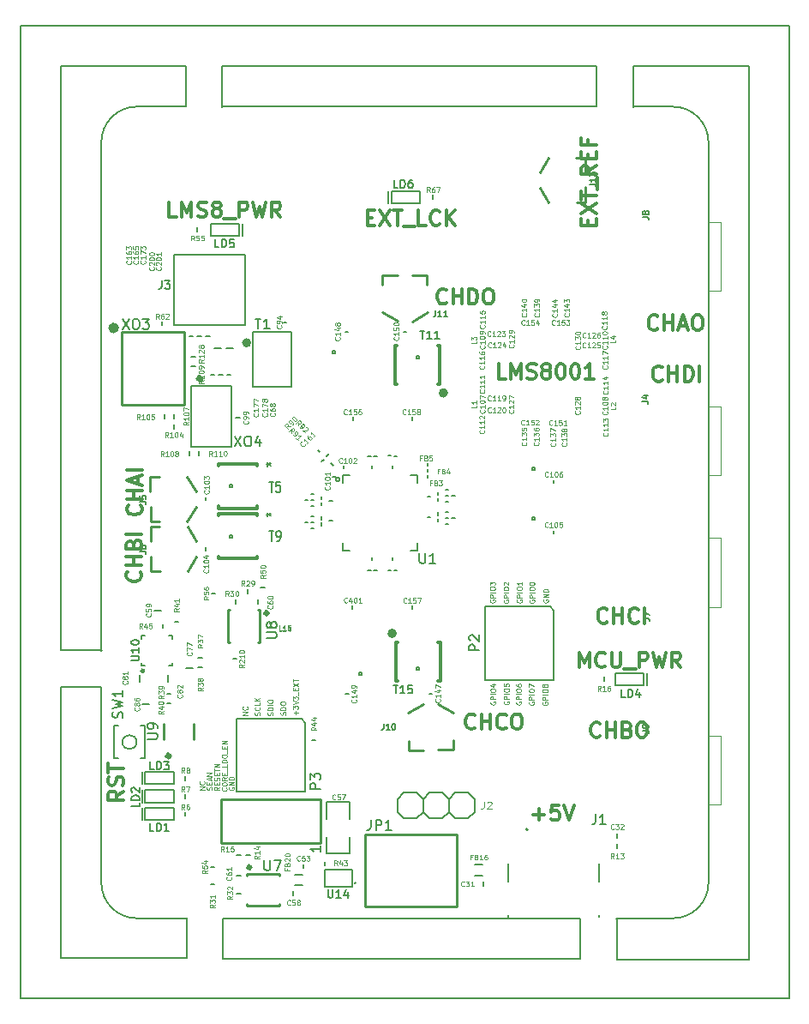
<source format=gto>
G04 #@! TF.FileFunction,Legend,Top*
%FSLAX46Y46*%
G04 Gerber Fmt 4.6, Leading zero omitted, Abs format (unit mm)*
G04 Created by KiCad (PCBNEW 4.0.7-e2-6376~61~ubuntu18.04.1) date Mon Jul 28 12:50:59 2025*
%MOMM*%
%LPD*%
G01*
G04 APERTURE LIST*
%ADD10C,0.150000*%
%ADD11C,0.300000*%
%ADD12C,0.200000*%
%ADD13C,0.127000*%
%ADD14C,0.250000*%
%ADD15C,0.500000*%
%ADD16C,0.195580*%
%ADD17C,0.200660*%
%ADD18C,0.152400*%
%ADD19C,0.254000*%
%ADD20C,0.400000*%
%ADD21C,0.600000*%
%ADD22C,0.099060*%
%ADD23C,0.297180*%
%ADD24C,0.125000*%
%ADD25C,0.124460*%
%ADD26C,0.100000*%
%ADD27C,0.198120*%
G04 APERTURE END LIST*
D10*
D11*
X153671429Y-128277143D02*
X154814286Y-128277143D01*
X154242857Y-128848571D02*
X154242857Y-127705714D01*
X156242858Y-127348571D02*
X155528572Y-127348571D01*
X155457143Y-128062857D01*
X155528572Y-127991429D01*
X155671429Y-127920000D01*
X156028572Y-127920000D01*
X156171429Y-127991429D01*
X156242858Y-128062857D01*
X156314286Y-128205714D01*
X156314286Y-128562857D01*
X156242858Y-128705714D01*
X156171429Y-128777143D01*
X156028572Y-128848571D01*
X155671429Y-128848571D01*
X155528572Y-128777143D01*
X155457143Y-128705714D01*
X156742857Y-127348571D02*
X157242857Y-128848571D01*
X157742857Y-127348571D01*
D12*
X103057960Y-146451320D02*
X103080820Y-146451320D01*
X103057960Y-50419000D02*
X103057960Y-146451320D01*
X103060500Y-50416460D02*
X103060500Y-50449480D01*
X178968400Y-50416460D02*
X103060500Y-50416460D01*
X178968400Y-50464720D02*
X178968400Y-50416460D01*
X178968400Y-146451320D02*
X178968400Y-50464720D01*
X103060500Y-146451320D02*
X178968400Y-146451320D01*
X174990760Y-59098180D02*
X175021240Y-59098180D01*
X174980600Y-135610600D02*
X175011080Y-135610600D01*
X109440980Y-146453860D02*
X109440980Y-146423380D01*
X103024940Y-135171180D02*
X103055420Y-135171180D01*
X103035100Y-58658760D02*
X103065580Y-58658760D01*
X173918880Y-50416460D02*
X173918880Y-50446940D01*
X112339120Y-50391060D02*
X112339120Y-50421540D01*
X107020360Y-115686840D02*
X107015280Y-115686840D01*
X107020360Y-142471140D02*
X107020360Y-115686840D01*
X119473980Y-142471140D02*
X107020360Y-142471140D01*
X107015280Y-115686840D02*
X107015280Y-142311120D01*
X107035600Y-112087660D02*
X107027980Y-112087660D01*
X107035600Y-54394100D02*
X107035600Y-112087660D01*
X119402860Y-54394100D02*
X107035600Y-54394100D01*
X122989340Y-54394100D02*
X122989340Y-54424580D01*
X159984440Y-54394100D02*
X122989340Y-54394100D01*
X163581080Y-54416960D02*
X163581080Y-54432200D01*
X174983140Y-54416960D02*
X163581080Y-54416960D01*
X174983140Y-142575280D02*
X174983140Y-54416960D01*
X174983140Y-142580360D02*
X161945320Y-142580360D01*
X174983140Y-134713980D02*
X174983140Y-142580360D01*
X123068080Y-142476220D02*
X123068080Y-142483840D01*
X158335980Y-142519400D02*
X123070620Y-142519400D01*
X161932620Y-138523980D02*
X161932620Y-138529060D01*
X167510460Y-138523980D02*
X161932620Y-138523980D01*
X122994420Y-58392060D02*
X122994420Y-58397140D01*
X159989520Y-58392060D02*
X122994420Y-58392060D01*
X163586160Y-58402220D02*
X163586160Y-58392060D01*
X167497760Y-58402220D02*
X163586160Y-58402220D01*
X119402860Y-58397140D02*
X114523520Y-58397140D01*
X119473980Y-138523980D02*
X119473980Y-138526520D01*
X114551460Y-138523980D02*
X119473980Y-138523980D01*
X161948640Y-142583520D02*
X161948640Y-138583520D01*
X158334220Y-142517480D02*
X158334220Y-138517480D01*
X158335980Y-138529060D02*
X137594340Y-138529060D01*
X161935160Y-138526520D02*
X161935160Y-138529060D01*
X159985220Y-58395220D02*
X159985220Y-54395220D01*
X163581860Y-58423160D02*
X163581860Y-54423160D01*
X163583620Y-58394600D02*
X163583620Y-58392060D01*
X123070620Y-138521440D02*
X123070620Y-138523980D01*
X151724360Y-138521440D02*
X123070620Y-138521440D01*
X111031020Y-115684300D02*
X111036100Y-115684300D01*
X111031020Y-135016240D02*
X111031020Y-115684300D01*
X111033560Y-112097820D02*
X111036100Y-112097820D01*
X111033560Y-61899800D02*
X111033560Y-112097820D01*
X122996960Y-58399680D02*
X122996960Y-58397140D01*
X111055770Y-112088150D02*
X107055770Y-112088150D01*
X111010050Y-115687330D02*
X107010050Y-115687330D01*
X119469680Y-142471760D02*
X119469680Y-138471760D01*
X123068860Y-142517480D02*
X123068860Y-138517480D01*
X122990120Y-58413000D02*
X122990120Y-54413000D01*
X119398560Y-58400300D02*
X119398560Y-54400300D01*
D11*
X113208191Y-125974848D02*
X112493906Y-126474848D01*
X113208191Y-126831991D02*
X111708191Y-126831991D01*
X111708191Y-126260563D01*
X111779620Y-126117705D01*
X111851049Y-126046277D01*
X111993906Y-125974848D01*
X112208191Y-125974848D01*
X112351049Y-126046277D01*
X112422477Y-126117705D01*
X112493906Y-126260563D01*
X112493906Y-126831991D01*
X113136763Y-125403420D02*
X113208191Y-125189134D01*
X113208191Y-124831991D01*
X113136763Y-124689134D01*
X113065334Y-124617705D01*
X112922477Y-124546277D01*
X112779620Y-124546277D01*
X112636763Y-124617705D01*
X112565334Y-124689134D01*
X112493906Y-124831991D01*
X112422477Y-125117705D01*
X112351049Y-125260563D01*
X112279620Y-125331991D01*
X112136763Y-125403420D01*
X111993906Y-125403420D01*
X111851049Y-125331991D01*
X111779620Y-125260563D01*
X111708191Y-125117705D01*
X111708191Y-124760563D01*
X111779620Y-124546277D01*
X111708191Y-124117706D02*
X111708191Y-123260563D01*
X113208191Y-123689134D02*
X111708191Y-123689134D01*
X150988416Y-85260571D02*
X150274130Y-85260571D01*
X150274130Y-83760571D01*
X151488416Y-85260571D02*
X151488416Y-83760571D01*
X151988416Y-84832000D01*
X152488416Y-83760571D01*
X152488416Y-85260571D01*
X153131273Y-85189143D02*
X153345559Y-85260571D01*
X153702702Y-85260571D01*
X153845559Y-85189143D01*
X153916988Y-85117714D01*
X153988416Y-84974857D01*
X153988416Y-84832000D01*
X153916988Y-84689143D01*
X153845559Y-84617714D01*
X153702702Y-84546286D01*
X153416988Y-84474857D01*
X153274130Y-84403429D01*
X153202702Y-84332000D01*
X153131273Y-84189143D01*
X153131273Y-84046286D01*
X153202702Y-83903429D01*
X153274130Y-83832000D01*
X153416988Y-83760571D01*
X153774130Y-83760571D01*
X153988416Y-83832000D01*
X154845559Y-84403429D02*
X154702701Y-84332000D01*
X154631273Y-84260571D01*
X154559844Y-84117714D01*
X154559844Y-84046286D01*
X154631273Y-83903429D01*
X154702701Y-83832000D01*
X154845559Y-83760571D01*
X155131273Y-83760571D01*
X155274130Y-83832000D01*
X155345559Y-83903429D01*
X155416987Y-84046286D01*
X155416987Y-84117714D01*
X155345559Y-84260571D01*
X155274130Y-84332000D01*
X155131273Y-84403429D01*
X154845559Y-84403429D01*
X154702701Y-84474857D01*
X154631273Y-84546286D01*
X154559844Y-84689143D01*
X154559844Y-84974857D01*
X154631273Y-85117714D01*
X154702701Y-85189143D01*
X154845559Y-85260571D01*
X155131273Y-85260571D01*
X155274130Y-85189143D01*
X155345559Y-85117714D01*
X155416987Y-84974857D01*
X155416987Y-84689143D01*
X155345559Y-84546286D01*
X155274130Y-84474857D01*
X155131273Y-84403429D01*
X156345558Y-83760571D02*
X156488415Y-83760571D01*
X156631272Y-83832000D01*
X156702701Y-83903429D01*
X156774130Y-84046286D01*
X156845558Y-84332000D01*
X156845558Y-84689143D01*
X156774130Y-84974857D01*
X156702701Y-85117714D01*
X156631272Y-85189143D01*
X156488415Y-85260571D01*
X156345558Y-85260571D01*
X156202701Y-85189143D01*
X156131272Y-85117714D01*
X156059844Y-84974857D01*
X155988415Y-84689143D01*
X155988415Y-84332000D01*
X156059844Y-84046286D01*
X156131272Y-83903429D01*
X156202701Y-83832000D01*
X156345558Y-83760571D01*
X157774129Y-83760571D02*
X157916986Y-83760571D01*
X158059843Y-83832000D01*
X158131272Y-83903429D01*
X158202701Y-84046286D01*
X158274129Y-84332000D01*
X158274129Y-84689143D01*
X158202701Y-84974857D01*
X158131272Y-85117714D01*
X158059843Y-85189143D01*
X157916986Y-85260571D01*
X157774129Y-85260571D01*
X157631272Y-85189143D01*
X157559843Y-85117714D01*
X157488415Y-84974857D01*
X157416986Y-84689143D01*
X157416986Y-84332000D01*
X157488415Y-84046286D01*
X157559843Y-83903429D01*
X157631272Y-83832000D01*
X157774129Y-83760571D01*
X159702700Y-85260571D02*
X158845557Y-85260571D01*
X159274129Y-85260571D02*
X159274129Y-83760571D01*
X159131272Y-83974857D01*
X158988414Y-84117714D01*
X158845557Y-84189143D01*
X118440001Y-69309371D02*
X117725715Y-69309371D01*
X117725715Y-67809371D01*
X118940001Y-69309371D02*
X118940001Y-67809371D01*
X119440001Y-68880800D01*
X119940001Y-67809371D01*
X119940001Y-69309371D01*
X120582858Y-69237943D02*
X120797144Y-69309371D01*
X121154287Y-69309371D01*
X121297144Y-69237943D01*
X121368573Y-69166514D01*
X121440001Y-69023657D01*
X121440001Y-68880800D01*
X121368573Y-68737943D01*
X121297144Y-68666514D01*
X121154287Y-68595086D01*
X120868573Y-68523657D01*
X120725715Y-68452229D01*
X120654287Y-68380800D01*
X120582858Y-68237943D01*
X120582858Y-68095086D01*
X120654287Y-67952229D01*
X120725715Y-67880800D01*
X120868573Y-67809371D01*
X121225715Y-67809371D01*
X121440001Y-67880800D01*
X122297144Y-68452229D02*
X122154286Y-68380800D01*
X122082858Y-68309371D01*
X122011429Y-68166514D01*
X122011429Y-68095086D01*
X122082858Y-67952229D01*
X122154286Y-67880800D01*
X122297144Y-67809371D01*
X122582858Y-67809371D01*
X122725715Y-67880800D01*
X122797144Y-67952229D01*
X122868572Y-68095086D01*
X122868572Y-68166514D01*
X122797144Y-68309371D01*
X122725715Y-68380800D01*
X122582858Y-68452229D01*
X122297144Y-68452229D01*
X122154286Y-68523657D01*
X122082858Y-68595086D01*
X122011429Y-68737943D01*
X122011429Y-69023657D01*
X122082858Y-69166514D01*
X122154286Y-69237943D01*
X122297144Y-69309371D01*
X122582858Y-69309371D01*
X122725715Y-69237943D01*
X122797144Y-69166514D01*
X122868572Y-69023657D01*
X122868572Y-68737943D01*
X122797144Y-68595086D01*
X122725715Y-68523657D01*
X122582858Y-68452229D01*
X123154286Y-69452229D02*
X124297143Y-69452229D01*
X124654286Y-69309371D02*
X124654286Y-67809371D01*
X125225714Y-67809371D01*
X125368572Y-67880800D01*
X125440000Y-67952229D01*
X125511429Y-68095086D01*
X125511429Y-68309371D01*
X125440000Y-68452229D01*
X125368572Y-68523657D01*
X125225714Y-68595086D01*
X124654286Y-68595086D01*
X126011429Y-67809371D02*
X126368572Y-69309371D01*
X126654286Y-68237943D01*
X126940000Y-69309371D01*
X127297143Y-67809371D01*
X128725715Y-69309371D02*
X128225715Y-68595086D01*
X127868572Y-69309371D02*
X127868572Y-67809371D01*
X128440000Y-67809371D01*
X128582858Y-67880800D01*
X128654286Y-67952229D01*
X128725715Y-68095086D01*
X128725715Y-68309371D01*
X128654286Y-68452229D01*
X128582858Y-68523657D01*
X128440000Y-68595086D01*
X127868572Y-68595086D01*
X114866194Y-104311271D02*
X114937623Y-104382700D01*
X115009051Y-104596986D01*
X115009051Y-104739843D01*
X114937623Y-104954128D01*
X114794766Y-105096986D01*
X114651909Y-105168414D01*
X114366194Y-105239843D01*
X114151909Y-105239843D01*
X113866194Y-105168414D01*
X113723337Y-105096986D01*
X113580480Y-104954128D01*
X113509051Y-104739843D01*
X113509051Y-104596986D01*
X113580480Y-104382700D01*
X113651909Y-104311271D01*
X115009051Y-103668414D02*
X113509051Y-103668414D01*
X114223337Y-103668414D02*
X114223337Y-102811271D01*
X115009051Y-102811271D02*
X113509051Y-102811271D01*
X114223337Y-101596985D02*
X114294766Y-101382699D01*
X114366194Y-101311271D01*
X114509051Y-101239842D01*
X114723337Y-101239842D01*
X114866194Y-101311271D01*
X114937623Y-101382699D01*
X115009051Y-101525557D01*
X115009051Y-102096985D01*
X113509051Y-102096985D01*
X113509051Y-101596985D01*
X113580480Y-101454128D01*
X113651909Y-101382699D01*
X113794766Y-101311271D01*
X113937623Y-101311271D01*
X114080480Y-101382699D01*
X114151909Y-101454128D01*
X114223337Y-101596985D01*
X114223337Y-102096985D01*
X115009051Y-100596985D02*
X113509051Y-100596985D01*
X114901754Y-97767768D02*
X114973183Y-97839197D01*
X115044611Y-98053483D01*
X115044611Y-98196340D01*
X114973183Y-98410625D01*
X114830326Y-98553483D01*
X114687469Y-98624911D01*
X114401754Y-98696340D01*
X114187469Y-98696340D01*
X113901754Y-98624911D01*
X113758897Y-98553483D01*
X113616040Y-98410625D01*
X113544611Y-98196340D01*
X113544611Y-98053483D01*
X113616040Y-97839197D01*
X113687469Y-97767768D01*
X115044611Y-97124911D02*
X113544611Y-97124911D01*
X114258897Y-97124911D02*
X114258897Y-96267768D01*
X115044611Y-96267768D02*
X113544611Y-96267768D01*
X114616040Y-95624911D02*
X114616040Y-94910625D01*
X115044611Y-95767768D02*
X113544611Y-95267768D01*
X115044611Y-94767768D01*
X115044611Y-94267768D02*
X113544611Y-94267768D01*
X147952057Y-119712514D02*
X147880628Y-119783943D01*
X147666342Y-119855371D01*
X147523485Y-119855371D01*
X147309200Y-119783943D01*
X147166342Y-119641086D01*
X147094914Y-119498229D01*
X147023485Y-119212514D01*
X147023485Y-118998229D01*
X147094914Y-118712514D01*
X147166342Y-118569657D01*
X147309200Y-118426800D01*
X147523485Y-118355371D01*
X147666342Y-118355371D01*
X147880628Y-118426800D01*
X147952057Y-118498229D01*
X148594914Y-119855371D02*
X148594914Y-118355371D01*
X148594914Y-119069657D02*
X149452057Y-119069657D01*
X149452057Y-119855371D02*
X149452057Y-118355371D01*
X151023486Y-119712514D02*
X150952057Y-119783943D01*
X150737771Y-119855371D01*
X150594914Y-119855371D01*
X150380629Y-119783943D01*
X150237771Y-119641086D01*
X150166343Y-119498229D01*
X150094914Y-119212514D01*
X150094914Y-118998229D01*
X150166343Y-118712514D01*
X150237771Y-118569657D01*
X150380629Y-118426800D01*
X150594914Y-118355371D01*
X150737771Y-118355371D01*
X150952057Y-118426800D01*
X151023486Y-118498229D01*
X151952057Y-118355371D02*
X152237771Y-118355371D01*
X152380629Y-118426800D01*
X152523486Y-118569657D01*
X152594914Y-118855371D01*
X152594914Y-119355371D01*
X152523486Y-119641086D01*
X152380629Y-119783943D01*
X152237771Y-119855371D01*
X151952057Y-119855371D01*
X151809200Y-119783943D01*
X151666343Y-119641086D01*
X151594914Y-119355371D01*
X151594914Y-118855371D01*
X151666343Y-118569657D01*
X151809200Y-118426800D01*
X151952057Y-118355371D01*
X145130117Y-77736474D02*
X145058688Y-77807903D01*
X144844402Y-77879331D01*
X144701545Y-77879331D01*
X144487260Y-77807903D01*
X144344402Y-77665046D01*
X144272974Y-77522189D01*
X144201545Y-77236474D01*
X144201545Y-77022189D01*
X144272974Y-76736474D01*
X144344402Y-76593617D01*
X144487260Y-76450760D01*
X144701545Y-76379331D01*
X144844402Y-76379331D01*
X145058688Y-76450760D01*
X145130117Y-76522189D01*
X145772974Y-77879331D02*
X145772974Y-76379331D01*
X145772974Y-77093617D02*
X146630117Y-77093617D01*
X146630117Y-77879331D02*
X146630117Y-76379331D01*
X147344403Y-77879331D02*
X147344403Y-76379331D01*
X147701546Y-76379331D01*
X147915831Y-76450760D01*
X148058689Y-76593617D01*
X148130117Y-76736474D01*
X148201546Y-77022189D01*
X148201546Y-77236474D01*
X148130117Y-77522189D01*
X148058689Y-77665046D01*
X147915831Y-77807903D01*
X147701546Y-77879331D01*
X147344403Y-77879331D01*
X149130117Y-76379331D02*
X149415831Y-76379331D01*
X149558689Y-76450760D01*
X149701546Y-76593617D01*
X149772974Y-76879331D01*
X149772974Y-77379331D01*
X149701546Y-77665046D01*
X149558689Y-77807903D01*
X149415831Y-77879331D01*
X149130117Y-77879331D01*
X148987260Y-77807903D01*
X148844403Y-77665046D01*
X148772974Y-77379331D01*
X148772974Y-76879331D01*
X148844403Y-76593617D01*
X148987260Y-76450760D01*
X149130117Y-76379331D01*
X158238334Y-113759371D02*
X158238334Y-112259371D01*
X158738334Y-113330800D01*
X159238334Y-112259371D01*
X159238334Y-113759371D01*
X160809763Y-113616514D02*
X160738334Y-113687943D01*
X160524048Y-113759371D01*
X160381191Y-113759371D01*
X160166906Y-113687943D01*
X160024048Y-113545086D01*
X159952620Y-113402229D01*
X159881191Y-113116514D01*
X159881191Y-112902229D01*
X159952620Y-112616514D01*
X160024048Y-112473657D01*
X160166906Y-112330800D01*
X160381191Y-112259371D01*
X160524048Y-112259371D01*
X160738334Y-112330800D01*
X160809763Y-112402229D01*
X161452620Y-112259371D02*
X161452620Y-113473657D01*
X161524048Y-113616514D01*
X161595477Y-113687943D01*
X161738334Y-113759371D01*
X162024048Y-113759371D01*
X162166906Y-113687943D01*
X162238334Y-113616514D01*
X162309763Y-113473657D01*
X162309763Y-112259371D01*
X162666906Y-113902229D02*
X163809763Y-113902229D01*
X164166906Y-113759371D02*
X164166906Y-112259371D01*
X164738334Y-112259371D01*
X164881192Y-112330800D01*
X164952620Y-112402229D01*
X165024049Y-112545086D01*
X165024049Y-112759371D01*
X164952620Y-112902229D01*
X164881192Y-112973657D01*
X164738334Y-113045086D01*
X164166906Y-113045086D01*
X165524049Y-112259371D02*
X165881192Y-113759371D01*
X166166906Y-112687943D01*
X166452620Y-113759371D01*
X166809763Y-112259371D01*
X168238335Y-113759371D02*
X167738335Y-113045086D01*
X167381192Y-113759371D02*
X167381192Y-112259371D01*
X167952620Y-112259371D01*
X168095478Y-112330800D01*
X168166906Y-112402229D01*
X168238335Y-112545086D01*
X168238335Y-112759371D01*
X168166906Y-112902229D01*
X168095478Y-112973657D01*
X167952620Y-113045086D01*
X167381192Y-113045086D01*
D12*
X111031830Y-135023010D02*
G75*
G03X114534130Y-138520710I3500000J2300D01*
G01*
X167515960Y-138521900D02*
G75*
G03X171013660Y-135019600I-2300J3500000D01*
G01*
D11*
X137304286Y-69332857D02*
X137804286Y-69332857D01*
X138018572Y-70118571D02*
X137304286Y-70118571D01*
X137304286Y-68618571D01*
X138018572Y-68618571D01*
X138518572Y-68618571D02*
X139518572Y-70118571D01*
X139518572Y-68618571D02*
X138518572Y-70118571D01*
X139875714Y-68618571D02*
X140732857Y-68618571D01*
X140304286Y-70118571D02*
X140304286Y-68618571D01*
X140875714Y-70261429D02*
X142018571Y-70261429D01*
X143090000Y-70118571D02*
X142375714Y-70118571D01*
X142375714Y-68618571D01*
X144447143Y-69975714D02*
X144375714Y-70047143D01*
X144161428Y-70118571D01*
X144018571Y-70118571D01*
X143804286Y-70047143D01*
X143661428Y-69904286D01*
X143590000Y-69761429D01*
X143518571Y-69475714D01*
X143518571Y-69261429D01*
X143590000Y-68975714D01*
X143661428Y-68832857D01*
X143804286Y-68690000D01*
X144018571Y-68618571D01*
X144161428Y-68618571D01*
X144375714Y-68690000D01*
X144447143Y-68761429D01*
X145090000Y-70118571D02*
X145090000Y-68618571D01*
X145947143Y-70118571D02*
X145304286Y-69261429D01*
X145947143Y-68618571D02*
X145090000Y-69475714D01*
X159127157Y-70139999D02*
X159127157Y-69639999D01*
X159912871Y-69425713D02*
X159912871Y-70139999D01*
X158412871Y-70139999D01*
X158412871Y-69425713D01*
X158412871Y-68925713D02*
X159912871Y-67925713D01*
X158412871Y-67925713D02*
X159912871Y-68925713D01*
X158412871Y-67568571D02*
X158412871Y-66711428D01*
X159912871Y-67139999D02*
X158412871Y-67139999D01*
X160055729Y-66568571D02*
X160055729Y-65425714D01*
X159912871Y-64211428D02*
X159198586Y-64711428D01*
X159912871Y-65068571D02*
X158412871Y-65068571D01*
X158412871Y-64497143D01*
X158484300Y-64354285D01*
X158555729Y-64282857D01*
X158698586Y-64211428D01*
X158912871Y-64211428D01*
X159055729Y-64282857D01*
X159127157Y-64354285D01*
X159198586Y-64497143D01*
X159198586Y-65068571D01*
X159127157Y-63568571D02*
X159127157Y-63068571D01*
X159912871Y-62854285D02*
X159912871Y-63568571D01*
X158412871Y-63568571D01*
X158412871Y-62854285D01*
X159127157Y-61711428D02*
X159127157Y-62211428D01*
X159912871Y-62211428D02*
X158412871Y-62211428D01*
X158412871Y-61497142D01*
D12*
X114530720Y-58399220D02*
G75*
G03X111033020Y-61901520I2300J-3500000D01*
G01*
X171011040Y-61899380D02*
G75*
G03X167508740Y-58401680I-3500000J-2300D01*
G01*
X171013120Y-61905020D02*
X171013120Y-135000000D01*
D11*
X166001760Y-80332354D02*
X165930331Y-80403783D01*
X165716045Y-80475211D01*
X165573188Y-80475211D01*
X165358903Y-80403783D01*
X165216045Y-80260926D01*
X165144617Y-80118069D01*
X165073188Y-79832354D01*
X165073188Y-79618069D01*
X165144617Y-79332354D01*
X165216045Y-79189497D01*
X165358903Y-79046640D01*
X165573188Y-78975211D01*
X165716045Y-78975211D01*
X165930331Y-79046640D01*
X166001760Y-79118069D01*
X166644617Y-80475211D02*
X166644617Y-78975211D01*
X166644617Y-79689497D02*
X167501760Y-79689497D01*
X167501760Y-80475211D02*
X167501760Y-78975211D01*
X168144617Y-80046640D02*
X168858903Y-80046640D01*
X168001760Y-80475211D02*
X168501760Y-78975211D01*
X169001760Y-80475211D01*
X169787474Y-78975211D02*
X170073188Y-78975211D01*
X170216046Y-79046640D01*
X170358903Y-79189497D01*
X170430331Y-79475211D01*
X170430331Y-79975211D01*
X170358903Y-80260926D01*
X170216046Y-80403783D01*
X170073188Y-80475211D01*
X169787474Y-80475211D01*
X169644617Y-80403783D01*
X169501760Y-80260926D01*
X169430331Y-79975211D01*
X169430331Y-79475211D01*
X169501760Y-79189497D01*
X169644617Y-79046640D01*
X169787474Y-78975211D01*
X161004429Y-109247714D02*
X160933000Y-109319143D01*
X160718714Y-109390571D01*
X160575857Y-109390571D01*
X160361572Y-109319143D01*
X160218714Y-109176286D01*
X160147286Y-109033429D01*
X160075857Y-108747714D01*
X160075857Y-108533429D01*
X160147286Y-108247714D01*
X160218714Y-108104857D01*
X160361572Y-107962000D01*
X160575857Y-107890571D01*
X160718714Y-107890571D01*
X160933000Y-107962000D01*
X161004429Y-108033429D01*
X161647286Y-109390571D02*
X161647286Y-107890571D01*
X161647286Y-108604857D02*
X162504429Y-108604857D01*
X162504429Y-109390571D02*
X162504429Y-107890571D01*
X164075858Y-109247714D02*
X164004429Y-109319143D01*
X163790143Y-109390571D01*
X163647286Y-109390571D01*
X163433001Y-109319143D01*
X163290143Y-109176286D01*
X163218715Y-109033429D01*
X163147286Y-108747714D01*
X163147286Y-108533429D01*
X163218715Y-108247714D01*
X163290143Y-108104857D01*
X163433001Y-107962000D01*
X163647286Y-107890571D01*
X163790143Y-107890571D01*
X164004429Y-107962000D01*
X164075858Y-108033429D01*
X164718715Y-109390571D02*
X164718715Y-107890571D01*
X160296457Y-120535474D02*
X160225028Y-120606903D01*
X160010742Y-120678331D01*
X159867885Y-120678331D01*
X159653600Y-120606903D01*
X159510742Y-120464046D01*
X159439314Y-120321189D01*
X159367885Y-120035474D01*
X159367885Y-119821189D01*
X159439314Y-119535474D01*
X159510742Y-119392617D01*
X159653600Y-119249760D01*
X159867885Y-119178331D01*
X160010742Y-119178331D01*
X160225028Y-119249760D01*
X160296457Y-119321189D01*
X160939314Y-120678331D02*
X160939314Y-119178331D01*
X160939314Y-119892617D02*
X161796457Y-119892617D01*
X161796457Y-120678331D02*
X161796457Y-119178331D01*
X163010743Y-119892617D02*
X163225029Y-119964046D01*
X163296457Y-120035474D01*
X163367886Y-120178331D01*
X163367886Y-120392617D01*
X163296457Y-120535474D01*
X163225029Y-120606903D01*
X163082171Y-120678331D01*
X162510743Y-120678331D01*
X162510743Y-119178331D01*
X163010743Y-119178331D01*
X163153600Y-119249760D01*
X163225029Y-119321189D01*
X163296457Y-119464046D01*
X163296457Y-119606903D01*
X163225029Y-119749760D01*
X163153600Y-119821189D01*
X163010743Y-119892617D01*
X162510743Y-119892617D01*
X164296457Y-119178331D02*
X164582171Y-119178331D01*
X164725029Y-119249760D01*
X164867886Y-119392617D01*
X164939314Y-119678331D01*
X164939314Y-120178331D01*
X164867886Y-120464046D01*
X164725029Y-120606903D01*
X164582171Y-120678331D01*
X164296457Y-120678331D01*
X164153600Y-120606903D01*
X164010743Y-120464046D01*
X163939314Y-120178331D01*
X163939314Y-119678331D01*
X164010743Y-119392617D01*
X164153600Y-119249760D01*
X164296457Y-119178331D01*
X166434949Y-85361554D02*
X166363520Y-85432983D01*
X166149234Y-85504411D01*
X166006377Y-85504411D01*
X165792092Y-85432983D01*
X165649234Y-85290126D01*
X165577806Y-85147269D01*
X165506377Y-84861554D01*
X165506377Y-84647269D01*
X165577806Y-84361554D01*
X165649234Y-84218697D01*
X165792092Y-84075840D01*
X166006377Y-84004411D01*
X166149234Y-84004411D01*
X166363520Y-84075840D01*
X166434949Y-84147269D01*
X167077806Y-85504411D02*
X167077806Y-84004411D01*
X167077806Y-84718697D02*
X167934949Y-84718697D01*
X167934949Y-85504411D02*
X167934949Y-84004411D01*
X168649235Y-85504411D02*
X168649235Y-84004411D01*
X169006378Y-84004411D01*
X169220663Y-84075840D01*
X169363521Y-84218697D01*
X169434949Y-84361554D01*
X169506378Y-84647269D01*
X169506378Y-84861554D01*
X169434949Y-85147269D01*
X169363521Y-85290126D01*
X169220663Y-85432983D01*
X169006378Y-85504411D01*
X168649235Y-85504411D01*
X170149235Y-85504411D02*
X170149235Y-84004411D01*
D12*
X153175000Y-129750000D02*
G75*
G03X153175000Y-129750000I-100000J0D01*
G01*
D13*
X151230000Y-134905000D02*
X151230000Y-133095000D01*
X160170000Y-134905000D02*
X160170000Y-133095000D01*
X151230000Y-138350000D02*
X151230000Y-138195000D01*
X160170000Y-138350000D02*
X160170000Y-138195000D01*
D10*
X131184860Y-126050860D02*
X131184860Y-119250860D01*
X131184860Y-119250860D02*
X130784860Y-118850860D01*
X130784860Y-118850860D02*
X124384860Y-118850860D01*
X124384860Y-118850860D02*
X124384860Y-126050860D01*
X124384860Y-126050860D02*
X131184860Y-126050860D01*
D12*
X118236200Y-72973200D02*
X118236200Y-79973200D01*
X118236200Y-79973200D02*
X125236200Y-79973200D01*
X125236200Y-79973200D02*
X125236200Y-72973200D01*
X125236200Y-72973200D02*
X118236200Y-72973200D01*
D14*
X154334480Y-64878160D02*
X155238720Y-63425280D01*
X154329400Y-66381840D02*
X155233640Y-67834720D01*
X158886160Y-67819480D02*
X158886160Y-66366600D01*
X157971760Y-67819480D02*
X158886160Y-67819480D01*
X157946360Y-63425280D02*
X158860760Y-63425280D01*
X158860760Y-63425280D02*
X158860760Y-64878160D01*
D15*
X120909185Y-85246380D02*
G75*
G03X120909185Y-85246380I-161685J0D01*
G01*
D10*
X119924540Y-85944620D02*
X123866620Y-85944620D01*
X119910820Y-91944620D02*
X119910820Y-85944620D01*
X119910820Y-91944620D02*
X123910820Y-91944620D01*
X123910820Y-91944620D02*
X123910820Y-85944620D01*
D16*
X160710400Y-114696940D02*
X160710400Y-115093180D01*
D12*
X164935480Y-114303340D02*
X164935480Y-115503340D01*
X161835480Y-114303340D02*
X161835480Y-115503340D01*
X161835480Y-115503340D02*
X164635480Y-115503340D01*
X164635480Y-115503340D02*
X164635480Y-114303340D01*
X164635480Y-114303340D02*
X161835480Y-114303340D01*
D17*
X147911220Y-134305780D02*
X148708780Y-134305780D01*
X147911220Y-133228820D02*
X148708780Y-133228820D01*
D16*
X148800000Y-135328120D02*
X148800000Y-134931880D01*
X162000000Y-131201880D02*
X162000000Y-131598120D01*
X162000000Y-130201880D02*
X162000000Y-130598120D01*
X119316400Y-124876920D02*
X119316400Y-124480680D01*
X119316400Y-128426920D02*
X119316400Y-128030680D01*
X119316400Y-126676920D02*
X119316400Y-126280680D01*
D18*
X146020000Y-128660000D02*
X145385000Y-128025000D01*
X147290000Y-128660000D02*
X146020000Y-128660000D01*
X147925000Y-128025000D02*
X147290000Y-128660000D01*
X147925000Y-126755000D02*
X147925000Y-128025000D01*
X147290000Y-126120000D02*
X147925000Y-126755000D01*
X146020000Y-126120000D02*
X147290000Y-126120000D01*
X145385000Y-126755000D02*
X146020000Y-126120000D01*
X145385000Y-126790560D02*
X145385000Y-127989440D01*
X142835000Y-126790560D02*
X142835000Y-127989440D01*
X140930000Y-126120000D02*
X142200000Y-126120000D01*
X142200000Y-126120000D02*
X142835000Y-126755000D01*
X142835000Y-126755000D02*
X143470000Y-126120000D01*
X143470000Y-126120000D02*
X144740000Y-126120000D01*
X144740000Y-126120000D02*
X145375000Y-126755000D01*
X145375000Y-126755000D02*
X145375000Y-128025000D01*
X145375000Y-128025000D02*
X144740000Y-128660000D01*
X144740000Y-128660000D02*
X143470000Y-128660000D01*
X143470000Y-128660000D02*
X142835000Y-128025000D01*
X142835000Y-128025000D02*
X142200000Y-128660000D01*
X142200000Y-128660000D02*
X140930000Y-128660000D01*
X140930000Y-128660000D02*
X140295000Y-128025000D01*
X140295000Y-128025000D02*
X140295000Y-126755000D01*
X140295000Y-126755000D02*
X140930000Y-126120000D01*
D19*
X137128960Y-130256400D02*
X146128180Y-130256400D01*
X146128180Y-137332160D02*
X137128960Y-137332160D01*
X137128960Y-137332160D02*
X137128960Y-130256400D01*
X146128180Y-130256400D02*
X146128180Y-137332160D01*
D12*
X115066400Y-125278800D02*
X115066400Y-124078800D01*
X118166400Y-125278800D02*
X118166400Y-124078800D01*
X118166400Y-124078800D02*
X115366400Y-124078800D01*
X115366400Y-124078800D02*
X115366400Y-125278800D01*
X115366400Y-125278800D02*
X118166400Y-125278800D01*
X115066400Y-127078800D02*
X115066400Y-125878800D01*
X118166400Y-127078800D02*
X118166400Y-125878800D01*
X118166400Y-125878800D02*
X115366400Y-125878800D01*
X115366400Y-125878800D02*
X115366400Y-127078800D01*
X115366400Y-127078800D02*
X118166400Y-127078800D01*
X115066400Y-128828800D02*
X115066400Y-127628800D01*
X118166400Y-128828800D02*
X118166400Y-127628800D01*
X118166400Y-127628800D02*
X115366400Y-127628800D01*
X115366400Y-127628800D02*
X115366400Y-128828800D01*
X115366400Y-128828800D02*
X118166400Y-128828800D01*
D15*
X117759953Y-122492840D02*
G75*
G03X117759953Y-122492840I-115953J0D01*
G01*
D14*
X120160000Y-120840000D02*
X120160000Y-119340000D01*
X117160000Y-120840000D02*
X117160000Y-119340000D01*
D16*
X122298120Y-106450000D02*
X121901880Y-106450000D01*
X121828560Y-133446520D02*
X122224800Y-133446520D01*
X131014070Y-133588290D02*
X131014070Y-133192050D01*
X124807190Y-136075170D02*
X124410950Y-136075170D01*
X122224800Y-135168640D02*
X121828560Y-135168640D01*
X125477670Y-106471550D02*
X125477670Y-106075310D01*
X117909690Y-117292670D02*
X117513450Y-117292670D01*
X117513450Y-116392670D02*
X117909690Y-116392670D01*
X120989690Y-113727670D02*
X120593450Y-113727670D01*
X120593450Y-112827670D02*
X120989690Y-112827670D01*
X118648120Y-109220000D02*
X118251880Y-109220000D01*
X117070000Y-109471880D02*
X117070000Y-109868120D01*
X126774550Y-105833430D02*
X127170790Y-105833430D01*
X124342670Y-107456550D02*
X124342670Y-107060310D01*
X130004070Y-135877050D02*
X130004070Y-136273290D01*
X124420950Y-134285170D02*
X124817190Y-134285170D01*
X126522670Y-107050310D02*
X126522670Y-107446550D01*
X116967980Y-108140000D02*
X116272020Y-108140000D01*
X117630000Y-115157980D02*
X117630000Y-114462020D01*
X120057980Y-113810000D02*
X119362020Y-113810000D01*
X115777980Y-117400000D02*
X115082020Y-117400000D01*
X114830000Y-115177980D02*
X114830000Y-114482020D01*
D17*
X130125290Y-135265950D02*
X130922850Y-135265950D01*
X130125290Y-134188990D02*
X130922850Y-134188990D01*
D11*
X115206570Y-114085470D02*
G75*
G03X115206570Y-114085470I-100000J0D01*
G01*
D10*
X115006570Y-110907670D02*
X115006570Y-110607670D01*
X115006570Y-110607670D02*
X115306570Y-110607670D01*
X118006570Y-110907670D02*
X118006570Y-110607670D01*
X118006570Y-110607670D02*
X117706570Y-110607670D01*
X117706570Y-113607670D02*
X118006570Y-113607670D01*
X118006570Y-113607670D02*
X118006570Y-113307670D01*
X115006570Y-113307670D02*
X115006570Y-113607670D01*
X115006570Y-113607670D02*
X115306570Y-113607670D01*
D12*
X136160711Y-135065000D02*
G75*
G03X136160711Y-135065000I-70711J0D01*
G01*
X135790000Y-135265000D02*
X135790000Y-133715000D01*
X135790000Y-133715000D02*
X133140000Y-133715000D01*
X133140000Y-133715000D02*
X133140000Y-135415000D01*
X133140000Y-135415000D02*
X135790000Y-135415000D01*
X135790000Y-135415000D02*
X135790000Y-135265000D01*
D13*
X133317000Y-132130000D02*
X135603000Y-132130000D01*
X135603000Y-132130000D02*
X135603000Y-130479000D01*
X133317000Y-128701000D02*
X133317000Y-127050000D01*
X133317000Y-127050000D02*
X135603000Y-127050000D01*
X135603000Y-127050000D02*
X135603000Y-128701000D01*
X133317000Y-130479000D02*
X133317000Y-132130000D01*
D20*
X125773919Y-133500290D02*
G75*
G03X125773919Y-133500290I-136689J0D01*
G01*
D14*
X125423870Y-137117250D02*
X125423870Y-137315370D01*
X128624270Y-137117250D02*
X128624270Y-137315370D01*
X128624270Y-134114970D02*
X128624270Y-134313090D01*
X125423870Y-134114970D02*
X125423870Y-134313090D01*
X125424070Y-137315170D02*
X128624070Y-137315170D01*
X125424070Y-134115170D02*
X128624070Y-134115170D01*
D20*
X127469399Y-108382550D02*
G75*
G03X127469399Y-108382550I-136689J0D01*
G01*
D14*
X123705590Y-108108230D02*
X123507470Y-108108230D01*
X123705590Y-111308630D02*
X123507470Y-111308630D01*
X126707870Y-111308630D02*
X126509750Y-111308630D01*
X126707870Y-108108230D02*
X126509750Y-108108230D01*
X123507670Y-108108430D02*
X123507670Y-111308430D01*
X126707670Y-108108430D02*
X126707670Y-111308430D01*
D21*
X112478092Y-80241340D02*
G75*
G03X112478092Y-80241340I-233072J0D01*
G01*
D14*
X119204620Y-80660440D02*
X113007020Y-80660440D01*
X113007020Y-80660440D02*
X113007020Y-87858800D01*
X113007020Y-87858800D02*
X119204620Y-87858800D01*
X119204620Y-87858800D02*
X119204620Y-80660440D01*
D16*
X123342020Y-82250000D02*
X124037980Y-82250000D01*
X122192020Y-82270000D02*
X122887980Y-82270000D01*
X117033040Y-79997300D02*
X117033040Y-79601060D01*
X119697700Y-81034620D02*
X120093940Y-81034620D01*
X121748940Y-81034620D02*
X121352700Y-81034620D01*
X120913940Y-81034620D02*
X120517700Y-81034620D01*
X119937700Y-83089620D02*
X120333940Y-83089620D01*
X123432700Y-84879620D02*
X123828940Y-84879620D01*
X123028940Y-84879620D02*
X122632700Y-84879620D01*
X122228940Y-84879620D02*
X121832700Y-84879620D01*
X119723320Y-92429000D02*
X119723320Y-92825240D01*
X117275820Y-89157740D02*
X117275820Y-88761500D01*
X120623320Y-92820240D02*
X120623320Y-92424000D01*
X124297700Y-89094620D02*
X124693940Y-89094620D01*
X118175820Y-88761500D02*
X118175820Y-89157740D01*
X119937700Y-83989620D02*
X120333940Y-83989620D01*
X118165820Y-90162740D02*
X118165820Y-89766500D01*
X143800060Y-67512980D02*
X143800060Y-67116740D01*
D12*
X139400000Y-67920000D02*
X139400000Y-66720000D01*
X142500000Y-67920000D02*
X142500000Y-66720000D01*
X142500000Y-66720000D02*
X139700000Y-66720000D01*
X139700000Y-66720000D02*
X139700000Y-67920000D01*
X139700000Y-67920000D02*
X142500000Y-67920000D01*
D16*
X124798120Y-132250000D02*
X124401880Y-132250000D01*
X125738120Y-132250000D02*
X125341880Y-132250000D01*
D10*
X114517400Y-121132600D02*
G75*
G03X114517400Y-121132600I-700000J0D01*
G01*
X114917400Y-122732600D02*
X115317400Y-122732600D01*
X115317400Y-122732600D02*
X115317400Y-119532600D01*
X115317400Y-119532600D02*
X114917400Y-119532600D01*
X112717400Y-122732600D02*
X112317400Y-122732600D01*
X112317400Y-122732600D02*
X112317400Y-119532600D01*
X112317400Y-119532600D02*
X112717400Y-119532600D01*
D19*
X132689820Y-131081140D02*
X132689820Y-126780920D01*
X132689820Y-126780920D02*
X122890500Y-126780920D01*
X122890500Y-126780920D02*
X122890500Y-131081140D01*
X122890500Y-131081140D02*
X132689820Y-131081140D01*
D14*
X120436640Y-102803960D02*
X119532400Y-104256840D01*
X120441720Y-101300280D02*
X119537480Y-99847400D01*
X115884960Y-99862640D02*
X115884960Y-101315520D01*
X116799360Y-99862640D02*
X115884960Y-99862640D01*
X116824760Y-104256840D02*
X115910360Y-104256840D01*
X115910360Y-104256840D02*
X115910360Y-102803960D01*
X140271500Y-79575660D02*
X138818620Y-78671420D01*
X141775180Y-79580740D02*
X143228060Y-78676500D01*
X143212820Y-75023980D02*
X141759940Y-75023980D01*
X143212820Y-75938380D02*
X143212820Y-75023980D01*
X138818620Y-75963780D02*
X138818620Y-75049380D01*
X138818620Y-75049380D02*
X140271500Y-75049380D01*
X144315180Y-117360700D02*
X145768060Y-118264940D01*
X142811500Y-117355620D02*
X141358620Y-118259860D01*
X141373860Y-121912380D02*
X142826740Y-121912380D01*
X141373860Y-120997980D02*
X141373860Y-121912380D01*
X145768060Y-120972580D02*
X145768060Y-121886980D01*
X145768060Y-121886980D02*
X144315180Y-121886980D01*
D22*
X172201840Y-69791580D02*
X172201840Y-76593700D01*
X172201840Y-76593700D02*
X171000420Y-76593700D01*
X171000420Y-69791580D02*
X172199300Y-69791580D01*
D14*
X120416320Y-97878900D02*
X119512080Y-99331780D01*
X120421400Y-96375220D02*
X119517160Y-94922340D01*
X115864640Y-94937580D02*
X115864640Y-96390460D01*
X116779040Y-94937580D02*
X115864640Y-94937580D01*
X116804440Y-99331780D02*
X115890040Y-99331780D01*
X115890040Y-99331780D02*
X115890040Y-97878900D01*
D12*
X139790900Y-94117840D02*
X139790900Y-93817840D01*
X139925380Y-92873100D02*
X140225380Y-92873100D01*
X139336100Y-92868020D02*
X139636100Y-92868020D01*
X137789380Y-94112760D02*
X137789380Y-93812760D01*
X137939100Y-92870560D02*
X138239100Y-92870560D01*
X137342200Y-92873100D02*
X137642200Y-92873100D01*
X132392494Y-92307294D02*
X132604626Y-92519426D01*
X132776034Y-93436366D02*
X132988166Y-93224234D01*
X133306894Y-92900426D02*
X133519026Y-92688294D01*
X133713294Y-93625554D02*
X133925426Y-93837686D01*
X134190340Y-94963520D02*
X133890340Y-94963520D01*
X135005540Y-93812760D02*
X135005540Y-94112760D01*
X141716220Y-89355340D02*
X141716220Y-89055340D01*
X135861520Y-89355340D02*
X135861520Y-89055340D01*
D10*
X134586460Y-95202360D02*
G75*
G03X134586460Y-95202360I-200000J0D01*
G01*
X141586460Y-102202360D02*
X142286460Y-102202360D01*
X142286460Y-102202360D02*
X142286460Y-101502360D01*
X134886460Y-101502360D02*
X134886460Y-102202360D01*
X134886460Y-102202360D02*
X135586460Y-102202360D01*
X135586460Y-94802360D02*
X134886460Y-94802360D01*
X134886460Y-94802360D02*
X134886460Y-95502360D01*
X141586460Y-94802360D02*
X142286460Y-94802360D01*
X142286460Y-94802360D02*
X142286460Y-95502360D01*
X135586460Y-102202360D02*
X135086460Y-102202360D01*
X134886460Y-102002360D02*
X134886460Y-101502360D01*
X141586460Y-102202360D02*
X142086460Y-102202360D01*
X142286460Y-102002360D02*
X142286460Y-101502360D01*
X141586460Y-94802360D02*
X142086460Y-94802360D01*
X142286460Y-95002360D02*
X142286460Y-95502360D01*
X135586460Y-94802360D02*
X135086460Y-94802360D01*
X134886460Y-95002360D02*
X134886460Y-95502360D01*
D12*
X132036460Y-99402360D02*
X131736460Y-99402360D01*
X132036460Y-97202360D02*
X131736460Y-97202360D01*
X143286460Y-94452360D02*
X143286460Y-94152360D01*
X143286460Y-95052360D02*
X143286460Y-94752360D01*
X143286460Y-93852360D02*
X143286460Y-93552360D01*
X131136460Y-99402360D02*
X131436460Y-99402360D01*
X132036460Y-100002360D02*
X131736460Y-100002360D01*
X132036460Y-98802360D02*
X131736460Y-98802360D01*
X132786460Y-99452360D02*
X132786460Y-99752360D01*
X132786460Y-98852360D02*
X132786460Y-99152360D01*
X133836460Y-99302360D02*
X133536460Y-99302360D01*
X131136460Y-97202360D02*
X131436460Y-97202360D01*
X132036460Y-97802360D02*
X131736460Y-97802360D01*
X132036460Y-96602360D02*
X131736460Y-96602360D01*
X132786460Y-97452360D02*
X132786460Y-97752360D01*
X132786460Y-96852360D02*
X132786460Y-97152360D01*
X133836460Y-97302360D02*
X133536460Y-97302360D01*
D15*
X125580840Y-81712540D02*
G75*
G03X125580840Y-81712540I-200000J0D01*
G01*
D12*
X129780840Y-80612540D02*
X129780840Y-86012540D01*
X125980840Y-80612540D02*
X125980840Y-86012540D01*
X125980840Y-80612540D02*
X129780840Y-80612540D01*
X129780840Y-86012540D02*
X125980840Y-86012540D01*
X129303380Y-79731140D02*
X129003380Y-79731140D01*
X139783280Y-102890720D02*
X139783280Y-103190720D01*
X141711140Y-107648140D02*
X141711140Y-107948140D01*
X137781760Y-102885640D02*
X137781760Y-103185640D01*
X138236560Y-104135460D02*
X137936560Y-104135460D01*
X137647280Y-104130380D02*
X137347280Y-104130380D01*
X139633560Y-104132920D02*
X139333560Y-104132920D01*
X140230460Y-104130380D02*
X139930460Y-104130380D01*
X145035860Y-96197960D02*
X145335860Y-96197960D01*
X145038400Y-97401920D02*
X145338400Y-97401920D01*
X144286700Y-96754360D02*
X144286700Y-96454360D01*
X145038400Y-96802480D02*
X145338400Y-96802480D01*
X145038400Y-99004660D02*
X145338400Y-99004660D01*
X145937840Y-96802480D02*
X145637840Y-96802480D01*
X144286700Y-97353800D02*
X144286700Y-97053800D01*
X143237540Y-96904080D02*
X143537540Y-96904080D01*
X144289240Y-99052780D02*
X144289240Y-99352780D01*
X143237540Y-98903060D02*
X143537540Y-98903060D01*
X144289240Y-98453340D02*
X144289240Y-98753340D01*
X145038400Y-99604100D02*
X145338400Y-99604100D01*
X145038400Y-98402680D02*
X145338400Y-98402680D01*
X145940380Y-99002120D02*
X145640380Y-99002120D01*
D10*
X136473820Y-114533120D02*
X136473820Y-114283120D01*
X136723820Y-114533120D02*
X136473820Y-114533120D01*
X136723820Y-114283120D02*
X136723820Y-114533120D01*
X136473820Y-114283120D02*
X136723820Y-114283120D01*
D12*
X140882560Y-80628220D02*
X141182560Y-80628220D01*
D10*
X142138260Y-83234440D02*
X142138260Y-82984440D01*
X142138260Y-82984440D02*
X142388260Y-82984440D01*
X142388260Y-82984440D02*
X142388260Y-83234440D01*
X142388260Y-83234440D02*
X142138260Y-83234440D01*
D12*
X135135240Y-80645160D02*
X135435240Y-80645160D01*
D15*
X145032596Y-86659180D02*
G75*
G03X145032596Y-86659180I-211416J0D01*
G01*
D23*
X144464160Y-81955300D02*
X144306680Y-81955300D01*
X144306680Y-85765300D02*
X144464160Y-85765300D01*
X140059800Y-85765300D02*
X140257920Y-85765300D01*
X140059800Y-85765300D02*
X140059800Y-81955300D01*
X140059800Y-81955300D02*
X140257920Y-81955300D01*
X144464160Y-85765300D02*
X144464160Y-81955300D01*
D10*
X134107630Y-82462570D02*
X134107630Y-82712570D01*
X133857630Y-82462570D02*
X134107630Y-82462570D01*
X133857630Y-82712570D02*
X133857630Y-82462570D01*
X134107630Y-82712570D02*
X133857630Y-82712570D01*
D22*
X172201840Y-87998300D02*
X172201840Y-94800420D01*
X172201840Y-94800420D02*
X171000420Y-94800420D01*
X171000420Y-87998300D02*
X172199300Y-87998300D01*
D12*
X155712160Y-95572720D02*
X155712160Y-95272720D01*
D10*
X153834310Y-94234370D02*
X153584310Y-94234370D01*
X153834310Y-93984370D02*
X153834310Y-94234370D01*
X153584310Y-93984370D02*
X153834310Y-93984370D01*
X153584310Y-94234370D02*
X153584310Y-93984370D01*
X153846200Y-99205960D02*
X153596200Y-99205960D01*
X153846200Y-98955960D02*
X153846200Y-99205960D01*
X153596200Y-98955960D02*
X153846200Y-98955960D01*
X153596200Y-99205960D02*
X153596200Y-98955960D01*
D12*
X155699460Y-100540960D02*
X155699460Y-100240960D01*
D22*
X172191680Y-100977700D02*
X172191680Y-107779820D01*
X172191680Y-107779820D02*
X170990260Y-107779820D01*
X170990260Y-100977700D02*
X172189140Y-100977700D01*
D12*
X143719940Y-116340160D02*
X143419940Y-116340160D01*
X135443100Y-116352320D02*
X135143100Y-116352320D01*
X141711140Y-107650680D02*
X141711140Y-107950680D01*
D22*
X172199300Y-120479820D02*
X172199300Y-127281940D01*
X172199300Y-127281940D02*
X170997880Y-127281940D01*
X170997880Y-120479820D02*
X172196760Y-120479820D01*
D10*
X142440800Y-113732400D02*
X142440800Y-113982400D01*
X142440800Y-113982400D02*
X142190800Y-113982400D01*
X142190800Y-113982400D02*
X142190800Y-113732400D01*
X142190800Y-113732400D02*
X142440800Y-113732400D01*
D15*
X139974366Y-110403930D02*
G75*
G03X139974366Y-110403930I-211416J0D01*
G01*
D23*
X140119970Y-115107810D02*
X140277450Y-115107810D01*
X140277450Y-111297810D02*
X140119970Y-111297810D01*
X144524330Y-111297810D02*
X144326210Y-111297810D01*
X144524330Y-111297810D02*
X144524330Y-115107810D01*
X144524330Y-115107810D02*
X144326210Y-115107810D01*
X140119970Y-111297810D02*
X140119970Y-115107810D01*
D12*
X121363740Y-101904660D02*
X121363740Y-102204660D01*
D10*
X123999440Y-100936660D02*
X123749440Y-100936660D01*
X123749440Y-100936660D02*
X123749440Y-100686660D01*
X123749440Y-100686660D02*
X123999440Y-100686660D01*
X123999440Y-100686660D02*
X123999440Y-100936660D01*
D23*
X122626860Y-98608760D02*
X122626860Y-98766240D01*
X126436860Y-98766240D02*
X126436860Y-98608760D01*
X126436860Y-103013120D02*
X126436860Y-102815000D01*
X126436860Y-103013120D02*
X122626860Y-103013120D01*
X122626860Y-103013120D02*
X122626860Y-102815000D01*
X126436860Y-98608760D02*
X122626860Y-98608760D01*
D12*
X121377800Y-96948460D02*
X121377800Y-97248460D01*
D10*
X123994360Y-95976040D02*
X123744360Y-95976040D01*
X123744360Y-95976040D02*
X123744360Y-95726040D01*
X123744360Y-95726040D02*
X123994360Y-95726040D01*
X123994360Y-95726040D02*
X123994360Y-95976040D01*
D23*
X122619240Y-93648140D02*
X122619240Y-93805620D01*
X126429240Y-93805620D02*
X126429240Y-93648140D01*
X126429240Y-98052500D02*
X126429240Y-97854380D01*
X126429240Y-98052500D02*
X122619240Y-98052500D01*
X122619240Y-98052500D02*
X122619240Y-97854380D01*
X126429240Y-93648140D02*
X122619240Y-93648140D01*
D16*
X120529580Y-70327220D02*
X120529580Y-70723460D01*
D12*
X124942300Y-69925340D02*
X124942300Y-71125340D01*
X121842300Y-69925340D02*
X121842300Y-71125340D01*
X121842300Y-71125340D02*
X124642300Y-71125340D01*
X124642300Y-71125340D02*
X124642300Y-69925340D01*
X124642300Y-69925340D02*
X121842300Y-69925340D01*
D10*
X155750000Y-114970000D02*
X155750000Y-108170000D01*
X155750000Y-108170000D02*
X155350000Y-107770000D01*
X155350000Y-107770000D02*
X148950000Y-107770000D01*
X148950000Y-107770000D02*
X148950000Y-114970000D01*
X148950000Y-114970000D02*
X155750000Y-114970000D01*
D16*
X124021880Y-112900000D02*
X124418120Y-112900000D01*
X133068060Y-133319520D02*
X133068060Y-132923280D01*
X132214620Y-120896380D02*
X131818380Y-120896380D01*
D12*
X135860000Y-107650000D02*
X135860000Y-107950000D01*
D10*
X159866667Y-128252381D02*
X159866667Y-128966667D01*
X159819047Y-129109524D01*
X159723809Y-129204762D01*
X159580952Y-129252381D01*
X159485714Y-129252381D01*
X160866667Y-129252381D02*
X160295238Y-129252381D01*
X160580952Y-129252381D02*
X160580952Y-128252381D01*
X160485714Y-128395238D01*
X160390476Y-128490476D01*
X160295238Y-128538095D01*
X132684781Y-125756895D02*
X131684781Y-125756895D01*
X131684781Y-125375942D01*
X131732400Y-125280704D01*
X131780019Y-125233085D01*
X131875257Y-125185466D01*
X132018114Y-125185466D01*
X132113352Y-125233085D01*
X132160971Y-125280704D01*
X132208590Y-125375942D01*
X132208590Y-125756895D01*
X131684781Y-124852133D02*
X131684781Y-124233085D01*
X132065733Y-124566419D01*
X132065733Y-124423561D01*
X132113352Y-124328323D01*
X132160971Y-124280704D01*
X132256210Y-124233085D01*
X132494305Y-124233085D01*
X132589543Y-124280704D01*
X132637162Y-124328323D01*
X132684781Y-124423561D01*
X132684781Y-124709276D01*
X132637162Y-124804514D01*
X132589543Y-124852133D01*
D24*
X130258974Y-118426489D02*
X130258974Y-118045537D01*
X130449450Y-118236013D02*
X130068498Y-118236013D01*
X129949450Y-117855060D02*
X129949450Y-117545537D01*
X130139927Y-117712203D01*
X130139927Y-117640775D01*
X130163736Y-117593156D01*
X130187546Y-117569346D01*
X130235165Y-117545537D01*
X130354212Y-117545537D01*
X130401831Y-117569346D01*
X130425641Y-117593156D01*
X130449450Y-117640775D01*
X130449450Y-117783632D01*
X130425641Y-117831251D01*
X130401831Y-117855060D01*
X129949450Y-117402680D02*
X130449450Y-117236013D01*
X129949450Y-117069347D01*
X129949450Y-116950299D02*
X129949450Y-116640776D01*
X130139927Y-116807442D01*
X130139927Y-116736014D01*
X130163736Y-116688395D01*
X130187546Y-116664585D01*
X130235165Y-116640776D01*
X130354212Y-116640776D01*
X130401831Y-116664585D01*
X130425641Y-116688395D01*
X130449450Y-116736014D01*
X130449450Y-116878871D01*
X130425641Y-116926490D01*
X130401831Y-116950299D01*
X130497070Y-116545538D02*
X130497070Y-116164586D01*
X130187546Y-116045538D02*
X130187546Y-115878872D01*
X130449450Y-115807443D02*
X130449450Y-116045538D01*
X129949450Y-116045538D01*
X129949450Y-115807443D01*
X129949450Y-115640776D02*
X130449450Y-115307443D01*
X129949450Y-115307443D02*
X130449450Y-115640776D01*
X129949450Y-115188396D02*
X129949450Y-114902682D01*
X130449450Y-115045539D02*
X129949450Y-115045539D01*
X123376191Y-125630987D02*
X123400001Y-125654797D01*
X123423810Y-125726225D01*
X123423810Y-125773844D01*
X123400001Y-125845273D01*
X123352382Y-125892892D01*
X123304763Y-125916701D01*
X123209525Y-125940511D01*
X123138096Y-125940511D01*
X123042858Y-125916701D01*
X122995239Y-125892892D01*
X122947620Y-125845273D01*
X122923810Y-125773844D01*
X122923810Y-125726225D01*
X122947620Y-125654797D01*
X122971430Y-125630987D01*
X122923810Y-125321463D02*
X122923810Y-125226225D01*
X122947620Y-125178606D01*
X122995239Y-125130987D01*
X123090477Y-125107178D01*
X123257144Y-125107178D01*
X123352382Y-125130987D01*
X123400001Y-125178606D01*
X123423810Y-125226225D01*
X123423810Y-125321463D01*
X123400001Y-125369082D01*
X123352382Y-125416701D01*
X123257144Y-125440511D01*
X123090477Y-125440511D01*
X122995239Y-125416701D01*
X122947620Y-125369082D01*
X122923810Y-125321463D01*
X123423810Y-124607177D02*
X123185715Y-124773844D01*
X123423810Y-124892891D02*
X122923810Y-124892891D01*
X122923810Y-124702415D01*
X122947620Y-124654796D01*
X122971430Y-124630987D01*
X123019049Y-124607177D01*
X123090477Y-124607177D01*
X123138096Y-124630987D01*
X123161906Y-124654796D01*
X123185715Y-124702415D01*
X123185715Y-124892891D01*
X123161906Y-124392891D02*
X123161906Y-124226225D01*
X123423810Y-124154796D02*
X123423810Y-124392891D01*
X122923810Y-124392891D01*
X122923810Y-124154796D01*
X123471430Y-124059558D02*
X123471430Y-123678606D01*
X123423810Y-123321463D02*
X123423810Y-123559558D01*
X122923810Y-123559558D01*
X123423810Y-123154796D02*
X122923810Y-123154796D01*
X122923810Y-123035749D01*
X122947620Y-122964320D01*
X122995239Y-122916701D01*
X123042858Y-122892892D01*
X123138096Y-122869082D01*
X123209525Y-122869082D01*
X123304763Y-122892892D01*
X123352382Y-122916701D01*
X123400001Y-122964320D01*
X123423810Y-123035749D01*
X123423810Y-123154796D01*
X122923810Y-122559558D02*
X122923810Y-122464320D01*
X122947620Y-122416701D01*
X122995239Y-122369082D01*
X123090477Y-122345273D01*
X123257144Y-122345273D01*
X123352382Y-122369082D01*
X123400001Y-122416701D01*
X123423810Y-122464320D01*
X123423810Y-122559558D01*
X123400001Y-122607177D01*
X123352382Y-122654796D01*
X123257144Y-122678606D01*
X123090477Y-122678606D01*
X122995239Y-122654796D01*
X122947620Y-122607177D01*
X122923810Y-122559558D01*
X123471430Y-122250034D02*
X123471430Y-121869082D01*
X123161906Y-121750034D02*
X123161906Y-121583368D01*
X123423810Y-121511939D02*
X123423810Y-121750034D01*
X122923810Y-121750034D01*
X122923810Y-121511939D01*
X123423810Y-121297653D02*
X122923810Y-121297653D01*
X123423810Y-121011939D01*
X122923810Y-121011939D01*
X126671521Y-118470098D02*
X126695330Y-118398669D01*
X126695330Y-118279622D01*
X126671521Y-118232003D01*
X126647711Y-118208193D01*
X126600092Y-118184384D01*
X126552473Y-118184384D01*
X126504854Y-118208193D01*
X126481045Y-118232003D01*
X126457235Y-118279622D01*
X126433426Y-118374860D01*
X126409616Y-118422479D01*
X126385807Y-118446288D01*
X126338188Y-118470098D01*
X126290569Y-118470098D01*
X126242950Y-118446288D01*
X126219140Y-118422479D01*
X126195330Y-118374860D01*
X126195330Y-118255812D01*
X126219140Y-118184384D01*
X126647711Y-117684384D02*
X126671521Y-117708194D01*
X126695330Y-117779622D01*
X126695330Y-117827241D01*
X126671521Y-117898670D01*
X126623902Y-117946289D01*
X126576283Y-117970098D01*
X126481045Y-117993908D01*
X126409616Y-117993908D01*
X126314378Y-117970098D01*
X126266759Y-117946289D01*
X126219140Y-117898670D01*
X126195330Y-117827241D01*
X126195330Y-117779622D01*
X126219140Y-117708194D01*
X126242950Y-117684384D01*
X126695330Y-117232003D02*
X126695330Y-117470098D01*
X126195330Y-117470098D01*
X126695330Y-117065336D02*
X126195330Y-117065336D01*
X126695330Y-116779622D02*
X126409616Y-116993908D01*
X126195330Y-116779622D02*
X126481045Y-117065336D01*
X122687210Y-125575095D02*
X122449115Y-125741762D01*
X122687210Y-125860809D02*
X122187210Y-125860809D01*
X122187210Y-125670333D01*
X122211020Y-125622714D01*
X122234830Y-125598905D01*
X122282449Y-125575095D01*
X122353877Y-125575095D01*
X122401496Y-125598905D01*
X122425306Y-125622714D01*
X122449115Y-125670333D01*
X122449115Y-125860809D01*
X122425306Y-125360809D02*
X122425306Y-125194143D01*
X122687210Y-125122714D02*
X122687210Y-125360809D01*
X122187210Y-125360809D01*
X122187210Y-125122714D01*
X122663401Y-124932238D02*
X122687210Y-124860809D01*
X122687210Y-124741762D01*
X122663401Y-124694143D01*
X122639591Y-124670333D01*
X122591972Y-124646524D01*
X122544353Y-124646524D01*
X122496734Y-124670333D01*
X122472925Y-124694143D01*
X122449115Y-124741762D01*
X122425306Y-124837000D01*
X122401496Y-124884619D01*
X122377687Y-124908428D01*
X122330068Y-124932238D01*
X122282449Y-124932238D01*
X122234830Y-124908428D01*
X122211020Y-124884619D01*
X122187210Y-124837000D01*
X122187210Y-124717952D01*
X122211020Y-124646524D01*
X122425306Y-124432238D02*
X122425306Y-124265572D01*
X122687210Y-124194143D02*
X122687210Y-124432238D01*
X122187210Y-124432238D01*
X122187210Y-124194143D01*
X122187210Y-124051286D02*
X122187210Y-123765572D01*
X122687210Y-123908429D02*
X122187210Y-123908429D01*
X122687210Y-123598905D02*
X122187210Y-123598905D01*
X122687210Y-123313191D01*
X122187210Y-123313191D01*
X121236870Y-125825677D02*
X120736870Y-125825677D01*
X121236870Y-125539963D01*
X120736870Y-125539963D01*
X121189251Y-125016153D02*
X121213061Y-125039963D01*
X121236870Y-125111391D01*
X121236870Y-125159010D01*
X121213061Y-125230439D01*
X121165442Y-125278058D01*
X121117823Y-125301867D01*
X121022585Y-125325677D01*
X120951156Y-125325677D01*
X120855918Y-125301867D01*
X120808299Y-125278058D01*
X120760680Y-125230439D01*
X120736870Y-125159010D01*
X120736870Y-125111391D01*
X120760680Y-125039963D01*
X120784490Y-125016153D01*
X123663900Y-125597873D02*
X123640090Y-125645492D01*
X123640090Y-125716920D01*
X123663900Y-125788349D01*
X123711519Y-125835968D01*
X123759138Y-125859777D01*
X123854376Y-125883587D01*
X123925805Y-125883587D01*
X124021043Y-125859777D01*
X124068662Y-125835968D01*
X124116281Y-125788349D01*
X124140090Y-125716920D01*
X124140090Y-125669301D01*
X124116281Y-125597873D01*
X124092471Y-125574063D01*
X123925805Y-125574063D01*
X123925805Y-125669301D01*
X124140090Y-125359777D02*
X123640090Y-125359777D01*
X124140090Y-125074063D01*
X123640090Y-125074063D01*
X124140090Y-124835967D02*
X123640090Y-124835967D01*
X123640090Y-124716920D01*
X123663900Y-124645491D01*
X123711519Y-124597872D01*
X123759138Y-124574063D01*
X123854376Y-124550253D01*
X123925805Y-124550253D01*
X124021043Y-124574063D01*
X124068662Y-124597872D01*
X124116281Y-124645491D01*
X124140090Y-124716920D01*
X124140090Y-124835967D01*
X125476130Y-118449517D02*
X124976130Y-118449517D01*
X125476130Y-118163803D01*
X124976130Y-118163803D01*
X125428511Y-117639993D02*
X125452321Y-117663803D01*
X125476130Y-117735231D01*
X125476130Y-117782850D01*
X125452321Y-117854279D01*
X125404702Y-117901898D01*
X125357083Y-117925707D01*
X125261845Y-117949517D01*
X125190416Y-117949517D01*
X125095178Y-117925707D01*
X125047559Y-117901898D01*
X124999940Y-117854279D01*
X124976130Y-117782850D01*
X124976130Y-117735231D01*
X124999940Y-117663803D01*
X125023750Y-117639993D01*
X121931881Y-125833558D02*
X121955690Y-125762129D01*
X121955690Y-125643082D01*
X121931881Y-125595463D01*
X121908071Y-125571653D01*
X121860452Y-125547844D01*
X121812833Y-125547844D01*
X121765214Y-125571653D01*
X121741405Y-125595463D01*
X121717595Y-125643082D01*
X121693786Y-125738320D01*
X121669976Y-125785939D01*
X121646167Y-125809748D01*
X121598548Y-125833558D01*
X121550929Y-125833558D01*
X121503310Y-125809748D01*
X121479500Y-125785939D01*
X121455690Y-125738320D01*
X121455690Y-125619272D01*
X121479500Y-125547844D01*
X121693786Y-125333558D02*
X121693786Y-125166892D01*
X121955690Y-125095463D02*
X121955690Y-125333558D01*
X121455690Y-125333558D01*
X121455690Y-125095463D01*
X121812833Y-124904987D02*
X121812833Y-124666892D01*
X121955690Y-124952606D02*
X121455690Y-124785939D01*
X121955690Y-124619273D01*
X121955690Y-124452606D02*
X121455690Y-124452606D01*
X121955690Y-124166892D01*
X121455690Y-124166892D01*
X127951681Y-118469789D02*
X127975490Y-118398360D01*
X127975490Y-118279313D01*
X127951681Y-118231694D01*
X127927871Y-118207884D01*
X127880252Y-118184075D01*
X127832633Y-118184075D01*
X127785014Y-118207884D01*
X127761205Y-118231694D01*
X127737395Y-118279313D01*
X127713586Y-118374551D01*
X127689776Y-118422170D01*
X127665967Y-118445979D01*
X127618348Y-118469789D01*
X127570729Y-118469789D01*
X127523110Y-118445979D01*
X127499300Y-118422170D01*
X127475490Y-118374551D01*
X127475490Y-118255503D01*
X127499300Y-118184075D01*
X127975490Y-117969789D02*
X127475490Y-117969789D01*
X127475490Y-117850742D01*
X127499300Y-117779313D01*
X127546919Y-117731694D01*
X127594538Y-117707885D01*
X127689776Y-117684075D01*
X127761205Y-117684075D01*
X127856443Y-117707885D01*
X127904062Y-117731694D01*
X127951681Y-117779313D01*
X127975490Y-117850742D01*
X127975490Y-117969789D01*
X127975490Y-117469789D02*
X127475490Y-117469789D01*
X127475490Y-117136456D02*
X127475490Y-117041218D01*
X127499300Y-116993599D01*
X127546919Y-116945980D01*
X127642157Y-116922171D01*
X127808824Y-116922171D01*
X127904062Y-116945980D01*
X127951681Y-116993599D01*
X127975490Y-117041218D01*
X127975490Y-117136456D01*
X127951681Y-117184075D01*
X127904062Y-117231694D01*
X127808824Y-117255504D01*
X127642157Y-117255504D01*
X127546919Y-117231694D01*
X127499300Y-117184075D01*
X127475490Y-117136456D01*
X129216601Y-118442182D02*
X129240410Y-118370753D01*
X129240410Y-118251706D01*
X129216601Y-118204087D01*
X129192791Y-118180277D01*
X129145172Y-118156468D01*
X129097553Y-118156468D01*
X129049934Y-118180277D01*
X129026125Y-118204087D01*
X129002315Y-118251706D01*
X128978506Y-118346944D01*
X128954696Y-118394563D01*
X128930887Y-118418372D01*
X128883268Y-118442182D01*
X128835649Y-118442182D01*
X128788030Y-118418372D01*
X128764220Y-118394563D01*
X128740410Y-118346944D01*
X128740410Y-118227896D01*
X128764220Y-118156468D01*
X129240410Y-117942182D02*
X128740410Y-117942182D01*
X128740410Y-117823135D01*
X128764220Y-117751706D01*
X128811839Y-117704087D01*
X128859458Y-117680278D01*
X128954696Y-117656468D01*
X129026125Y-117656468D01*
X129121363Y-117680278D01*
X129168982Y-117704087D01*
X129216601Y-117751706D01*
X129240410Y-117823135D01*
X129240410Y-117942182D01*
X128740410Y-117346944D02*
X128740410Y-117251706D01*
X128764220Y-117204087D01*
X128811839Y-117156468D01*
X128907077Y-117132659D01*
X129073744Y-117132659D01*
X129168982Y-117156468D01*
X129216601Y-117204087D01*
X129240410Y-117251706D01*
X129240410Y-117346944D01*
X129216601Y-117394563D01*
X129168982Y-117442182D01*
X129073744Y-117465992D01*
X128907077Y-117465992D01*
X128811839Y-117442182D01*
X128764220Y-117394563D01*
X128740410Y-117346944D01*
D12*
X117012754Y-75571405D02*
X117012754Y-76142833D01*
X116974658Y-76257119D01*
X116898468Y-76333310D01*
X116784182Y-76371405D01*
X116707992Y-76371405D01*
X117317516Y-75571405D02*
X117812754Y-75571405D01*
X117546087Y-75876167D01*
X117660373Y-75876167D01*
X117736563Y-75914262D01*
X117774659Y-75952357D01*
X117812754Y-76028548D01*
X117812754Y-76219024D01*
X117774659Y-76295214D01*
X117736563Y-76333310D01*
X117660373Y-76371405D01*
X117431801Y-76371405D01*
X117355611Y-76333310D01*
X117317516Y-76295214D01*
D10*
X159263709Y-66044594D02*
X159692280Y-66044594D01*
X159777994Y-66073166D01*
X159835137Y-66130309D01*
X159863709Y-66216023D01*
X159863709Y-66273166D01*
X159863709Y-65444594D02*
X159863709Y-65787451D01*
X159863709Y-65616023D02*
X159263709Y-65616023D01*
X159349423Y-65673166D01*
X159406566Y-65730308D01*
X159435137Y-65787451D01*
X159263709Y-65244594D02*
X159263709Y-64873165D01*
X159492280Y-65073165D01*
X159492280Y-64987451D01*
X159520851Y-64930308D01*
X159549423Y-64901737D01*
X159606566Y-64873165D01*
X159749423Y-64873165D01*
X159806566Y-64901737D01*
X159835137Y-64930308D01*
X159863709Y-64987451D01*
X159863709Y-65158879D01*
X159835137Y-65216022D01*
X159806566Y-65244594D01*
D12*
X124183307Y-90922861D02*
X124849974Y-91922861D01*
X124849974Y-90922861D02*
X124183307Y-91922861D01*
X125421402Y-90922861D02*
X125611879Y-90922861D01*
X125707117Y-90970480D01*
X125802355Y-91065718D01*
X125849974Y-91256194D01*
X125849974Y-91589528D01*
X125802355Y-91780004D01*
X125707117Y-91875242D01*
X125611879Y-91922861D01*
X125421402Y-91922861D01*
X125326164Y-91875242D01*
X125230926Y-91780004D01*
X125183307Y-91589528D01*
X125183307Y-91256194D01*
X125230926Y-91065718D01*
X125326164Y-90970480D01*
X125421402Y-90922861D01*
X126707117Y-91256194D02*
X126707117Y-91922861D01*
X126469021Y-90875242D02*
X126230926Y-91589528D01*
X126849974Y-91589528D01*
D24*
X160369132Y-116073050D02*
X160202465Y-115834955D01*
X160083418Y-116073050D02*
X160083418Y-115573050D01*
X160273894Y-115573050D01*
X160321513Y-115596860D01*
X160345322Y-115620670D01*
X160369132Y-115668289D01*
X160369132Y-115739717D01*
X160345322Y-115787336D01*
X160321513Y-115811146D01*
X160273894Y-115834955D01*
X160083418Y-115834955D01*
X160845322Y-116073050D02*
X160559608Y-116073050D01*
X160702465Y-116073050D02*
X160702465Y-115573050D01*
X160654846Y-115644479D01*
X160607227Y-115692098D01*
X160559608Y-115715908D01*
X161273893Y-115573050D02*
X161178655Y-115573050D01*
X161131036Y-115596860D01*
X161107227Y-115620670D01*
X161059608Y-115692098D01*
X161035798Y-115787336D01*
X161035798Y-115977812D01*
X161059608Y-116025431D01*
X161083417Y-116049241D01*
X161131036Y-116073050D01*
X161226274Y-116073050D01*
X161273893Y-116049241D01*
X161297703Y-116025431D01*
X161321512Y-115977812D01*
X161321512Y-115858765D01*
X161297703Y-115811146D01*
X161273893Y-115787336D01*
X161226274Y-115763527D01*
X161131036Y-115763527D01*
X161083417Y-115787336D01*
X161059608Y-115811146D01*
X161035798Y-115858765D01*
D12*
X162793747Y-116732005D02*
X162412794Y-116732005D01*
X162412794Y-115932005D01*
X163060413Y-116732005D02*
X163060413Y-115932005D01*
X163250889Y-115932005D01*
X163365175Y-115970100D01*
X163441366Y-116046290D01*
X163479461Y-116122481D01*
X163517556Y-116274862D01*
X163517556Y-116389148D01*
X163479461Y-116541529D01*
X163441366Y-116617719D01*
X163365175Y-116693910D01*
X163250889Y-116732005D01*
X163060413Y-116732005D01*
X164203270Y-116198671D02*
X164203270Y-116732005D01*
X164012794Y-115893910D02*
X163822318Y-116465338D01*
X164317556Y-116465338D01*
D24*
X147665999Y-132478626D02*
X147499333Y-132478626D01*
X147499333Y-132740530D02*
X147499333Y-132240530D01*
X147737428Y-132240530D01*
X148094570Y-132478626D02*
X148165999Y-132502435D01*
X148189808Y-132526245D01*
X148213618Y-132573864D01*
X148213618Y-132645292D01*
X148189808Y-132692911D01*
X148165999Y-132716721D01*
X148118380Y-132740530D01*
X147927904Y-132740530D01*
X147927904Y-132240530D01*
X148094570Y-132240530D01*
X148142189Y-132264340D01*
X148165999Y-132288150D01*
X148189808Y-132335769D01*
X148189808Y-132383388D01*
X148165999Y-132431007D01*
X148142189Y-132454816D01*
X148094570Y-132478626D01*
X147927904Y-132478626D01*
X148689808Y-132740530D02*
X148404094Y-132740530D01*
X148546951Y-132740530D02*
X148546951Y-132240530D01*
X148499332Y-132311959D01*
X148451713Y-132359578D01*
X148404094Y-132383388D01*
X149118379Y-132240530D02*
X149023141Y-132240530D01*
X148975522Y-132264340D01*
X148951713Y-132288150D01*
X148904094Y-132359578D01*
X148880284Y-132454816D01*
X148880284Y-132645292D01*
X148904094Y-132692911D01*
X148927903Y-132716721D01*
X148975522Y-132740530D01*
X149070760Y-132740530D01*
X149118379Y-132716721D01*
X149142189Y-132692911D01*
X149165998Y-132645292D01*
X149165998Y-132526245D01*
X149142189Y-132478626D01*
X149118379Y-132454816D01*
X149070760Y-132431007D01*
X148975522Y-132431007D01*
X148927903Y-132454816D01*
X148904094Y-132478626D01*
X148880284Y-132526245D01*
X146879192Y-135324351D02*
X146855382Y-135348161D01*
X146783954Y-135371970D01*
X146736335Y-135371970D01*
X146664906Y-135348161D01*
X146617287Y-135300542D01*
X146593478Y-135252923D01*
X146569668Y-135157685D01*
X146569668Y-135086256D01*
X146593478Y-134991018D01*
X146617287Y-134943399D01*
X146664906Y-134895780D01*
X146736335Y-134871970D01*
X146783954Y-134871970D01*
X146855382Y-134895780D01*
X146879192Y-134919590D01*
X147045859Y-134871970D02*
X147355382Y-134871970D01*
X147188716Y-135062447D01*
X147260144Y-135062447D01*
X147307763Y-135086256D01*
X147331573Y-135110066D01*
X147355382Y-135157685D01*
X147355382Y-135276732D01*
X147331573Y-135324351D01*
X147307763Y-135348161D01*
X147260144Y-135371970D01*
X147117287Y-135371970D01*
X147069668Y-135348161D01*
X147045859Y-135324351D01*
X147831572Y-135371970D02*
X147545858Y-135371970D01*
X147688715Y-135371970D02*
X147688715Y-134871970D01*
X147641096Y-134943399D01*
X147593477Y-134991018D01*
X147545858Y-135014828D01*
X161678572Y-132626190D02*
X161511905Y-132388095D01*
X161392858Y-132626190D02*
X161392858Y-132126190D01*
X161583334Y-132126190D01*
X161630953Y-132150000D01*
X161654762Y-132173810D01*
X161678572Y-132221429D01*
X161678572Y-132292857D01*
X161654762Y-132340476D01*
X161630953Y-132364286D01*
X161583334Y-132388095D01*
X161392858Y-132388095D01*
X162154762Y-132626190D02*
X161869048Y-132626190D01*
X162011905Y-132626190D02*
X162011905Y-132126190D01*
X161964286Y-132197619D01*
X161916667Y-132245238D01*
X161869048Y-132269048D01*
X162321429Y-132126190D02*
X162630952Y-132126190D01*
X162464286Y-132316667D01*
X162535714Y-132316667D01*
X162583333Y-132340476D01*
X162607143Y-132364286D01*
X162630952Y-132411905D01*
X162630952Y-132530952D01*
X162607143Y-132578571D01*
X162583333Y-132602381D01*
X162535714Y-132626190D01*
X162392857Y-132626190D01*
X162345238Y-132602381D01*
X162321429Y-132578571D01*
X161678572Y-129678571D02*
X161654762Y-129702381D01*
X161583334Y-129726190D01*
X161535715Y-129726190D01*
X161464286Y-129702381D01*
X161416667Y-129654762D01*
X161392858Y-129607143D01*
X161369048Y-129511905D01*
X161369048Y-129440476D01*
X161392858Y-129345238D01*
X161416667Y-129297619D01*
X161464286Y-129250000D01*
X161535715Y-129226190D01*
X161583334Y-129226190D01*
X161654762Y-129250000D01*
X161678572Y-129273810D01*
X161845239Y-129226190D02*
X162154762Y-129226190D01*
X161988096Y-129416667D01*
X162059524Y-129416667D01*
X162107143Y-129440476D01*
X162130953Y-129464286D01*
X162154762Y-129511905D01*
X162154762Y-129630952D01*
X162130953Y-129678571D01*
X162107143Y-129702381D01*
X162059524Y-129726190D01*
X161916667Y-129726190D01*
X161869048Y-129702381D01*
X161845239Y-129678571D01*
X162345238Y-129273810D02*
X162369048Y-129250000D01*
X162416667Y-129226190D01*
X162535714Y-129226190D01*
X162583333Y-129250000D01*
X162607143Y-129273810D01*
X162630952Y-129321429D01*
X162630952Y-129369048D01*
X162607143Y-129440476D01*
X162321429Y-129726190D01*
X162630952Y-129726190D01*
X119245867Y-124162950D02*
X119079200Y-123924855D01*
X118960153Y-124162950D02*
X118960153Y-123662950D01*
X119150629Y-123662950D01*
X119198248Y-123686760D01*
X119222057Y-123710570D01*
X119245867Y-123758189D01*
X119245867Y-123829617D01*
X119222057Y-123877236D01*
X119198248Y-123901046D01*
X119150629Y-123924855D01*
X118960153Y-123924855D01*
X119531581Y-123877236D02*
X119483962Y-123853427D01*
X119460153Y-123829617D01*
X119436343Y-123781998D01*
X119436343Y-123758189D01*
X119460153Y-123710570D01*
X119483962Y-123686760D01*
X119531581Y-123662950D01*
X119626819Y-123662950D01*
X119674438Y-123686760D01*
X119698248Y-123710570D01*
X119722057Y-123758189D01*
X119722057Y-123781998D01*
X119698248Y-123829617D01*
X119674438Y-123853427D01*
X119626819Y-123877236D01*
X119531581Y-123877236D01*
X119483962Y-123901046D01*
X119460153Y-123924855D01*
X119436343Y-123972474D01*
X119436343Y-124067712D01*
X119460153Y-124115331D01*
X119483962Y-124139141D01*
X119531581Y-124162950D01*
X119626819Y-124162950D01*
X119674438Y-124139141D01*
X119698248Y-124115331D01*
X119722057Y-124067712D01*
X119722057Y-123972474D01*
X119698248Y-123924855D01*
X119674438Y-123901046D01*
X119626819Y-123877236D01*
X119251847Y-127760570D02*
X119085180Y-127522475D01*
X118966133Y-127760570D02*
X118966133Y-127260570D01*
X119156609Y-127260570D01*
X119204228Y-127284380D01*
X119228037Y-127308190D01*
X119251847Y-127355809D01*
X119251847Y-127427237D01*
X119228037Y-127474856D01*
X119204228Y-127498666D01*
X119156609Y-127522475D01*
X118966133Y-127522475D01*
X119680418Y-127260570D02*
X119585180Y-127260570D01*
X119537561Y-127284380D01*
X119513752Y-127308190D01*
X119466133Y-127379618D01*
X119442323Y-127474856D01*
X119442323Y-127665332D01*
X119466133Y-127712951D01*
X119489942Y-127736761D01*
X119537561Y-127760570D01*
X119632799Y-127760570D01*
X119680418Y-127736761D01*
X119704228Y-127712951D01*
X119728037Y-127665332D01*
X119728037Y-127546285D01*
X119704228Y-127498666D01*
X119680418Y-127474856D01*
X119632799Y-127451047D01*
X119537561Y-127451047D01*
X119489942Y-127474856D01*
X119466133Y-127498666D01*
X119442323Y-127546285D01*
X119251847Y-126010570D02*
X119085180Y-125772475D01*
X118966133Y-126010570D02*
X118966133Y-125510570D01*
X119156609Y-125510570D01*
X119204228Y-125534380D01*
X119228037Y-125558190D01*
X119251847Y-125605809D01*
X119251847Y-125677237D01*
X119228037Y-125724856D01*
X119204228Y-125748666D01*
X119156609Y-125772475D01*
X118966133Y-125772475D01*
X119418514Y-125510570D02*
X119751847Y-125510570D01*
X119537561Y-126010570D01*
D25*
X148816067Y-127012708D02*
X148816067Y-127511637D01*
X148778087Y-127611422D01*
X148702129Y-127677946D01*
X148588192Y-127711208D01*
X148512234Y-127711208D01*
X149157878Y-127079232D02*
X149195857Y-127045970D01*
X149271815Y-127012708D01*
X149461711Y-127012708D01*
X149537669Y-127045970D01*
X149575648Y-127079232D01*
X149613627Y-127145756D01*
X149613627Y-127212280D01*
X149575648Y-127312065D01*
X149119899Y-127711208D01*
X149613627Y-127711208D01*
D12*
X137672867Y-128814581D02*
X137672867Y-129528867D01*
X137625247Y-129671724D01*
X137530009Y-129766962D01*
X137387152Y-129814581D01*
X137291914Y-129814581D01*
X138149057Y-129814581D02*
X138149057Y-128814581D01*
X138530010Y-128814581D01*
X138625248Y-128862200D01*
X138672867Y-128909819D01*
X138720486Y-129005057D01*
X138720486Y-129147914D01*
X138672867Y-129243152D01*
X138625248Y-129290771D01*
X138530010Y-129338390D01*
X138149057Y-129338390D01*
X139672867Y-129814581D02*
X139101438Y-129814581D01*
X139387152Y-129814581D02*
X139387152Y-128814581D01*
X139291914Y-128957438D01*
X139196676Y-129052676D01*
X139101438Y-129100295D01*
X116223427Y-123851725D02*
X115842474Y-123851725D01*
X115842474Y-123051725D01*
X116490093Y-123851725D02*
X116490093Y-123051725D01*
X116680569Y-123051725D01*
X116794855Y-123089820D01*
X116871046Y-123166010D01*
X116909141Y-123242201D01*
X116947236Y-123394582D01*
X116947236Y-123508868D01*
X116909141Y-123661249D01*
X116871046Y-123737439D01*
X116794855Y-123813630D01*
X116680569Y-123851725D01*
X116490093Y-123851725D01*
X117213903Y-123051725D02*
X117709141Y-123051725D01*
X117442474Y-123356487D01*
X117556760Y-123356487D01*
X117632950Y-123394582D01*
X117671046Y-123432677D01*
X117709141Y-123508868D01*
X117709141Y-123699344D01*
X117671046Y-123775534D01*
X117632950Y-123813630D01*
X117556760Y-123851725D01*
X117328188Y-123851725D01*
X117251998Y-123813630D01*
X117213903Y-123775534D01*
X114799645Y-127109253D02*
X114799645Y-127490206D01*
X113999645Y-127490206D01*
X114799645Y-126842587D02*
X113999645Y-126842587D01*
X113999645Y-126652111D01*
X114037740Y-126537825D01*
X114113930Y-126461634D01*
X114190121Y-126423539D01*
X114342502Y-126385444D01*
X114456788Y-126385444D01*
X114609169Y-126423539D01*
X114685359Y-126461634D01*
X114761550Y-126537825D01*
X114799645Y-126652111D01*
X114799645Y-126842587D01*
X114075835Y-126080682D02*
X114037740Y-126042587D01*
X113999645Y-125966396D01*
X113999645Y-125775920D01*
X114037740Y-125699730D01*
X114075835Y-125661634D01*
X114152026Y-125623539D01*
X114228216Y-125623539D01*
X114342502Y-125661634D01*
X114799645Y-126118777D01*
X114799645Y-125623539D01*
X116213267Y-129922325D02*
X115832314Y-129922325D01*
X115832314Y-129122325D01*
X116479933Y-129922325D02*
X116479933Y-129122325D01*
X116670409Y-129122325D01*
X116784695Y-129160420D01*
X116860886Y-129236610D01*
X116898981Y-129312801D01*
X116937076Y-129465182D01*
X116937076Y-129579468D01*
X116898981Y-129731849D01*
X116860886Y-129808039D01*
X116784695Y-129884230D01*
X116670409Y-129922325D01*
X116479933Y-129922325D01*
X117698981Y-129922325D02*
X117241838Y-129922325D01*
X117470409Y-129922325D02*
X117470409Y-129122325D01*
X117394219Y-129236610D01*
X117318028Y-129312801D01*
X117241838Y-129350896D01*
X115591341Y-120830245D02*
X116400865Y-120830245D01*
X116496103Y-120782626D01*
X116543722Y-120735007D01*
X116591341Y-120639769D01*
X116591341Y-120449292D01*
X116543722Y-120354054D01*
X116496103Y-120306435D01*
X116400865Y-120258816D01*
X115591341Y-120258816D01*
X116591341Y-119735007D02*
X116591341Y-119544531D01*
X116543722Y-119449292D01*
X116496103Y-119401673D01*
X116353246Y-119306435D01*
X116162770Y-119258816D01*
X115781817Y-119258816D01*
X115686579Y-119306435D01*
X115638960Y-119354054D01*
X115591341Y-119449292D01*
X115591341Y-119639769D01*
X115638960Y-119735007D01*
X115686579Y-119782626D01*
X115781817Y-119830245D01*
X116019912Y-119830245D01*
X116115150Y-119782626D01*
X116162770Y-119735007D01*
X116210389Y-119639769D01*
X116210389Y-119449292D01*
X116162770Y-119354054D01*
X116115150Y-119306435D01*
X116019912Y-119258816D01*
D24*
X121631770Y-106752648D02*
X121393675Y-106919315D01*
X121631770Y-107038362D02*
X121131770Y-107038362D01*
X121131770Y-106847886D01*
X121155580Y-106800267D01*
X121179390Y-106776458D01*
X121227009Y-106752648D01*
X121298437Y-106752648D01*
X121346056Y-106776458D01*
X121369866Y-106800267D01*
X121393675Y-106847886D01*
X121393675Y-107038362D01*
X121131770Y-106300267D02*
X121131770Y-106538362D01*
X121369866Y-106562172D01*
X121346056Y-106538362D01*
X121322247Y-106490743D01*
X121322247Y-106371696D01*
X121346056Y-106324077D01*
X121369866Y-106300267D01*
X121417485Y-106276458D01*
X121536532Y-106276458D01*
X121584151Y-106300267D01*
X121607961Y-106324077D01*
X121631770Y-106371696D01*
X121631770Y-106490743D01*
X121607961Y-106538362D01*
X121584151Y-106562172D01*
X121131770Y-105847887D02*
X121131770Y-105943125D01*
X121155580Y-105990744D01*
X121179390Y-106014553D01*
X121250818Y-106062172D01*
X121346056Y-106085982D01*
X121536532Y-106085982D01*
X121584151Y-106062172D01*
X121607961Y-106038363D01*
X121631770Y-105990744D01*
X121631770Y-105895506D01*
X121607961Y-105847887D01*
X121584151Y-105824077D01*
X121536532Y-105800268D01*
X121417485Y-105800268D01*
X121369866Y-105824077D01*
X121346056Y-105847887D01*
X121322247Y-105895506D01*
X121322247Y-105990744D01*
X121346056Y-106038363D01*
X121369866Y-106062172D01*
X121417485Y-106085982D01*
X121481280Y-133790338D02*
X121243185Y-133957005D01*
X121481280Y-134076052D02*
X120981280Y-134076052D01*
X120981280Y-133885576D01*
X121005090Y-133837957D01*
X121028900Y-133814148D01*
X121076519Y-133790338D01*
X121147947Y-133790338D01*
X121195566Y-133814148D01*
X121219376Y-133837957D01*
X121243185Y-133885576D01*
X121243185Y-134076052D01*
X120981280Y-133337957D02*
X120981280Y-133576052D01*
X121219376Y-133599862D01*
X121195566Y-133576052D01*
X121171757Y-133528433D01*
X121171757Y-133409386D01*
X121195566Y-133361767D01*
X121219376Y-133337957D01*
X121266995Y-133314148D01*
X121386042Y-133314148D01*
X121433661Y-133337957D01*
X121457471Y-133361767D01*
X121481280Y-133409386D01*
X121481280Y-133528433D01*
X121457471Y-133576052D01*
X121433661Y-133599862D01*
X121147947Y-132885577D02*
X121481280Y-132885577D01*
X120957471Y-133004624D02*
X121314614Y-133123672D01*
X121314614Y-132814148D01*
X130666372Y-132802131D02*
X130642562Y-132825941D01*
X130571134Y-132849750D01*
X130523515Y-132849750D01*
X130452086Y-132825941D01*
X130404467Y-132778322D01*
X130380658Y-132730703D01*
X130356848Y-132635465D01*
X130356848Y-132564036D01*
X130380658Y-132468798D01*
X130404467Y-132421179D01*
X130452086Y-132373560D01*
X130523515Y-132349750D01*
X130571134Y-132349750D01*
X130642562Y-132373560D01*
X130666372Y-132397370D01*
X131118753Y-132349750D02*
X130880658Y-132349750D01*
X130856848Y-132587846D01*
X130880658Y-132564036D01*
X130928277Y-132540227D01*
X131047324Y-132540227D01*
X131094943Y-132564036D01*
X131118753Y-132587846D01*
X131142562Y-132635465D01*
X131142562Y-132754512D01*
X131118753Y-132802131D01*
X131094943Y-132825941D01*
X131047324Y-132849750D01*
X130928277Y-132849750D01*
X130880658Y-132825941D01*
X130856848Y-132802131D01*
X131309229Y-132349750D02*
X131618752Y-132349750D01*
X131452086Y-132540227D01*
X131523514Y-132540227D01*
X131571133Y-132564036D01*
X131594943Y-132587846D01*
X131618752Y-132635465D01*
X131618752Y-132754512D01*
X131594943Y-132802131D01*
X131571133Y-132825941D01*
X131523514Y-132849750D01*
X131380657Y-132849750D01*
X131333038Y-132825941D01*
X131309229Y-132802131D01*
X123980070Y-136338428D02*
X123741975Y-136505095D01*
X123980070Y-136624142D02*
X123480070Y-136624142D01*
X123480070Y-136433666D01*
X123503880Y-136386047D01*
X123527690Y-136362238D01*
X123575309Y-136338428D01*
X123646737Y-136338428D01*
X123694356Y-136362238D01*
X123718166Y-136386047D01*
X123741975Y-136433666D01*
X123741975Y-136624142D01*
X123480070Y-136171761D02*
X123480070Y-135862238D01*
X123670547Y-136028904D01*
X123670547Y-135957476D01*
X123694356Y-135909857D01*
X123718166Y-135886047D01*
X123765785Y-135862238D01*
X123884832Y-135862238D01*
X123932451Y-135886047D01*
X123956261Y-135909857D01*
X123980070Y-135957476D01*
X123980070Y-136100333D01*
X123956261Y-136147952D01*
X123932451Y-136171761D01*
X123527690Y-135671762D02*
X123503880Y-135647952D01*
X123480070Y-135600333D01*
X123480070Y-135481286D01*
X123503880Y-135433667D01*
X123527690Y-135409857D01*
X123575309Y-135386048D01*
X123622928Y-135386048D01*
X123694356Y-135409857D01*
X123980070Y-135695571D01*
X123980070Y-135386048D01*
X122246960Y-137180418D02*
X122008865Y-137347085D01*
X122246960Y-137466132D02*
X121746960Y-137466132D01*
X121746960Y-137275656D01*
X121770770Y-137228037D01*
X121794580Y-137204228D01*
X121842199Y-137180418D01*
X121913627Y-137180418D01*
X121961246Y-137204228D01*
X121985056Y-137228037D01*
X122008865Y-137275656D01*
X122008865Y-137466132D01*
X121746960Y-137013751D02*
X121746960Y-136704228D01*
X121937437Y-136870894D01*
X121937437Y-136799466D01*
X121961246Y-136751847D01*
X121985056Y-136728037D01*
X122032675Y-136704228D01*
X122151722Y-136704228D01*
X122199341Y-136728037D01*
X122223151Y-136751847D01*
X122246960Y-136799466D01*
X122246960Y-136942323D01*
X122223151Y-136989942D01*
X122199341Y-137013751D01*
X122246960Y-136228038D02*
X122246960Y-136513752D01*
X122246960Y-136370895D02*
X121746960Y-136370895D01*
X121818389Y-136418514D01*
X121866008Y-136466133D01*
X121889818Y-136513752D01*
X125172022Y-105696640D02*
X125005355Y-105458545D01*
X124886308Y-105696640D02*
X124886308Y-105196640D01*
X125076784Y-105196640D01*
X125124403Y-105220450D01*
X125148212Y-105244260D01*
X125172022Y-105291879D01*
X125172022Y-105363307D01*
X125148212Y-105410926D01*
X125124403Y-105434736D01*
X125076784Y-105458545D01*
X124886308Y-105458545D01*
X125362498Y-105244260D02*
X125386308Y-105220450D01*
X125433927Y-105196640D01*
X125552974Y-105196640D01*
X125600593Y-105220450D01*
X125624403Y-105244260D01*
X125648212Y-105291879D01*
X125648212Y-105339498D01*
X125624403Y-105410926D01*
X125338689Y-105696640D01*
X125648212Y-105696640D01*
X125886307Y-105696640D02*
X125981545Y-105696640D01*
X126029164Y-105672831D01*
X126052974Y-105649021D01*
X126100593Y-105577593D01*
X126124402Y-105482355D01*
X126124402Y-105291879D01*
X126100593Y-105244260D01*
X126076783Y-105220450D01*
X126029164Y-105196640D01*
X125933926Y-105196640D01*
X125886307Y-105220450D01*
X125862498Y-105244260D01*
X125838688Y-105291879D01*
X125838688Y-105410926D01*
X125862498Y-105458545D01*
X125886307Y-105482355D01*
X125933926Y-105506164D01*
X126029164Y-105506164D01*
X126076783Y-105482355D01*
X126100593Y-105458545D01*
X126124402Y-105410926D01*
X117167790Y-118063128D02*
X116929695Y-118229795D01*
X117167790Y-118348842D02*
X116667790Y-118348842D01*
X116667790Y-118158366D01*
X116691600Y-118110747D01*
X116715410Y-118086938D01*
X116763029Y-118063128D01*
X116834457Y-118063128D01*
X116882076Y-118086938D01*
X116905886Y-118110747D01*
X116929695Y-118158366D01*
X116929695Y-118348842D01*
X116834457Y-117634557D02*
X117167790Y-117634557D01*
X116643981Y-117753604D02*
X117001124Y-117872652D01*
X117001124Y-117563128D01*
X116667790Y-117277414D02*
X116667790Y-117229795D01*
X116691600Y-117182176D01*
X116715410Y-117158367D01*
X116763029Y-117134557D01*
X116858267Y-117110748D01*
X116977314Y-117110748D01*
X117072552Y-117134557D01*
X117120171Y-117158367D01*
X117143981Y-117182176D01*
X117167790Y-117229795D01*
X117167790Y-117277414D01*
X117143981Y-117325033D01*
X117120171Y-117348843D01*
X117072552Y-117372652D01*
X116977314Y-117396462D01*
X116858267Y-117396462D01*
X116763029Y-117372652D01*
X116715410Y-117348843D01*
X116691600Y-117325033D01*
X116667790Y-117277414D01*
X117200810Y-116541668D02*
X116962715Y-116708335D01*
X117200810Y-116827382D02*
X116700810Y-116827382D01*
X116700810Y-116636906D01*
X116724620Y-116589287D01*
X116748430Y-116565478D01*
X116796049Y-116541668D01*
X116867477Y-116541668D01*
X116915096Y-116565478D01*
X116938906Y-116589287D01*
X116962715Y-116636906D01*
X116962715Y-116827382D01*
X116700810Y-116375001D02*
X116700810Y-116065478D01*
X116891287Y-116232144D01*
X116891287Y-116160716D01*
X116915096Y-116113097D01*
X116938906Y-116089287D01*
X116986525Y-116065478D01*
X117105572Y-116065478D01*
X117153191Y-116089287D01*
X117177001Y-116113097D01*
X117200810Y-116160716D01*
X117200810Y-116303573D01*
X117177001Y-116351192D01*
X117153191Y-116375001D01*
X117200810Y-115827383D02*
X117200810Y-115732145D01*
X117177001Y-115684526D01*
X117153191Y-115660716D01*
X117081763Y-115613097D01*
X116986525Y-115589288D01*
X116796049Y-115589288D01*
X116748430Y-115613097D01*
X116724620Y-115636907D01*
X116700810Y-115684526D01*
X116700810Y-115779764D01*
X116724620Y-115827383D01*
X116748430Y-115851192D01*
X116796049Y-115875002D01*
X116915096Y-115875002D01*
X116962715Y-115851192D01*
X116986525Y-115827383D01*
X117010334Y-115779764D01*
X117010334Y-115684526D01*
X116986525Y-115636907D01*
X116962715Y-115613097D01*
X116915096Y-115589288D01*
X121064150Y-115754268D02*
X120826055Y-115920935D01*
X121064150Y-116039982D02*
X120564150Y-116039982D01*
X120564150Y-115849506D01*
X120587960Y-115801887D01*
X120611770Y-115778078D01*
X120659389Y-115754268D01*
X120730817Y-115754268D01*
X120778436Y-115778078D01*
X120802246Y-115801887D01*
X120826055Y-115849506D01*
X120826055Y-116039982D01*
X120564150Y-115587601D02*
X120564150Y-115278078D01*
X120754627Y-115444744D01*
X120754627Y-115373316D01*
X120778436Y-115325697D01*
X120802246Y-115301887D01*
X120849865Y-115278078D01*
X120968912Y-115278078D01*
X121016531Y-115301887D01*
X121040341Y-115325697D01*
X121064150Y-115373316D01*
X121064150Y-115516173D01*
X121040341Y-115563792D01*
X121016531Y-115587601D01*
X120778436Y-114992364D02*
X120754627Y-115039983D01*
X120730817Y-115063792D01*
X120683198Y-115087602D01*
X120659389Y-115087602D01*
X120611770Y-115063792D01*
X120587960Y-115039983D01*
X120564150Y-114992364D01*
X120564150Y-114897126D01*
X120587960Y-114849507D01*
X120611770Y-114825697D01*
X120659389Y-114801888D01*
X120683198Y-114801888D01*
X120730817Y-114825697D01*
X120754627Y-114849507D01*
X120778436Y-114897126D01*
X120778436Y-114992364D01*
X120802246Y-115039983D01*
X120826055Y-115063792D01*
X120873674Y-115087602D01*
X120968912Y-115087602D01*
X121016531Y-115063792D01*
X121040341Y-115039983D01*
X121064150Y-114992364D01*
X121064150Y-114897126D01*
X121040341Y-114849507D01*
X121016531Y-114825697D01*
X120968912Y-114801888D01*
X120873674Y-114801888D01*
X120826055Y-114825697D01*
X120802246Y-114849507D01*
X120778436Y-114897126D01*
X121041290Y-111479448D02*
X120803195Y-111646115D01*
X121041290Y-111765162D02*
X120541290Y-111765162D01*
X120541290Y-111574686D01*
X120565100Y-111527067D01*
X120588910Y-111503258D01*
X120636529Y-111479448D01*
X120707957Y-111479448D01*
X120755576Y-111503258D01*
X120779386Y-111527067D01*
X120803195Y-111574686D01*
X120803195Y-111765162D01*
X120541290Y-111312781D02*
X120541290Y-111003258D01*
X120731767Y-111169924D01*
X120731767Y-111098496D01*
X120755576Y-111050877D01*
X120779386Y-111027067D01*
X120827005Y-111003258D01*
X120946052Y-111003258D01*
X120993671Y-111027067D01*
X121017481Y-111050877D01*
X121041290Y-111098496D01*
X121041290Y-111241353D01*
X121017481Y-111288972D01*
X120993671Y-111312781D01*
X120541290Y-110836591D02*
X120541290Y-110503258D01*
X121041290Y-110717544D01*
X118694330Y-107938688D02*
X118456235Y-108105355D01*
X118694330Y-108224402D02*
X118194330Y-108224402D01*
X118194330Y-108033926D01*
X118218140Y-107986307D01*
X118241950Y-107962498D01*
X118289569Y-107938688D01*
X118360997Y-107938688D01*
X118408616Y-107962498D01*
X118432426Y-107986307D01*
X118456235Y-108033926D01*
X118456235Y-108224402D01*
X118360997Y-107510117D02*
X118694330Y-107510117D01*
X118170521Y-107629164D02*
X118527664Y-107748212D01*
X118527664Y-107438688D01*
X118694330Y-106986308D02*
X118694330Y-107272022D01*
X118694330Y-107129165D02*
X118194330Y-107129165D01*
X118265759Y-107176784D01*
X118313378Y-107224403D01*
X118337188Y-107272022D01*
X115070772Y-109908470D02*
X114904105Y-109670375D01*
X114785058Y-109908470D02*
X114785058Y-109408470D01*
X114975534Y-109408470D01*
X115023153Y-109432280D01*
X115046962Y-109456090D01*
X115070772Y-109503709D01*
X115070772Y-109575137D01*
X115046962Y-109622756D01*
X115023153Y-109646566D01*
X114975534Y-109670375D01*
X114785058Y-109670375D01*
X115499343Y-109575137D02*
X115499343Y-109908470D01*
X115380296Y-109384661D02*
X115261248Y-109741804D01*
X115570772Y-109741804D01*
X115999343Y-109408470D02*
X115761248Y-109408470D01*
X115737438Y-109646566D01*
X115761248Y-109622756D01*
X115808867Y-109598947D01*
X115927914Y-109598947D01*
X115975533Y-109622756D01*
X115999343Y-109646566D01*
X116023152Y-109694185D01*
X116023152Y-109813232D01*
X115999343Y-109860851D01*
X115975533Y-109884661D01*
X115927914Y-109908470D01*
X115808867Y-109908470D01*
X115761248Y-109884661D01*
X115737438Y-109860851D01*
X127243640Y-104618398D02*
X127005545Y-104785065D01*
X127243640Y-104904112D02*
X126743640Y-104904112D01*
X126743640Y-104713636D01*
X126767450Y-104666017D01*
X126791260Y-104642208D01*
X126838879Y-104618398D01*
X126910307Y-104618398D01*
X126957926Y-104642208D01*
X126981736Y-104666017D01*
X127005545Y-104713636D01*
X127005545Y-104904112D01*
X126743640Y-104166017D02*
X126743640Y-104404112D01*
X126981736Y-104427922D01*
X126957926Y-104404112D01*
X126934117Y-104356493D01*
X126934117Y-104237446D01*
X126957926Y-104189827D01*
X126981736Y-104166017D01*
X127029355Y-104142208D01*
X127148402Y-104142208D01*
X127196021Y-104166017D01*
X127219831Y-104189827D01*
X127243640Y-104237446D01*
X127243640Y-104356493D01*
X127219831Y-104404112D01*
X127196021Y-104427922D01*
X126743640Y-103832684D02*
X126743640Y-103785065D01*
X126767450Y-103737446D01*
X126791260Y-103713637D01*
X126838879Y-103689827D01*
X126934117Y-103666018D01*
X127053164Y-103666018D01*
X127148402Y-103689827D01*
X127196021Y-103713637D01*
X127219831Y-103737446D01*
X127243640Y-103785065D01*
X127243640Y-103832684D01*
X127219831Y-103880303D01*
X127196021Y-103904113D01*
X127148402Y-103927922D01*
X127053164Y-103951732D01*
X126934117Y-103951732D01*
X126838879Y-103927922D01*
X126791260Y-103904113D01*
X126767450Y-103880303D01*
X126743640Y-103832684D01*
X123609922Y-106710100D02*
X123443255Y-106472005D01*
X123324208Y-106710100D02*
X123324208Y-106210100D01*
X123514684Y-106210100D01*
X123562303Y-106233910D01*
X123586112Y-106257720D01*
X123609922Y-106305339D01*
X123609922Y-106376767D01*
X123586112Y-106424386D01*
X123562303Y-106448196D01*
X123514684Y-106472005D01*
X123324208Y-106472005D01*
X123776589Y-106210100D02*
X124086112Y-106210100D01*
X123919446Y-106400577D01*
X123990874Y-106400577D01*
X124038493Y-106424386D01*
X124062303Y-106448196D01*
X124086112Y-106495815D01*
X124086112Y-106614862D01*
X124062303Y-106662481D01*
X124038493Y-106686291D01*
X123990874Y-106710100D01*
X123848017Y-106710100D01*
X123800398Y-106686291D01*
X123776589Y-106662481D01*
X124395636Y-106210100D02*
X124443255Y-106210100D01*
X124490874Y-106233910D01*
X124514683Y-106257720D01*
X124538493Y-106305339D01*
X124562302Y-106400577D01*
X124562302Y-106519624D01*
X124538493Y-106614862D01*
X124514683Y-106662481D01*
X124490874Y-106686291D01*
X124443255Y-106710100D01*
X124395636Y-106710100D01*
X124348017Y-106686291D01*
X124324207Y-106662481D01*
X124300398Y-106614862D01*
X124276588Y-106519624D01*
X124276588Y-106400577D01*
X124300398Y-106305339D01*
X124324207Y-106257720D01*
X124348017Y-106233910D01*
X124395636Y-106210100D01*
X129696092Y-137178551D02*
X129672282Y-137202361D01*
X129600854Y-137226170D01*
X129553235Y-137226170D01*
X129481806Y-137202361D01*
X129434187Y-137154742D01*
X129410378Y-137107123D01*
X129386568Y-137011885D01*
X129386568Y-136940456D01*
X129410378Y-136845218D01*
X129434187Y-136797599D01*
X129481806Y-136749980D01*
X129553235Y-136726170D01*
X129600854Y-136726170D01*
X129672282Y-136749980D01*
X129696092Y-136773790D01*
X130148473Y-136726170D02*
X129910378Y-136726170D01*
X129886568Y-136964266D01*
X129910378Y-136940456D01*
X129957997Y-136916647D01*
X130077044Y-136916647D01*
X130124663Y-136940456D01*
X130148473Y-136964266D01*
X130172282Y-137011885D01*
X130172282Y-137130932D01*
X130148473Y-137178551D01*
X130124663Y-137202361D01*
X130077044Y-137226170D01*
X129957997Y-137226170D01*
X129910378Y-137202361D01*
X129886568Y-137178551D01*
X130457996Y-136940456D02*
X130410377Y-136916647D01*
X130386568Y-136892837D01*
X130362758Y-136845218D01*
X130362758Y-136821409D01*
X130386568Y-136773790D01*
X130410377Y-136749980D01*
X130457996Y-136726170D01*
X130553234Y-136726170D01*
X130600853Y-136749980D01*
X130624663Y-136773790D01*
X130648472Y-136821409D01*
X130648472Y-136845218D01*
X130624663Y-136892837D01*
X130600853Y-136916647D01*
X130553234Y-136940456D01*
X130457996Y-136940456D01*
X130410377Y-136964266D01*
X130386568Y-136988075D01*
X130362758Y-137035694D01*
X130362758Y-137130932D01*
X130386568Y-137178551D01*
X130410377Y-137202361D01*
X130457996Y-137226170D01*
X130553234Y-137226170D01*
X130600853Y-137202361D01*
X130624663Y-137178551D01*
X130648472Y-137130932D01*
X130648472Y-137035694D01*
X130624663Y-136988075D01*
X130600853Y-136964266D01*
X130553234Y-136940456D01*
X123841011Y-134453748D02*
X123864821Y-134477558D01*
X123888630Y-134548986D01*
X123888630Y-134596605D01*
X123864821Y-134668034D01*
X123817202Y-134715653D01*
X123769583Y-134739462D01*
X123674345Y-134763272D01*
X123602916Y-134763272D01*
X123507678Y-134739462D01*
X123460059Y-134715653D01*
X123412440Y-134668034D01*
X123388630Y-134596605D01*
X123388630Y-134548986D01*
X123412440Y-134477558D01*
X123436250Y-134453748D01*
X123388630Y-134025177D02*
X123388630Y-134120415D01*
X123412440Y-134168034D01*
X123436250Y-134191843D01*
X123507678Y-134239462D01*
X123602916Y-134263272D01*
X123793392Y-134263272D01*
X123841011Y-134239462D01*
X123864821Y-134215653D01*
X123888630Y-134168034D01*
X123888630Y-134072796D01*
X123864821Y-134025177D01*
X123841011Y-134001367D01*
X123793392Y-133977558D01*
X123674345Y-133977558D01*
X123626726Y-134001367D01*
X123602916Y-134025177D01*
X123579107Y-134072796D01*
X123579107Y-134168034D01*
X123602916Y-134215653D01*
X123626726Y-134239462D01*
X123674345Y-134263272D01*
X123888630Y-133501368D02*
X123888630Y-133787082D01*
X123888630Y-133644225D02*
X123388630Y-133644225D01*
X123460059Y-133691844D01*
X123507678Y-133739463D01*
X123531488Y-133787082D01*
X127904681Y-107651158D02*
X127928491Y-107674968D01*
X127952300Y-107746396D01*
X127952300Y-107794015D01*
X127928491Y-107865444D01*
X127880872Y-107913063D01*
X127833253Y-107936872D01*
X127738015Y-107960682D01*
X127666586Y-107960682D01*
X127571348Y-107936872D01*
X127523729Y-107913063D01*
X127476110Y-107865444D01*
X127452300Y-107794015D01*
X127452300Y-107746396D01*
X127476110Y-107674968D01*
X127499920Y-107651158D01*
X127452300Y-107222587D02*
X127452300Y-107317825D01*
X127476110Y-107365444D01*
X127499920Y-107389253D01*
X127571348Y-107436872D01*
X127666586Y-107460682D01*
X127857062Y-107460682D01*
X127904681Y-107436872D01*
X127928491Y-107413063D01*
X127952300Y-107365444D01*
X127952300Y-107270206D01*
X127928491Y-107222587D01*
X127904681Y-107198777D01*
X127857062Y-107174968D01*
X127738015Y-107174968D01*
X127690396Y-107198777D01*
X127666586Y-107222587D01*
X127642777Y-107270206D01*
X127642777Y-107365444D01*
X127666586Y-107413063D01*
X127690396Y-107436872D01*
X127738015Y-107460682D01*
X127452300Y-106865444D02*
X127452300Y-106817825D01*
X127476110Y-106770206D01*
X127499920Y-106746397D01*
X127547539Y-106722587D01*
X127642777Y-106698778D01*
X127761824Y-106698778D01*
X127857062Y-106722587D01*
X127904681Y-106746397D01*
X127928491Y-106770206D01*
X127952300Y-106817825D01*
X127952300Y-106865444D01*
X127928491Y-106913063D01*
X127904681Y-106936873D01*
X127857062Y-106960682D01*
X127761824Y-106984492D01*
X127642777Y-106984492D01*
X127547539Y-106960682D01*
X127499920Y-106936873D01*
X127476110Y-106913063D01*
X127452300Y-106865444D01*
X115899411Y-108436028D02*
X115923221Y-108459838D01*
X115947030Y-108531266D01*
X115947030Y-108578885D01*
X115923221Y-108650314D01*
X115875602Y-108697933D01*
X115827983Y-108721742D01*
X115732745Y-108745552D01*
X115661316Y-108745552D01*
X115566078Y-108721742D01*
X115518459Y-108697933D01*
X115470840Y-108650314D01*
X115447030Y-108578885D01*
X115447030Y-108531266D01*
X115470840Y-108459838D01*
X115494650Y-108436028D01*
X115447030Y-107983647D02*
X115447030Y-108221742D01*
X115685126Y-108245552D01*
X115661316Y-108221742D01*
X115637507Y-108174123D01*
X115637507Y-108055076D01*
X115661316Y-108007457D01*
X115685126Y-107983647D01*
X115732745Y-107959838D01*
X115851792Y-107959838D01*
X115899411Y-107983647D01*
X115923221Y-108007457D01*
X115947030Y-108055076D01*
X115947030Y-108174123D01*
X115923221Y-108221742D01*
X115899411Y-108245552D01*
X115947030Y-107721743D02*
X115947030Y-107626505D01*
X115923221Y-107578886D01*
X115899411Y-107555076D01*
X115827983Y-107507457D01*
X115732745Y-107483648D01*
X115542269Y-107483648D01*
X115494650Y-107507457D01*
X115470840Y-107531267D01*
X115447030Y-107578886D01*
X115447030Y-107674124D01*
X115470840Y-107721743D01*
X115494650Y-107745552D01*
X115542269Y-107769362D01*
X115661316Y-107769362D01*
X115708935Y-107745552D01*
X115732745Y-107721743D01*
X115756554Y-107674124D01*
X115756554Y-107578886D01*
X115732745Y-107531267D01*
X115708935Y-107507457D01*
X115661316Y-107483648D01*
X118971831Y-116450228D02*
X118995641Y-116474038D01*
X119019450Y-116545466D01*
X119019450Y-116593085D01*
X118995641Y-116664514D01*
X118948022Y-116712133D01*
X118900403Y-116735942D01*
X118805165Y-116759752D01*
X118733736Y-116759752D01*
X118638498Y-116735942D01*
X118590879Y-116712133D01*
X118543260Y-116664514D01*
X118519450Y-116593085D01*
X118519450Y-116545466D01*
X118543260Y-116474038D01*
X118567070Y-116450228D01*
X118733736Y-116164514D02*
X118709927Y-116212133D01*
X118686117Y-116235942D01*
X118638498Y-116259752D01*
X118614689Y-116259752D01*
X118567070Y-116235942D01*
X118543260Y-116212133D01*
X118519450Y-116164514D01*
X118519450Y-116069276D01*
X118543260Y-116021657D01*
X118567070Y-115997847D01*
X118614689Y-115974038D01*
X118638498Y-115974038D01*
X118686117Y-115997847D01*
X118709927Y-116021657D01*
X118733736Y-116069276D01*
X118733736Y-116164514D01*
X118757546Y-116212133D01*
X118781355Y-116235942D01*
X118828974Y-116259752D01*
X118924212Y-116259752D01*
X118971831Y-116235942D01*
X118995641Y-116212133D01*
X119019450Y-116164514D01*
X119019450Y-116069276D01*
X118995641Y-116021657D01*
X118971831Y-115997847D01*
X118924212Y-115974038D01*
X118828974Y-115974038D01*
X118781355Y-115997847D01*
X118757546Y-116021657D01*
X118733736Y-116069276D01*
X118567070Y-115783562D02*
X118543260Y-115759752D01*
X118519450Y-115712133D01*
X118519450Y-115593086D01*
X118543260Y-115545467D01*
X118567070Y-115521657D01*
X118614689Y-115497848D01*
X118662308Y-115497848D01*
X118733736Y-115521657D01*
X119019450Y-115807371D01*
X119019450Y-115497848D01*
X119942111Y-112279548D02*
X119965921Y-112303358D01*
X119989730Y-112374786D01*
X119989730Y-112422405D01*
X119965921Y-112493834D01*
X119918302Y-112541453D01*
X119870683Y-112565262D01*
X119775445Y-112589072D01*
X119704016Y-112589072D01*
X119608778Y-112565262D01*
X119561159Y-112541453D01*
X119513540Y-112493834D01*
X119489730Y-112422405D01*
X119489730Y-112374786D01*
X119513540Y-112303358D01*
X119537350Y-112279548D01*
X119489730Y-112112881D02*
X119489730Y-111779548D01*
X119989730Y-111993834D01*
X119489730Y-111636691D02*
X119489730Y-111303358D01*
X119989730Y-111517644D01*
X114752891Y-117720228D02*
X114776701Y-117744038D01*
X114800510Y-117815466D01*
X114800510Y-117863085D01*
X114776701Y-117934514D01*
X114729082Y-117982133D01*
X114681463Y-118005942D01*
X114586225Y-118029752D01*
X114514796Y-118029752D01*
X114419558Y-118005942D01*
X114371939Y-117982133D01*
X114324320Y-117934514D01*
X114300510Y-117863085D01*
X114300510Y-117815466D01*
X114324320Y-117744038D01*
X114348130Y-117720228D01*
X114514796Y-117434514D02*
X114490987Y-117482133D01*
X114467177Y-117505942D01*
X114419558Y-117529752D01*
X114395749Y-117529752D01*
X114348130Y-117505942D01*
X114324320Y-117482133D01*
X114300510Y-117434514D01*
X114300510Y-117339276D01*
X114324320Y-117291657D01*
X114348130Y-117267847D01*
X114395749Y-117244038D01*
X114419558Y-117244038D01*
X114467177Y-117267847D01*
X114490987Y-117291657D01*
X114514796Y-117339276D01*
X114514796Y-117434514D01*
X114538606Y-117482133D01*
X114562415Y-117505942D01*
X114610034Y-117529752D01*
X114705272Y-117529752D01*
X114752891Y-117505942D01*
X114776701Y-117482133D01*
X114800510Y-117434514D01*
X114800510Y-117339276D01*
X114776701Y-117291657D01*
X114752891Y-117267847D01*
X114705272Y-117244038D01*
X114610034Y-117244038D01*
X114562415Y-117267847D01*
X114538606Y-117291657D01*
X114514796Y-117339276D01*
X114300510Y-116815467D02*
X114300510Y-116910705D01*
X114324320Y-116958324D01*
X114348130Y-116982133D01*
X114419558Y-117029752D01*
X114514796Y-117053562D01*
X114705272Y-117053562D01*
X114752891Y-117029752D01*
X114776701Y-117005943D01*
X114800510Y-116958324D01*
X114800510Y-116863086D01*
X114776701Y-116815467D01*
X114752891Y-116791657D01*
X114705272Y-116767848D01*
X114586225Y-116767848D01*
X114538606Y-116791657D01*
X114514796Y-116815467D01*
X114490987Y-116863086D01*
X114490987Y-116958324D01*
X114514796Y-117005943D01*
X114538606Y-117029752D01*
X114586225Y-117053562D01*
X113576871Y-115101488D02*
X113600681Y-115125298D01*
X113624490Y-115196726D01*
X113624490Y-115244345D01*
X113600681Y-115315774D01*
X113553062Y-115363393D01*
X113505443Y-115387202D01*
X113410205Y-115411012D01*
X113338776Y-115411012D01*
X113243538Y-115387202D01*
X113195919Y-115363393D01*
X113148300Y-115315774D01*
X113124490Y-115244345D01*
X113124490Y-115196726D01*
X113148300Y-115125298D01*
X113172110Y-115101488D01*
X113338776Y-114815774D02*
X113314967Y-114863393D01*
X113291157Y-114887202D01*
X113243538Y-114911012D01*
X113219729Y-114911012D01*
X113172110Y-114887202D01*
X113148300Y-114863393D01*
X113124490Y-114815774D01*
X113124490Y-114720536D01*
X113148300Y-114672917D01*
X113172110Y-114649107D01*
X113219729Y-114625298D01*
X113243538Y-114625298D01*
X113291157Y-114649107D01*
X113314967Y-114672917D01*
X113338776Y-114720536D01*
X113338776Y-114815774D01*
X113362586Y-114863393D01*
X113386395Y-114887202D01*
X113434014Y-114911012D01*
X113529252Y-114911012D01*
X113576871Y-114887202D01*
X113600681Y-114863393D01*
X113624490Y-114815774D01*
X113624490Y-114720536D01*
X113600681Y-114672917D01*
X113576871Y-114649107D01*
X113529252Y-114625298D01*
X113434014Y-114625298D01*
X113386395Y-114649107D01*
X113362586Y-114672917D01*
X113338776Y-114720536D01*
X113624490Y-114149108D02*
X113624490Y-114434822D01*
X113624490Y-114291965D02*
X113124490Y-114291965D01*
X113195919Y-114339584D01*
X113243538Y-114387203D01*
X113267348Y-114434822D01*
X129410306Y-133621221D02*
X129410306Y-133787887D01*
X129672210Y-133787887D02*
X129172210Y-133787887D01*
X129172210Y-133549792D01*
X129410306Y-133192650D02*
X129434115Y-133121221D01*
X129457925Y-133097412D01*
X129505544Y-133073602D01*
X129576972Y-133073602D01*
X129624591Y-133097412D01*
X129648401Y-133121221D01*
X129672210Y-133168840D01*
X129672210Y-133359316D01*
X129172210Y-133359316D01*
X129172210Y-133192650D01*
X129196020Y-133145031D01*
X129219830Y-133121221D01*
X129267449Y-133097412D01*
X129315068Y-133097412D01*
X129362687Y-133121221D01*
X129386496Y-133145031D01*
X129410306Y-133192650D01*
X129410306Y-133359316D01*
X129219830Y-132883126D02*
X129196020Y-132859316D01*
X129172210Y-132811697D01*
X129172210Y-132692650D01*
X129196020Y-132645031D01*
X129219830Y-132621221D01*
X129267449Y-132597412D01*
X129315068Y-132597412D01*
X129386496Y-132621221D01*
X129672210Y-132906935D01*
X129672210Y-132597412D01*
X129172210Y-132287888D02*
X129172210Y-132240269D01*
X129196020Y-132192650D01*
X129219830Y-132168841D01*
X129267449Y-132145031D01*
X129362687Y-132121222D01*
X129481734Y-132121222D01*
X129576972Y-132145031D01*
X129624591Y-132168841D01*
X129648401Y-132192650D01*
X129672210Y-132240269D01*
X129672210Y-132287888D01*
X129648401Y-132335507D01*
X129624591Y-132359317D01*
X129576972Y-132383126D01*
X129481734Y-132406936D01*
X129362687Y-132406936D01*
X129267449Y-132383126D01*
X129219830Y-132359317D01*
X129196020Y-132335507D01*
X129172210Y-132287888D01*
D10*
X113953345Y-113080676D02*
X114600964Y-113080676D01*
X114677154Y-113042581D01*
X114715250Y-113004485D01*
X114753345Y-112928295D01*
X114753345Y-112775914D01*
X114715250Y-112699723D01*
X114677154Y-112661628D01*
X114600964Y-112623533D01*
X113953345Y-112623533D01*
X114753345Y-111823533D02*
X114753345Y-112280676D01*
X114753345Y-112052105D02*
X113953345Y-112052105D01*
X114067630Y-112128295D01*
X114143821Y-112204486D01*
X114181916Y-112280676D01*
X113953345Y-111328295D02*
X113953345Y-111252104D01*
X113991440Y-111175914D01*
X114029535Y-111137819D01*
X114105726Y-111099723D01*
X114258107Y-111061628D01*
X114448583Y-111061628D01*
X114600964Y-111099723D01*
X114677154Y-111137819D01*
X114715250Y-111175914D01*
X114753345Y-111252104D01*
X114753345Y-111328295D01*
X114715250Y-111404485D01*
X114677154Y-111442581D01*
X114600964Y-111480676D01*
X114448583Y-111518771D01*
X114258107Y-111518771D01*
X114105726Y-111480676D01*
X114029535Y-111442581D01*
X113991440Y-111404485D01*
X113953345Y-111328295D01*
D12*
X133435564Y-135695165D02*
X133435564Y-136342784D01*
X133473659Y-136418974D01*
X133511755Y-136457070D01*
X133587945Y-136495165D01*
X133740326Y-136495165D01*
X133816517Y-136457070D01*
X133854612Y-136418974D01*
X133892707Y-136342784D01*
X133892707Y-135695165D01*
X134692707Y-136495165D02*
X134235564Y-136495165D01*
X134464135Y-136495165D02*
X134464135Y-135695165D01*
X134387945Y-135809450D01*
X134311754Y-135885641D01*
X134235564Y-135923736D01*
X135378421Y-135961831D02*
X135378421Y-136495165D01*
X135187945Y-135657070D02*
X134997469Y-136228498D01*
X135492707Y-136228498D01*
D24*
X134148712Y-126754391D02*
X134124902Y-126778201D01*
X134053474Y-126802010D01*
X134005855Y-126802010D01*
X133934426Y-126778201D01*
X133886807Y-126730582D01*
X133862998Y-126682963D01*
X133839188Y-126587725D01*
X133839188Y-126516296D01*
X133862998Y-126421058D01*
X133886807Y-126373439D01*
X133934426Y-126325820D01*
X134005855Y-126302010D01*
X134053474Y-126302010D01*
X134124902Y-126325820D01*
X134148712Y-126349630D01*
X134601093Y-126302010D02*
X134362998Y-126302010D01*
X134339188Y-126540106D01*
X134362998Y-126516296D01*
X134410617Y-126492487D01*
X134529664Y-126492487D01*
X134577283Y-126516296D01*
X134601093Y-126540106D01*
X134624902Y-126587725D01*
X134624902Y-126706772D01*
X134601093Y-126754391D01*
X134577283Y-126778201D01*
X134529664Y-126802010D01*
X134410617Y-126802010D01*
X134362998Y-126778201D01*
X134339188Y-126754391D01*
X134791569Y-126302010D02*
X135124902Y-126302010D01*
X134910616Y-126802010D01*
D12*
X127139795Y-132784601D02*
X127139795Y-133594125D01*
X127187414Y-133689363D01*
X127235033Y-133736982D01*
X127330271Y-133784601D01*
X127520748Y-133784601D01*
X127615986Y-133736982D01*
X127663605Y-133689363D01*
X127711224Y-133594125D01*
X127711224Y-132784601D01*
X128092176Y-132784601D02*
X128758843Y-132784601D01*
X128330271Y-133784601D01*
X127351211Y-110865315D02*
X128160735Y-110865315D01*
X128255973Y-110817696D01*
X128303592Y-110770077D01*
X128351211Y-110674839D01*
X128351211Y-110484362D01*
X128303592Y-110389124D01*
X128255973Y-110341505D01*
X128160735Y-110293886D01*
X127351211Y-110293886D01*
X127779782Y-109674839D02*
X127732163Y-109770077D01*
X127684544Y-109817696D01*
X127589306Y-109865315D01*
X127541687Y-109865315D01*
X127446449Y-109817696D01*
X127398830Y-109770077D01*
X127351211Y-109674839D01*
X127351211Y-109484362D01*
X127398830Y-109389124D01*
X127446449Y-109341505D01*
X127541687Y-109293886D01*
X127589306Y-109293886D01*
X127684544Y-109341505D01*
X127732163Y-109389124D01*
X127779782Y-109484362D01*
X127779782Y-109674839D01*
X127827401Y-109770077D01*
X127875020Y-109817696D01*
X127970259Y-109865315D01*
X128160735Y-109865315D01*
X128255973Y-109817696D01*
X128303592Y-109770077D01*
X128351211Y-109674839D01*
X128351211Y-109484362D01*
X128303592Y-109389124D01*
X128255973Y-109341505D01*
X128160735Y-109293886D01*
X127970259Y-109293886D01*
X127875020Y-109341505D01*
X127827401Y-109389124D01*
X127779782Y-109484362D01*
D10*
X113114207Y-79359721D02*
X113780874Y-80359721D01*
X113780874Y-79359721D02*
X113114207Y-80359721D01*
X114352302Y-79359721D02*
X114542779Y-79359721D01*
X114638017Y-79407340D01*
X114733255Y-79502578D01*
X114780874Y-79693054D01*
X114780874Y-80026388D01*
X114733255Y-80216864D01*
X114638017Y-80312102D01*
X114542779Y-80359721D01*
X114352302Y-80359721D01*
X114257064Y-80312102D01*
X114161826Y-80216864D01*
X114114207Y-80026388D01*
X114114207Y-79693054D01*
X114161826Y-79502578D01*
X114257064Y-79407340D01*
X114352302Y-79359721D01*
X115114207Y-79359721D02*
X115733255Y-79359721D01*
X115399921Y-79740673D01*
X115542779Y-79740673D01*
X115638017Y-79788292D01*
X115685636Y-79835911D01*
X115733255Y-79931150D01*
X115733255Y-80169245D01*
X115685636Y-80264483D01*
X115638017Y-80312102D01*
X115542779Y-80359721D01*
X115257064Y-80359721D01*
X115161826Y-80312102D01*
X115114207Y-80264483D01*
D24*
X116891571Y-74219523D02*
X116915381Y-74243333D01*
X116939190Y-74314761D01*
X116939190Y-74362380D01*
X116915381Y-74433809D01*
X116867762Y-74481428D01*
X116820143Y-74505237D01*
X116724905Y-74529047D01*
X116653476Y-74529047D01*
X116558238Y-74505237D01*
X116510619Y-74481428D01*
X116463000Y-74433809D01*
X116439190Y-74362380D01*
X116439190Y-74314761D01*
X116463000Y-74243333D01*
X116486810Y-74219523D01*
X116486810Y-74029047D02*
X116463000Y-74005237D01*
X116439190Y-73957618D01*
X116439190Y-73838571D01*
X116463000Y-73790952D01*
X116486810Y-73767142D01*
X116534429Y-73743333D01*
X116582048Y-73743333D01*
X116653476Y-73767142D01*
X116939190Y-74052856D01*
X116939190Y-73743333D01*
X116439190Y-73433809D02*
X116439190Y-73386190D01*
X116463000Y-73338571D01*
X116486810Y-73314762D01*
X116534429Y-73290952D01*
X116629667Y-73267143D01*
X116748714Y-73267143D01*
X116843952Y-73290952D01*
X116891571Y-73314762D01*
X116915381Y-73338571D01*
X116939190Y-73386190D01*
X116939190Y-73433809D01*
X116915381Y-73481428D01*
X116891571Y-73505238D01*
X116843952Y-73529047D01*
X116748714Y-73552857D01*
X116629667Y-73552857D01*
X116534429Y-73529047D01*
X116486810Y-73505238D01*
X116463000Y-73481428D01*
X116439190Y-73433809D01*
X116939190Y-72790953D02*
X116939190Y-73076667D01*
X116939190Y-72933810D02*
X116439190Y-72933810D01*
X116510619Y-72981429D01*
X116558238Y-73029048D01*
X116582048Y-73076667D01*
X116205771Y-74219523D02*
X116229581Y-74243333D01*
X116253390Y-74314761D01*
X116253390Y-74362380D01*
X116229581Y-74433809D01*
X116181962Y-74481428D01*
X116134343Y-74505237D01*
X116039105Y-74529047D01*
X115967676Y-74529047D01*
X115872438Y-74505237D01*
X115824819Y-74481428D01*
X115777200Y-74433809D01*
X115753390Y-74362380D01*
X115753390Y-74314761D01*
X115777200Y-74243333D01*
X115801010Y-74219523D01*
X115801010Y-74029047D02*
X115777200Y-74005237D01*
X115753390Y-73957618D01*
X115753390Y-73838571D01*
X115777200Y-73790952D01*
X115801010Y-73767142D01*
X115848629Y-73743333D01*
X115896248Y-73743333D01*
X115967676Y-73767142D01*
X116253390Y-74052856D01*
X116253390Y-73743333D01*
X115753390Y-73433809D02*
X115753390Y-73386190D01*
X115777200Y-73338571D01*
X115801010Y-73314762D01*
X115848629Y-73290952D01*
X115943867Y-73267143D01*
X116062914Y-73267143D01*
X116158152Y-73290952D01*
X116205771Y-73314762D01*
X116229581Y-73338571D01*
X116253390Y-73386190D01*
X116253390Y-73433809D01*
X116229581Y-73481428D01*
X116205771Y-73505238D01*
X116158152Y-73529047D01*
X116062914Y-73552857D01*
X115943867Y-73552857D01*
X115848629Y-73529047D01*
X115801010Y-73505238D01*
X115777200Y-73481428D01*
X115753390Y-73433809D01*
X115753390Y-72957619D02*
X115753390Y-72910000D01*
X115777200Y-72862381D01*
X115801010Y-72838572D01*
X115848629Y-72814762D01*
X115943867Y-72790953D01*
X116062914Y-72790953D01*
X116158152Y-72814762D01*
X116205771Y-72838572D01*
X116229581Y-72862381D01*
X116253390Y-72910000D01*
X116253390Y-72957619D01*
X116229581Y-73005238D01*
X116205771Y-73029048D01*
X116158152Y-73052857D01*
X116062914Y-73076667D01*
X115943867Y-73076667D01*
X115848629Y-73052857D01*
X115801010Y-73029048D01*
X115777200Y-73005238D01*
X115753390Y-72957619D01*
X116730392Y-79330950D02*
X116563725Y-79092855D01*
X116444678Y-79330950D02*
X116444678Y-78830950D01*
X116635154Y-78830950D01*
X116682773Y-78854760D01*
X116706582Y-78878570D01*
X116730392Y-78926189D01*
X116730392Y-78997617D01*
X116706582Y-79045236D01*
X116682773Y-79069046D01*
X116635154Y-79092855D01*
X116444678Y-79092855D01*
X117158963Y-78830950D02*
X117063725Y-78830950D01*
X117016106Y-78854760D01*
X116992297Y-78878570D01*
X116944678Y-78949998D01*
X116920868Y-79045236D01*
X116920868Y-79235712D01*
X116944678Y-79283331D01*
X116968487Y-79307141D01*
X117016106Y-79330950D01*
X117111344Y-79330950D01*
X117158963Y-79307141D01*
X117182773Y-79283331D01*
X117206582Y-79235712D01*
X117206582Y-79116665D01*
X117182773Y-79069046D01*
X117158963Y-79045236D01*
X117111344Y-79021427D01*
X117016106Y-79021427D01*
X116968487Y-79045236D01*
X116944678Y-79069046D01*
X116920868Y-79116665D01*
X117397058Y-78878570D02*
X117420868Y-78854760D01*
X117468487Y-78830950D01*
X117587534Y-78830950D01*
X117635153Y-78854760D01*
X117658963Y-78878570D01*
X117682772Y-78926189D01*
X117682772Y-78973808D01*
X117658963Y-79045236D01*
X117373249Y-79330950D01*
X117682772Y-79330950D01*
X113945171Y-73635323D02*
X113968981Y-73659133D01*
X113992790Y-73730561D01*
X113992790Y-73778180D01*
X113968981Y-73849609D01*
X113921362Y-73897228D01*
X113873743Y-73921037D01*
X113778505Y-73944847D01*
X113707076Y-73944847D01*
X113611838Y-73921037D01*
X113564219Y-73897228D01*
X113516600Y-73849609D01*
X113492790Y-73778180D01*
X113492790Y-73730561D01*
X113516600Y-73659133D01*
X113540410Y-73635323D01*
X113992790Y-73159133D02*
X113992790Y-73444847D01*
X113992790Y-73301990D02*
X113492790Y-73301990D01*
X113564219Y-73349609D01*
X113611838Y-73397228D01*
X113635648Y-73444847D01*
X113492790Y-72730562D02*
X113492790Y-72825800D01*
X113516600Y-72873419D01*
X113540410Y-72897228D01*
X113611838Y-72944847D01*
X113707076Y-72968657D01*
X113897552Y-72968657D01*
X113945171Y-72944847D01*
X113968981Y-72921038D01*
X113992790Y-72873419D01*
X113992790Y-72778181D01*
X113968981Y-72730562D01*
X113945171Y-72706752D01*
X113897552Y-72682943D01*
X113778505Y-72682943D01*
X113730886Y-72706752D01*
X113707076Y-72730562D01*
X113683267Y-72778181D01*
X113683267Y-72873419D01*
X113707076Y-72921038D01*
X113730886Y-72944847D01*
X113778505Y-72968657D01*
X113492790Y-72516276D02*
X113492790Y-72206753D01*
X113683267Y-72373419D01*
X113683267Y-72301991D01*
X113707076Y-72254372D01*
X113730886Y-72230562D01*
X113778505Y-72206753D01*
X113897552Y-72206753D01*
X113945171Y-72230562D01*
X113968981Y-72254372D01*
X113992790Y-72301991D01*
X113992790Y-72444848D01*
X113968981Y-72492467D01*
X113945171Y-72516276D01*
X115342171Y-73609923D02*
X115365981Y-73633733D01*
X115389790Y-73705161D01*
X115389790Y-73752780D01*
X115365981Y-73824209D01*
X115318362Y-73871828D01*
X115270743Y-73895637D01*
X115175505Y-73919447D01*
X115104076Y-73919447D01*
X115008838Y-73895637D01*
X114961219Y-73871828D01*
X114913600Y-73824209D01*
X114889790Y-73752780D01*
X114889790Y-73705161D01*
X114913600Y-73633733D01*
X114937410Y-73609923D01*
X115389790Y-73133733D02*
X115389790Y-73419447D01*
X115389790Y-73276590D02*
X114889790Y-73276590D01*
X114961219Y-73324209D01*
X115008838Y-73371828D01*
X115032648Y-73419447D01*
X114889790Y-72967066D02*
X114889790Y-72633733D01*
X115389790Y-72848019D01*
X114889790Y-72490876D02*
X114889790Y-72181353D01*
X115080267Y-72348019D01*
X115080267Y-72276591D01*
X115104076Y-72228972D01*
X115127886Y-72205162D01*
X115175505Y-72181353D01*
X115294552Y-72181353D01*
X115342171Y-72205162D01*
X115365981Y-72228972D01*
X115389790Y-72276591D01*
X115389790Y-72419448D01*
X115365981Y-72467067D01*
X115342171Y-72490876D01*
X114630971Y-73609923D02*
X114654781Y-73633733D01*
X114678590Y-73705161D01*
X114678590Y-73752780D01*
X114654781Y-73824209D01*
X114607162Y-73871828D01*
X114559543Y-73895637D01*
X114464305Y-73919447D01*
X114392876Y-73919447D01*
X114297638Y-73895637D01*
X114250019Y-73871828D01*
X114202400Y-73824209D01*
X114178590Y-73752780D01*
X114178590Y-73705161D01*
X114202400Y-73633733D01*
X114226210Y-73609923D01*
X114678590Y-73133733D02*
X114678590Y-73419447D01*
X114678590Y-73276590D02*
X114178590Y-73276590D01*
X114250019Y-73324209D01*
X114297638Y-73371828D01*
X114321448Y-73419447D01*
X114178590Y-72705162D02*
X114178590Y-72800400D01*
X114202400Y-72848019D01*
X114226210Y-72871828D01*
X114297638Y-72919447D01*
X114392876Y-72943257D01*
X114583352Y-72943257D01*
X114630971Y-72919447D01*
X114654781Y-72895638D01*
X114678590Y-72848019D01*
X114678590Y-72752781D01*
X114654781Y-72705162D01*
X114630971Y-72681352D01*
X114583352Y-72657543D01*
X114464305Y-72657543D01*
X114416686Y-72681352D01*
X114392876Y-72705162D01*
X114369067Y-72752781D01*
X114369067Y-72848019D01*
X114392876Y-72895638D01*
X114416686Y-72919447D01*
X114464305Y-72943257D01*
X114178590Y-72205162D02*
X114178590Y-72443257D01*
X114416686Y-72467067D01*
X114392876Y-72443257D01*
X114369067Y-72395638D01*
X114369067Y-72276591D01*
X114392876Y-72228972D01*
X114416686Y-72205162D01*
X114464305Y-72181353D01*
X114583352Y-72181353D01*
X114630971Y-72205162D01*
X114654781Y-72228972D01*
X114678590Y-72276591D01*
X114678590Y-72395638D01*
X114654781Y-72443257D01*
X114630971Y-72467067D01*
X121140350Y-83358443D02*
X120902255Y-83525110D01*
X121140350Y-83644157D02*
X120640350Y-83644157D01*
X120640350Y-83453681D01*
X120664160Y-83406062D01*
X120687970Y-83382253D01*
X120735589Y-83358443D01*
X120807017Y-83358443D01*
X120854636Y-83382253D01*
X120878446Y-83406062D01*
X120902255Y-83453681D01*
X120902255Y-83644157D01*
X121140350Y-82882253D02*
X121140350Y-83167967D01*
X121140350Y-83025110D02*
X120640350Y-83025110D01*
X120711779Y-83072729D01*
X120759398Y-83120348D01*
X120783208Y-83167967D01*
X120687970Y-82691777D02*
X120664160Y-82667967D01*
X120640350Y-82620348D01*
X120640350Y-82501301D01*
X120664160Y-82453682D01*
X120687970Y-82429872D01*
X120735589Y-82406063D01*
X120783208Y-82406063D01*
X120854636Y-82429872D01*
X121140350Y-82715586D01*
X121140350Y-82406063D01*
X120854636Y-82120349D02*
X120830827Y-82167968D01*
X120807017Y-82191777D01*
X120759398Y-82215587D01*
X120735589Y-82215587D01*
X120687970Y-82191777D01*
X120664160Y-82167968D01*
X120640350Y-82120349D01*
X120640350Y-82025111D01*
X120664160Y-81977492D01*
X120687970Y-81953682D01*
X120735589Y-81929873D01*
X120759398Y-81929873D01*
X120807017Y-81953682D01*
X120830827Y-81977492D01*
X120854636Y-82025111D01*
X120854636Y-82120349D01*
X120878446Y-82167968D01*
X120902255Y-82191777D01*
X120949874Y-82215587D01*
X121045112Y-82215587D01*
X121092731Y-82191777D01*
X121116541Y-82167968D01*
X121140350Y-82120349D01*
X121140350Y-82025111D01*
X121116541Y-81977492D01*
X121092731Y-81953682D01*
X121045112Y-81929873D01*
X120949874Y-81929873D01*
X120902255Y-81953682D01*
X120878446Y-81977492D01*
X120854636Y-82025111D01*
X128148851Y-88642308D02*
X128172661Y-88666118D01*
X128196470Y-88737546D01*
X128196470Y-88785165D01*
X128172661Y-88856594D01*
X128125042Y-88904213D01*
X128077423Y-88928022D01*
X127982185Y-88951832D01*
X127910756Y-88951832D01*
X127815518Y-88928022D01*
X127767899Y-88904213D01*
X127720280Y-88856594D01*
X127696470Y-88785165D01*
X127696470Y-88737546D01*
X127720280Y-88666118D01*
X127744090Y-88642308D01*
X127696470Y-88213737D02*
X127696470Y-88308975D01*
X127720280Y-88356594D01*
X127744090Y-88380403D01*
X127815518Y-88428022D01*
X127910756Y-88451832D01*
X128101232Y-88451832D01*
X128148851Y-88428022D01*
X128172661Y-88404213D01*
X128196470Y-88356594D01*
X128196470Y-88261356D01*
X128172661Y-88213737D01*
X128148851Y-88189927D01*
X128101232Y-88166118D01*
X127982185Y-88166118D01*
X127934566Y-88189927D01*
X127910756Y-88213737D01*
X127886947Y-88261356D01*
X127886947Y-88356594D01*
X127910756Y-88404213D01*
X127934566Y-88428022D01*
X127982185Y-88451832D01*
X127910756Y-87880404D02*
X127886947Y-87928023D01*
X127863137Y-87951832D01*
X127815518Y-87975642D01*
X127791709Y-87975642D01*
X127744090Y-87951832D01*
X127720280Y-87928023D01*
X127696470Y-87880404D01*
X127696470Y-87785166D01*
X127720280Y-87737547D01*
X127744090Y-87713737D01*
X127791709Y-87689928D01*
X127815518Y-87689928D01*
X127863137Y-87713737D01*
X127886947Y-87737547D01*
X127910756Y-87785166D01*
X127910756Y-87880404D01*
X127934566Y-87928023D01*
X127958375Y-87951832D01*
X128005994Y-87975642D01*
X128101232Y-87975642D01*
X128148851Y-87951832D01*
X128172661Y-87928023D01*
X128196470Y-87880404D01*
X128196470Y-87785166D01*
X128172661Y-87737547D01*
X128148851Y-87713737D01*
X128101232Y-87689928D01*
X128005994Y-87689928D01*
X127958375Y-87713737D01*
X127934566Y-87737547D01*
X127910756Y-87785166D01*
X127371611Y-88684823D02*
X127395421Y-88708633D01*
X127419230Y-88780061D01*
X127419230Y-88827680D01*
X127395421Y-88899109D01*
X127347802Y-88946728D01*
X127300183Y-88970537D01*
X127204945Y-88994347D01*
X127133516Y-88994347D01*
X127038278Y-88970537D01*
X126990659Y-88946728D01*
X126943040Y-88899109D01*
X126919230Y-88827680D01*
X126919230Y-88780061D01*
X126943040Y-88708633D01*
X126966850Y-88684823D01*
X127419230Y-88208633D02*
X127419230Y-88494347D01*
X127419230Y-88351490D02*
X126919230Y-88351490D01*
X126990659Y-88399109D01*
X127038278Y-88446728D01*
X127062088Y-88494347D01*
X126919230Y-88041966D02*
X126919230Y-87708633D01*
X127419230Y-87922919D01*
X127133516Y-87446729D02*
X127109707Y-87494348D01*
X127085897Y-87518157D01*
X127038278Y-87541967D01*
X127014469Y-87541967D01*
X126966850Y-87518157D01*
X126943040Y-87494348D01*
X126919230Y-87446729D01*
X126919230Y-87351491D01*
X126943040Y-87303872D01*
X126966850Y-87280062D01*
X127014469Y-87256253D01*
X127038278Y-87256253D01*
X127085897Y-87280062D01*
X127109707Y-87303872D01*
X127133516Y-87351491D01*
X127133516Y-87446729D01*
X127157326Y-87494348D01*
X127181135Y-87518157D01*
X127228754Y-87541967D01*
X127323992Y-87541967D01*
X127371611Y-87518157D01*
X127395421Y-87494348D01*
X127419230Y-87446729D01*
X127419230Y-87351491D01*
X127395421Y-87303872D01*
X127371611Y-87280062D01*
X127323992Y-87256253D01*
X127228754Y-87256253D01*
X127181135Y-87280062D01*
X127157326Y-87303872D01*
X127133516Y-87351491D01*
X126492771Y-88674663D02*
X126516581Y-88698473D01*
X126540390Y-88769901D01*
X126540390Y-88817520D01*
X126516581Y-88888949D01*
X126468962Y-88936568D01*
X126421343Y-88960377D01*
X126326105Y-88984187D01*
X126254676Y-88984187D01*
X126159438Y-88960377D01*
X126111819Y-88936568D01*
X126064200Y-88888949D01*
X126040390Y-88817520D01*
X126040390Y-88769901D01*
X126064200Y-88698473D01*
X126088010Y-88674663D01*
X126540390Y-88198473D02*
X126540390Y-88484187D01*
X126540390Y-88341330D02*
X126040390Y-88341330D01*
X126111819Y-88388949D01*
X126159438Y-88436568D01*
X126183248Y-88484187D01*
X126040390Y-88031806D02*
X126040390Y-87698473D01*
X126540390Y-87912759D01*
X126040390Y-87555616D02*
X126040390Y-87222283D01*
X126540390Y-87436569D01*
X117187257Y-92905710D02*
X117020590Y-92667615D01*
X116901543Y-92905710D02*
X116901543Y-92405710D01*
X117092019Y-92405710D01*
X117139638Y-92429520D01*
X117163447Y-92453330D01*
X117187257Y-92500949D01*
X117187257Y-92572377D01*
X117163447Y-92619996D01*
X117139638Y-92643806D01*
X117092019Y-92667615D01*
X116901543Y-92667615D01*
X117663447Y-92905710D02*
X117377733Y-92905710D01*
X117520590Y-92905710D02*
X117520590Y-92405710D01*
X117472971Y-92477139D01*
X117425352Y-92524758D01*
X117377733Y-92548568D01*
X117972971Y-92405710D02*
X118020590Y-92405710D01*
X118068209Y-92429520D01*
X118092018Y-92453330D01*
X118115828Y-92500949D01*
X118139637Y-92596187D01*
X118139637Y-92715234D01*
X118115828Y-92810472D01*
X118092018Y-92858091D01*
X118068209Y-92881901D01*
X118020590Y-92905710D01*
X117972971Y-92905710D01*
X117925352Y-92881901D01*
X117901542Y-92858091D01*
X117877733Y-92810472D01*
X117853923Y-92715234D01*
X117853923Y-92596187D01*
X117877733Y-92500949D01*
X117901542Y-92453330D01*
X117925352Y-92429520D01*
X117972971Y-92405710D01*
X118425351Y-92619996D02*
X118377732Y-92596187D01*
X118353923Y-92572377D01*
X118330113Y-92524758D01*
X118330113Y-92500949D01*
X118353923Y-92453330D01*
X118377732Y-92429520D01*
X118425351Y-92405710D01*
X118520589Y-92405710D01*
X118568208Y-92429520D01*
X118592018Y-92453330D01*
X118615827Y-92500949D01*
X118615827Y-92524758D01*
X118592018Y-92572377D01*
X118568208Y-92596187D01*
X118520589Y-92619996D01*
X118425351Y-92619996D01*
X118377732Y-92643806D01*
X118353923Y-92667615D01*
X118330113Y-92715234D01*
X118330113Y-92810472D01*
X118353923Y-92858091D01*
X118377732Y-92881901D01*
X118425351Y-92905710D01*
X118520589Y-92905710D01*
X118568208Y-92881901D01*
X118592018Y-92858091D01*
X118615827Y-92810472D01*
X118615827Y-92715234D01*
X118592018Y-92667615D01*
X118568208Y-92643806D01*
X118520589Y-92619996D01*
X114835217Y-89263350D02*
X114668550Y-89025255D01*
X114549503Y-89263350D02*
X114549503Y-88763350D01*
X114739979Y-88763350D01*
X114787598Y-88787160D01*
X114811407Y-88810970D01*
X114835217Y-88858589D01*
X114835217Y-88930017D01*
X114811407Y-88977636D01*
X114787598Y-89001446D01*
X114739979Y-89025255D01*
X114549503Y-89025255D01*
X115311407Y-89263350D02*
X115025693Y-89263350D01*
X115168550Y-89263350D02*
X115168550Y-88763350D01*
X115120931Y-88834779D01*
X115073312Y-88882398D01*
X115025693Y-88906208D01*
X115620931Y-88763350D02*
X115668550Y-88763350D01*
X115716169Y-88787160D01*
X115739978Y-88810970D01*
X115763788Y-88858589D01*
X115787597Y-88953827D01*
X115787597Y-89072874D01*
X115763788Y-89168112D01*
X115739978Y-89215731D01*
X115716169Y-89239541D01*
X115668550Y-89263350D01*
X115620931Y-89263350D01*
X115573312Y-89239541D01*
X115549502Y-89215731D01*
X115525693Y-89168112D01*
X115501883Y-89072874D01*
X115501883Y-88953827D01*
X115525693Y-88858589D01*
X115549502Y-88810970D01*
X115573312Y-88787160D01*
X115620931Y-88763350D01*
X116239978Y-88763350D02*
X116001883Y-88763350D01*
X115978073Y-89001446D01*
X116001883Y-88977636D01*
X116049502Y-88953827D01*
X116168549Y-88953827D01*
X116216168Y-88977636D01*
X116239978Y-89001446D01*
X116263787Y-89049065D01*
X116263787Y-89168112D01*
X116239978Y-89215731D01*
X116216168Y-89239541D01*
X116168549Y-89263350D01*
X116049502Y-89263350D01*
X116001883Y-89239541D01*
X115978073Y-89215731D01*
X121987857Y-92870150D02*
X121821190Y-92632055D01*
X121702143Y-92870150D02*
X121702143Y-92370150D01*
X121892619Y-92370150D01*
X121940238Y-92393960D01*
X121964047Y-92417770D01*
X121987857Y-92465389D01*
X121987857Y-92536817D01*
X121964047Y-92584436D01*
X121940238Y-92608246D01*
X121892619Y-92632055D01*
X121702143Y-92632055D01*
X122464047Y-92870150D02*
X122178333Y-92870150D01*
X122321190Y-92870150D02*
X122321190Y-92370150D01*
X122273571Y-92441579D01*
X122225952Y-92489198D01*
X122178333Y-92513008D01*
X122940237Y-92870150D02*
X122654523Y-92870150D01*
X122797380Y-92870150D02*
X122797380Y-92370150D01*
X122749761Y-92441579D01*
X122702142Y-92489198D01*
X122654523Y-92513008D01*
X123249761Y-92370150D02*
X123297380Y-92370150D01*
X123344999Y-92393960D01*
X123368808Y-92417770D01*
X123392618Y-92465389D01*
X123416427Y-92560627D01*
X123416427Y-92679674D01*
X123392618Y-92774912D01*
X123368808Y-92822531D01*
X123344999Y-92846341D01*
X123297380Y-92870150D01*
X123249761Y-92870150D01*
X123202142Y-92846341D01*
X123178332Y-92822531D01*
X123154523Y-92774912D01*
X123130713Y-92679674D01*
X123130713Y-92560627D01*
X123154523Y-92465389D01*
X123178332Y-92417770D01*
X123202142Y-92393960D01*
X123249761Y-92370150D01*
X125499631Y-89427168D02*
X125523441Y-89450978D01*
X125547250Y-89522406D01*
X125547250Y-89570025D01*
X125523441Y-89641454D01*
X125475822Y-89689073D01*
X125428203Y-89712882D01*
X125332965Y-89736692D01*
X125261536Y-89736692D01*
X125166298Y-89712882D01*
X125118679Y-89689073D01*
X125071060Y-89641454D01*
X125047250Y-89570025D01*
X125047250Y-89522406D01*
X125071060Y-89450978D01*
X125094870Y-89427168D01*
X125547250Y-89189073D02*
X125547250Y-89093835D01*
X125523441Y-89046216D01*
X125499631Y-89022406D01*
X125428203Y-88974787D01*
X125332965Y-88950978D01*
X125142489Y-88950978D01*
X125094870Y-88974787D01*
X125071060Y-88998597D01*
X125047250Y-89046216D01*
X125047250Y-89141454D01*
X125071060Y-89189073D01*
X125094870Y-89212882D01*
X125142489Y-89236692D01*
X125261536Y-89236692D01*
X125309155Y-89212882D01*
X125332965Y-89189073D01*
X125356774Y-89141454D01*
X125356774Y-89046216D01*
X125332965Y-88998597D01*
X125309155Y-88974787D01*
X125261536Y-88950978D01*
X125547250Y-88712883D02*
X125547250Y-88617645D01*
X125523441Y-88570026D01*
X125499631Y-88546216D01*
X125428203Y-88498597D01*
X125332965Y-88474788D01*
X125142489Y-88474788D01*
X125094870Y-88498597D01*
X125071060Y-88522407D01*
X125047250Y-88570026D01*
X125047250Y-88665264D01*
X125071060Y-88712883D01*
X125094870Y-88736692D01*
X125142489Y-88760502D01*
X125261536Y-88760502D01*
X125309155Y-88736692D01*
X125332965Y-88712883D01*
X125356774Y-88665264D01*
X125356774Y-88570026D01*
X125332965Y-88522407D01*
X125309155Y-88498597D01*
X125261536Y-88474788D01*
X119654450Y-89530643D02*
X119416355Y-89697310D01*
X119654450Y-89816357D02*
X119154450Y-89816357D01*
X119154450Y-89625881D01*
X119178260Y-89578262D01*
X119202070Y-89554453D01*
X119249689Y-89530643D01*
X119321117Y-89530643D01*
X119368736Y-89554453D01*
X119392546Y-89578262D01*
X119416355Y-89625881D01*
X119416355Y-89816357D01*
X119654450Y-89054453D02*
X119654450Y-89340167D01*
X119654450Y-89197310D02*
X119154450Y-89197310D01*
X119225879Y-89244929D01*
X119273498Y-89292548D01*
X119297308Y-89340167D01*
X119154450Y-88744929D02*
X119154450Y-88697310D01*
X119178260Y-88649691D01*
X119202070Y-88625882D01*
X119249689Y-88602072D01*
X119344927Y-88578263D01*
X119463974Y-88578263D01*
X119559212Y-88602072D01*
X119606831Y-88625882D01*
X119630641Y-88649691D01*
X119654450Y-88697310D01*
X119654450Y-88744929D01*
X119630641Y-88792548D01*
X119606831Y-88816358D01*
X119559212Y-88840167D01*
X119463974Y-88863977D01*
X119344927Y-88863977D01*
X119249689Y-88840167D01*
X119202070Y-88816358D01*
X119178260Y-88792548D01*
X119154450Y-88744929D01*
X119154450Y-88411596D02*
X119154450Y-88078263D01*
X119654450Y-88292549D01*
X121147970Y-85400603D02*
X120909875Y-85567270D01*
X121147970Y-85686317D02*
X120647970Y-85686317D01*
X120647970Y-85495841D01*
X120671780Y-85448222D01*
X120695590Y-85424413D01*
X120743209Y-85400603D01*
X120814637Y-85400603D01*
X120862256Y-85424413D01*
X120886066Y-85448222D01*
X120909875Y-85495841D01*
X120909875Y-85686317D01*
X121147970Y-84924413D02*
X121147970Y-85210127D01*
X121147970Y-85067270D02*
X120647970Y-85067270D01*
X120719399Y-85114889D01*
X120767018Y-85162508D01*
X120790828Y-85210127D01*
X120647970Y-84614889D02*
X120647970Y-84567270D01*
X120671780Y-84519651D01*
X120695590Y-84495842D01*
X120743209Y-84472032D01*
X120838447Y-84448223D01*
X120957494Y-84448223D01*
X121052732Y-84472032D01*
X121100351Y-84495842D01*
X121124161Y-84519651D01*
X121147970Y-84567270D01*
X121147970Y-84614889D01*
X121124161Y-84662508D01*
X121100351Y-84686318D01*
X121052732Y-84710127D01*
X120957494Y-84733937D01*
X120838447Y-84733937D01*
X120743209Y-84710127D01*
X120695590Y-84686318D01*
X120671780Y-84662508D01*
X120647970Y-84614889D01*
X121147970Y-84210128D02*
X121147970Y-84114890D01*
X121124161Y-84067271D01*
X121100351Y-84043461D01*
X121028923Y-83995842D01*
X120933685Y-83972033D01*
X120743209Y-83972033D01*
X120695590Y-83995842D01*
X120671780Y-84019652D01*
X120647970Y-84067271D01*
X120647970Y-84162509D01*
X120671780Y-84210128D01*
X120695590Y-84233937D01*
X120743209Y-84257747D01*
X120862256Y-84257747D01*
X120909875Y-84233937D01*
X120933685Y-84210128D01*
X120957494Y-84162509D01*
X120957494Y-84067271D01*
X120933685Y-84019652D01*
X120909875Y-83995842D01*
X120862256Y-83972033D01*
X117634297Y-91023570D02*
X117467630Y-90785475D01*
X117348583Y-91023570D02*
X117348583Y-90523570D01*
X117539059Y-90523570D01*
X117586678Y-90547380D01*
X117610487Y-90571190D01*
X117634297Y-90618809D01*
X117634297Y-90690237D01*
X117610487Y-90737856D01*
X117586678Y-90761666D01*
X117539059Y-90785475D01*
X117348583Y-90785475D01*
X118110487Y-91023570D02*
X117824773Y-91023570D01*
X117967630Y-91023570D02*
X117967630Y-90523570D01*
X117920011Y-90594999D01*
X117872392Y-90642618D01*
X117824773Y-90666428D01*
X118420011Y-90523570D02*
X118467630Y-90523570D01*
X118515249Y-90547380D01*
X118539058Y-90571190D01*
X118562868Y-90618809D01*
X118586677Y-90714047D01*
X118586677Y-90833094D01*
X118562868Y-90928332D01*
X118539058Y-90975951D01*
X118515249Y-90999761D01*
X118467630Y-91023570D01*
X118420011Y-91023570D01*
X118372392Y-90999761D01*
X118348582Y-90975951D01*
X118324773Y-90928332D01*
X118300963Y-90833094D01*
X118300963Y-90714047D01*
X118324773Y-90618809D01*
X118348582Y-90571190D01*
X118372392Y-90547380D01*
X118420011Y-90523570D01*
X119015248Y-90690237D02*
X119015248Y-91023570D01*
X118896201Y-90499761D02*
X118777153Y-90856904D01*
X119086677Y-90856904D01*
X143497412Y-66846630D02*
X143330745Y-66608535D01*
X143211698Y-66846630D02*
X143211698Y-66346630D01*
X143402174Y-66346630D01*
X143449793Y-66370440D01*
X143473602Y-66394250D01*
X143497412Y-66441869D01*
X143497412Y-66513297D01*
X143473602Y-66560916D01*
X143449793Y-66584726D01*
X143402174Y-66608535D01*
X143211698Y-66608535D01*
X143925983Y-66346630D02*
X143830745Y-66346630D01*
X143783126Y-66370440D01*
X143759317Y-66394250D01*
X143711698Y-66465678D01*
X143687888Y-66560916D01*
X143687888Y-66751392D01*
X143711698Y-66799011D01*
X143735507Y-66822821D01*
X143783126Y-66846630D01*
X143878364Y-66846630D01*
X143925983Y-66822821D01*
X143949793Y-66799011D01*
X143973602Y-66751392D01*
X143973602Y-66632345D01*
X143949793Y-66584726D01*
X143925983Y-66560916D01*
X143878364Y-66537107D01*
X143783126Y-66537107D01*
X143735507Y-66560916D01*
X143711698Y-66584726D01*
X143687888Y-66632345D01*
X144140269Y-66346630D02*
X144473602Y-66346630D01*
X144259316Y-66846630D01*
D12*
X140335067Y-66427305D02*
X139954114Y-66427305D01*
X139954114Y-65627305D01*
X140601733Y-66427305D02*
X140601733Y-65627305D01*
X140792209Y-65627305D01*
X140906495Y-65665400D01*
X140982686Y-65741590D01*
X141020781Y-65817781D01*
X141058876Y-65970162D01*
X141058876Y-66084448D01*
X141020781Y-66236829D01*
X140982686Y-66313019D01*
X140906495Y-66389210D01*
X140792209Y-66427305D01*
X140601733Y-66427305D01*
X141744590Y-65627305D02*
X141592209Y-65627305D01*
X141516019Y-65665400D01*
X141477924Y-65703495D01*
X141401733Y-65817781D01*
X141363638Y-65970162D01*
X141363638Y-66274924D01*
X141401733Y-66351114D01*
X141439828Y-66389210D01*
X141516019Y-66427305D01*
X141668400Y-66427305D01*
X141744590Y-66389210D01*
X141782686Y-66351114D01*
X141820781Y-66274924D01*
X141820781Y-66084448D01*
X141782686Y-66008257D01*
X141744590Y-65970162D01*
X141668400Y-65932067D01*
X141516019Y-65932067D01*
X141439828Y-65970162D01*
X141401733Y-66008257D01*
X141363638Y-66084448D01*
D24*
X123160672Y-131922650D02*
X122994005Y-131684555D01*
X122874958Y-131922650D02*
X122874958Y-131422650D01*
X123065434Y-131422650D01*
X123113053Y-131446460D01*
X123136862Y-131470270D01*
X123160672Y-131517889D01*
X123160672Y-131589317D01*
X123136862Y-131636936D01*
X123113053Y-131660746D01*
X123065434Y-131684555D01*
X122874958Y-131684555D01*
X123636862Y-131922650D02*
X123351148Y-131922650D01*
X123494005Y-131922650D02*
X123494005Y-131422650D01*
X123446386Y-131494079D01*
X123398767Y-131541698D01*
X123351148Y-131565508D01*
X124089243Y-131422650D02*
X123851148Y-131422650D01*
X123827338Y-131660746D01*
X123851148Y-131636936D01*
X123898767Y-131613127D01*
X124017814Y-131613127D01*
X124065433Y-131636936D01*
X124089243Y-131660746D01*
X124113052Y-131708365D01*
X124113052Y-131827412D01*
X124089243Y-131875031D01*
X124065433Y-131898841D01*
X124017814Y-131922650D01*
X123898767Y-131922650D01*
X123851148Y-131898841D01*
X123827338Y-131875031D01*
X126641990Y-132373488D02*
X126403895Y-132540155D01*
X126641990Y-132659202D02*
X126141990Y-132659202D01*
X126141990Y-132468726D01*
X126165800Y-132421107D01*
X126189610Y-132397298D01*
X126237229Y-132373488D01*
X126308657Y-132373488D01*
X126356276Y-132397298D01*
X126380086Y-132421107D01*
X126403895Y-132468726D01*
X126403895Y-132659202D01*
X126641990Y-131897298D02*
X126641990Y-132183012D01*
X126641990Y-132040155D02*
X126141990Y-132040155D01*
X126213419Y-132087774D01*
X126261038Y-132135393D01*
X126284848Y-132183012D01*
X126308657Y-131468727D02*
X126641990Y-131468727D01*
X126118181Y-131587774D02*
X126475324Y-131706822D01*
X126475324Y-131397298D01*
D10*
X113104562Y-118732133D02*
X113152181Y-118589276D01*
X113152181Y-118351180D01*
X113104562Y-118255942D01*
X113056943Y-118208323D01*
X112961705Y-118160704D01*
X112866467Y-118160704D01*
X112771229Y-118208323D01*
X112723610Y-118255942D01*
X112675990Y-118351180D01*
X112628371Y-118541657D01*
X112580752Y-118636895D01*
X112533133Y-118684514D01*
X112437895Y-118732133D01*
X112342657Y-118732133D01*
X112247419Y-118684514D01*
X112199800Y-118636895D01*
X112152181Y-118541657D01*
X112152181Y-118303561D01*
X112199800Y-118160704D01*
X112152181Y-117827371D02*
X113152181Y-117589276D01*
X112437895Y-117398799D01*
X113152181Y-117208323D01*
X112152181Y-116970228D01*
X113152181Y-116065466D02*
X113152181Y-116636895D01*
X113152181Y-116351181D02*
X112152181Y-116351181D01*
X112295038Y-116446419D01*
X112390276Y-116541657D01*
X112437895Y-116636895D01*
D17*
X132710525Y-131362268D02*
X132710525Y-131934131D01*
X132710525Y-131648200D02*
X131709765Y-131648200D01*
X131852730Y-131743510D01*
X131948041Y-131838821D01*
X131995696Y-131934131D01*
D10*
X114850269Y-102323240D02*
X115278840Y-102323240D01*
X115364554Y-102351812D01*
X115421697Y-102408955D01*
X115450269Y-102494669D01*
X115450269Y-102551812D01*
X114850269Y-101780383D02*
X114850269Y-101894669D01*
X114878840Y-101951812D01*
X114907411Y-101980383D01*
X114993126Y-102037526D01*
X115107411Y-102066097D01*
X115335983Y-102066097D01*
X115393126Y-102037526D01*
X115421697Y-102008954D01*
X115450269Y-101951812D01*
X115450269Y-101837526D01*
X115421697Y-101780383D01*
X115393126Y-101751812D01*
X115335983Y-101723240D01*
X115193126Y-101723240D01*
X115135983Y-101751812D01*
X115107411Y-101780383D01*
X115078840Y-101837526D01*
X115078840Y-101951812D01*
X115107411Y-102008954D01*
X115135983Y-102037526D01*
X115193126Y-102066097D01*
X144065686Y-78538429D02*
X144065686Y-78967000D01*
X144037114Y-79052714D01*
X143979971Y-79109857D01*
X143894257Y-79138429D01*
X143837114Y-79138429D01*
X144665686Y-79138429D02*
X144322829Y-79138429D01*
X144494257Y-79138429D02*
X144494257Y-78538429D01*
X144437114Y-78624143D01*
X144379972Y-78681286D01*
X144322829Y-78709857D01*
X145237115Y-79138429D02*
X144894258Y-79138429D01*
X145065686Y-79138429D02*
X145065686Y-78538429D01*
X145008543Y-78624143D01*
X144951401Y-78681286D01*
X144894258Y-78709857D01*
X138909486Y-119330829D02*
X138909486Y-119759400D01*
X138880914Y-119845114D01*
X138823771Y-119902257D01*
X138738057Y-119930829D01*
X138680914Y-119930829D01*
X139509486Y-119930829D02*
X139166629Y-119930829D01*
X139338057Y-119930829D02*
X139338057Y-119330829D01*
X139280914Y-119416543D01*
X139223772Y-119473686D01*
X139166629Y-119502257D01*
X139880915Y-119330829D02*
X139938058Y-119330829D01*
X139995201Y-119359400D01*
X140023772Y-119387971D01*
X140052343Y-119445114D01*
X140080915Y-119559400D01*
X140080915Y-119702257D01*
X140052343Y-119816543D01*
X140023772Y-119873686D01*
X139995201Y-119902257D01*
X139938058Y-119930829D01*
X139880915Y-119930829D01*
X139823772Y-119902257D01*
X139795201Y-119873686D01*
X139766629Y-119816543D01*
X139738058Y-119702257D01*
X139738058Y-119559400D01*
X139766629Y-119445114D01*
X139795201Y-119387971D01*
X139823772Y-119359400D01*
X139880915Y-119330829D01*
X164522509Y-69308320D02*
X164951080Y-69308320D01*
X165036794Y-69336892D01*
X165093937Y-69394035D01*
X165122509Y-69479749D01*
X165122509Y-69536892D01*
X164779651Y-68936892D02*
X164751080Y-68994034D01*
X164722509Y-69022606D01*
X164665366Y-69051177D01*
X164636794Y-69051177D01*
X164579651Y-69022606D01*
X164551080Y-68994034D01*
X164522509Y-68936892D01*
X164522509Y-68822606D01*
X164551080Y-68765463D01*
X164579651Y-68736892D01*
X164636794Y-68708320D01*
X164665366Y-68708320D01*
X164722509Y-68736892D01*
X164751080Y-68765463D01*
X164779651Y-68822606D01*
X164779651Y-68936892D01*
X164808223Y-68994034D01*
X164836794Y-69022606D01*
X164893937Y-69051177D01*
X165008223Y-69051177D01*
X165065366Y-69022606D01*
X165093937Y-68994034D01*
X165122509Y-68936892D01*
X165122509Y-68822606D01*
X165093937Y-68765463D01*
X165065366Y-68736892D01*
X165008223Y-68708320D01*
X164893937Y-68708320D01*
X164836794Y-68736892D01*
X164808223Y-68765463D01*
X164779651Y-68822606D01*
X114829949Y-97398180D02*
X115258520Y-97398180D01*
X115344234Y-97426752D01*
X115401377Y-97483895D01*
X115429949Y-97569609D01*
X115429949Y-97626752D01*
X114829949Y-96826752D02*
X114829949Y-97112466D01*
X115115663Y-97141037D01*
X115087091Y-97112466D01*
X115058520Y-97055323D01*
X115058520Y-96912466D01*
X115087091Y-96855323D01*
X115115663Y-96826752D01*
X115172806Y-96798180D01*
X115315663Y-96798180D01*
X115372806Y-96826752D01*
X115401377Y-96855323D01*
X115429949Y-96912466D01*
X115429949Y-97055323D01*
X115401377Y-97112466D01*
X115372806Y-97141037D01*
D26*
X155851137Y-79904091D02*
X155827327Y-79927901D01*
X155755899Y-79951710D01*
X155708280Y-79951710D01*
X155636851Y-79927901D01*
X155589232Y-79880282D01*
X155565423Y-79832663D01*
X155541613Y-79737425D01*
X155541613Y-79665996D01*
X155565423Y-79570758D01*
X155589232Y-79523139D01*
X155636851Y-79475520D01*
X155708280Y-79451710D01*
X155755899Y-79451710D01*
X155827327Y-79475520D01*
X155851137Y-79499330D01*
X156327327Y-79951710D02*
X156041613Y-79951710D01*
X156184470Y-79951710D02*
X156184470Y-79451710D01*
X156136851Y-79523139D01*
X156089232Y-79570758D01*
X156041613Y-79594568D01*
X156779708Y-79451710D02*
X156541613Y-79451710D01*
X156517803Y-79689806D01*
X156541613Y-79665996D01*
X156589232Y-79642187D01*
X156708279Y-79642187D01*
X156755898Y-79665996D01*
X156779708Y-79689806D01*
X156803517Y-79737425D01*
X156803517Y-79856472D01*
X156779708Y-79904091D01*
X156755898Y-79927901D01*
X156708279Y-79951710D01*
X156589232Y-79951710D01*
X156541613Y-79927901D01*
X156517803Y-79904091D01*
X156970184Y-79451710D02*
X157279707Y-79451710D01*
X157113041Y-79642187D01*
X157184469Y-79642187D01*
X157232088Y-79665996D01*
X157255898Y-79689806D01*
X157279707Y-79737425D01*
X157279707Y-79856472D01*
X157255898Y-79904091D01*
X157232088Y-79927901D01*
X157184469Y-79951710D01*
X157041612Y-79951710D01*
X156993993Y-79927901D01*
X156970184Y-79904091D01*
X157211531Y-78809303D02*
X157235341Y-78833113D01*
X157259150Y-78904541D01*
X157259150Y-78952160D01*
X157235341Y-79023589D01*
X157187722Y-79071208D01*
X157140103Y-79095017D01*
X157044865Y-79118827D01*
X156973436Y-79118827D01*
X156878198Y-79095017D01*
X156830579Y-79071208D01*
X156782960Y-79023589D01*
X156759150Y-78952160D01*
X156759150Y-78904541D01*
X156782960Y-78833113D01*
X156806770Y-78809303D01*
X157259150Y-78333113D02*
X157259150Y-78618827D01*
X157259150Y-78475970D02*
X156759150Y-78475970D01*
X156830579Y-78523589D01*
X156878198Y-78571208D01*
X156902008Y-78618827D01*
X156925817Y-77904542D02*
X157259150Y-77904542D01*
X156735341Y-78023589D02*
X157092484Y-78142637D01*
X157092484Y-77833113D01*
X156759150Y-77690256D02*
X156759150Y-77380733D01*
X156949627Y-77547399D01*
X156949627Y-77475971D01*
X156973436Y-77428352D01*
X156997246Y-77404542D01*
X157044865Y-77380733D01*
X157163912Y-77380733D01*
X157211531Y-77404542D01*
X157235341Y-77428352D01*
X157259150Y-77475971D01*
X157259150Y-77618828D01*
X157235341Y-77666447D01*
X157211531Y-77690256D01*
X156020271Y-78844863D02*
X156044081Y-78868673D01*
X156067890Y-78940101D01*
X156067890Y-78987720D01*
X156044081Y-79059149D01*
X155996462Y-79106768D01*
X155948843Y-79130577D01*
X155853605Y-79154387D01*
X155782176Y-79154387D01*
X155686938Y-79130577D01*
X155639319Y-79106768D01*
X155591700Y-79059149D01*
X155567890Y-78987720D01*
X155567890Y-78940101D01*
X155591700Y-78868673D01*
X155615510Y-78844863D01*
X156067890Y-78368673D02*
X156067890Y-78654387D01*
X156067890Y-78511530D02*
X155567890Y-78511530D01*
X155639319Y-78559149D01*
X155686938Y-78606768D01*
X155710748Y-78654387D01*
X155734557Y-77940102D02*
X156067890Y-77940102D01*
X155544081Y-78059149D02*
X155901224Y-78178197D01*
X155901224Y-77868673D01*
X155734557Y-77463912D02*
X156067890Y-77463912D01*
X155544081Y-77582959D02*
X155901224Y-77702007D01*
X155901224Y-77392483D01*
X152846317Y-79904091D02*
X152822507Y-79927901D01*
X152751079Y-79951710D01*
X152703460Y-79951710D01*
X152632031Y-79927901D01*
X152584412Y-79880282D01*
X152560603Y-79832663D01*
X152536793Y-79737425D01*
X152536793Y-79665996D01*
X152560603Y-79570758D01*
X152584412Y-79523139D01*
X152632031Y-79475520D01*
X152703460Y-79451710D01*
X152751079Y-79451710D01*
X152822507Y-79475520D01*
X152846317Y-79499330D01*
X153322507Y-79951710D02*
X153036793Y-79951710D01*
X153179650Y-79951710D02*
X153179650Y-79451710D01*
X153132031Y-79523139D01*
X153084412Y-79570758D01*
X153036793Y-79594568D01*
X153774888Y-79451710D02*
X153536793Y-79451710D01*
X153512983Y-79689806D01*
X153536793Y-79665996D01*
X153584412Y-79642187D01*
X153703459Y-79642187D01*
X153751078Y-79665996D01*
X153774888Y-79689806D01*
X153798697Y-79737425D01*
X153798697Y-79856472D01*
X153774888Y-79904091D01*
X153751078Y-79927901D01*
X153703459Y-79951710D01*
X153584412Y-79951710D01*
X153536793Y-79927901D01*
X153512983Y-79904091D01*
X154227268Y-79618377D02*
X154227268Y-79951710D01*
X154108221Y-79427901D02*
X153989173Y-79785044D01*
X154298697Y-79785044D01*
X154260051Y-78809303D02*
X154283861Y-78833113D01*
X154307670Y-78904541D01*
X154307670Y-78952160D01*
X154283861Y-79023589D01*
X154236242Y-79071208D01*
X154188623Y-79095017D01*
X154093385Y-79118827D01*
X154021956Y-79118827D01*
X153926718Y-79095017D01*
X153879099Y-79071208D01*
X153831480Y-79023589D01*
X153807670Y-78952160D01*
X153807670Y-78904541D01*
X153831480Y-78833113D01*
X153855290Y-78809303D01*
X154307670Y-78333113D02*
X154307670Y-78618827D01*
X154307670Y-78475970D02*
X153807670Y-78475970D01*
X153879099Y-78523589D01*
X153926718Y-78571208D01*
X153950528Y-78618827D01*
X153807670Y-78166446D02*
X153807670Y-77856923D01*
X153998147Y-78023589D01*
X153998147Y-77952161D01*
X154021956Y-77904542D01*
X154045766Y-77880732D01*
X154093385Y-77856923D01*
X154212432Y-77856923D01*
X154260051Y-77880732D01*
X154283861Y-77904542D01*
X154307670Y-77952161D01*
X154307670Y-78095018D01*
X154283861Y-78142637D01*
X154260051Y-78166446D01*
X154307670Y-77618828D02*
X154307670Y-77523590D01*
X154283861Y-77475971D01*
X154260051Y-77452161D01*
X154188623Y-77404542D01*
X154093385Y-77380733D01*
X153902909Y-77380733D01*
X153855290Y-77404542D01*
X153831480Y-77428352D01*
X153807670Y-77475971D01*
X153807670Y-77571209D01*
X153831480Y-77618828D01*
X153855290Y-77642637D01*
X153902909Y-77666447D01*
X154021956Y-77666447D01*
X154069575Y-77642637D01*
X154093385Y-77618828D01*
X154117194Y-77571209D01*
X154117194Y-77475971D01*
X154093385Y-77428352D01*
X154069575Y-77404542D01*
X154021956Y-77380733D01*
X152997671Y-78809303D02*
X153021481Y-78833113D01*
X153045290Y-78904541D01*
X153045290Y-78952160D01*
X153021481Y-79023589D01*
X152973862Y-79071208D01*
X152926243Y-79095017D01*
X152831005Y-79118827D01*
X152759576Y-79118827D01*
X152664338Y-79095017D01*
X152616719Y-79071208D01*
X152569100Y-79023589D01*
X152545290Y-78952160D01*
X152545290Y-78904541D01*
X152569100Y-78833113D01*
X152592910Y-78809303D01*
X153045290Y-78333113D02*
X153045290Y-78618827D01*
X153045290Y-78475970D02*
X152545290Y-78475970D01*
X152616719Y-78523589D01*
X152664338Y-78571208D01*
X152688148Y-78618827D01*
X152711957Y-77904542D02*
X153045290Y-77904542D01*
X152521481Y-78023589D02*
X152878624Y-78142637D01*
X152878624Y-77833113D01*
X152545290Y-77547399D02*
X152545290Y-77499780D01*
X152569100Y-77452161D01*
X152592910Y-77428352D01*
X152640529Y-77404542D01*
X152735767Y-77380733D01*
X152854814Y-77380733D01*
X152950052Y-77404542D01*
X152997671Y-77428352D01*
X153021481Y-77452161D01*
X153045290Y-77499780D01*
X153045290Y-77547399D01*
X153021481Y-77595018D01*
X152997671Y-77618828D01*
X152950052Y-77642637D01*
X152854814Y-77666447D01*
X152735767Y-77666447D01*
X152640529Y-77642637D01*
X152592910Y-77618828D01*
X152569100Y-77595018D01*
X152545290Y-77547399D01*
X129701257Y-89973024D02*
X129415047Y-89922517D01*
X129499226Y-90175055D02*
X129145673Y-89821501D01*
X129280360Y-89686814D01*
X129330868Y-89669979D01*
X129364539Y-89669980D01*
X129415047Y-89686815D01*
X129465555Y-89737322D01*
X129482390Y-89787830D01*
X129482391Y-89821502D01*
X129465555Y-89872009D01*
X129330868Y-90006696D01*
X129869615Y-89804666D02*
X129936959Y-89737322D01*
X129953795Y-89686815D01*
X129953795Y-89653143D01*
X129936959Y-89568964D01*
X129886451Y-89484785D01*
X129751764Y-89350098D01*
X129701257Y-89333262D01*
X129667585Y-89333262D01*
X129617077Y-89350097D01*
X129549733Y-89417441D01*
X129532898Y-89467949D01*
X129532899Y-89501620D01*
X129549734Y-89552128D01*
X129633913Y-89636307D01*
X129684421Y-89653143D01*
X129718093Y-89653143D01*
X129768600Y-89636307D01*
X129835943Y-89568964D01*
X129852780Y-89518457D01*
X129852780Y-89484784D01*
X129835943Y-89434277D01*
X129903287Y-89063887D02*
X129936959Y-89030216D01*
X129987467Y-89013380D01*
X130021138Y-89013381D01*
X130071646Y-89030216D01*
X130155825Y-89080724D01*
X130240004Y-89164903D01*
X130290512Y-89249082D01*
X130307347Y-89299590D01*
X130307348Y-89333262D01*
X130290512Y-89383769D01*
X130256840Y-89417441D01*
X130206333Y-89434277D01*
X130172661Y-89434277D01*
X130122153Y-89417441D01*
X130037974Y-89366933D01*
X129953795Y-89282755D01*
X129903288Y-89198575D01*
X129886451Y-89148068D01*
X129886451Y-89114395D01*
X129903287Y-89063887D01*
X129787776Y-90636057D02*
X129838283Y-90349847D01*
X129585745Y-90434026D02*
X129939299Y-90080473D01*
X130073986Y-90215160D01*
X130090821Y-90265668D01*
X130090820Y-90299339D01*
X130073985Y-90349847D01*
X130023478Y-90400355D01*
X129972970Y-90417190D01*
X129939298Y-90417191D01*
X129888791Y-90400355D01*
X129754104Y-90265668D01*
X129956134Y-90804415D02*
X130023478Y-90871759D01*
X130073985Y-90888595D01*
X130107657Y-90888595D01*
X130191836Y-90871759D01*
X130276015Y-90821251D01*
X130410702Y-90686564D01*
X130427538Y-90636057D01*
X130427538Y-90602385D01*
X130410703Y-90551877D01*
X130343359Y-90484533D01*
X130292851Y-90467698D01*
X130259180Y-90467699D01*
X130208672Y-90484534D01*
X130124493Y-90568713D01*
X130107657Y-90619221D01*
X130107657Y-90652893D01*
X130124493Y-90703400D01*
X130191836Y-90770743D01*
X130242343Y-90787580D01*
X130276016Y-90787580D01*
X130326523Y-90770743D01*
X130461210Y-91309491D02*
X130259180Y-91107461D01*
X130360195Y-91208476D02*
X130713748Y-90854922D01*
X130629569Y-90871759D01*
X130562225Y-90871759D01*
X130511717Y-90854923D01*
X130448176Y-89899457D02*
X130498683Y-89613247D01*
X130246145Y-89697426D02*
X130599699Y-89343873D01*
X130734386Y-89478560D01*
X130751221Y-89529068D01*
X130751220Y-89562739D01*
X130734385Y-89613247D01*
X130683878Y-89663755D01*
X130633370Y-89680590D01*
X130599698Y-89680591D01*
X130549191Y-89663755D01*
X130414504Y-89529068D01*
X130616534Y-90067815D02*
X130683878Y-90135159D01*
X130734385Y-90151995D01*
X130768057Y-90151995D01*
X130852236Y-90135159D01*
X130936415Y-90084651D01*
X131071102Y-89949964D01*
X131087938Y-89899457D01*
X131087938Y-89865785D01*
X131071103Y-89815277D01*
X131003759Y-89747933D01*
X130953251Y-89731098D01*
X130919580Y-89731099D01*
X130869072Y-89747934D01*
X130784893Y-89832113D01*
X130768057Y-89882621D01*
X130768057Y-89916293D01*
X130784893Y-89966800D01*
X130852236Y-90034143D01*
X130902743Y-90050980D01*
X130936416Y-90050980D01*
X130986923Y-90034143D01*
X131239461Y-90050980D02*
X131273133Y-90050980D01*
X131323641Y-90067815D01*
X131407820Y-90151994D01*
X131424655Y-90202502D01*
X131424655Y-90236174D01*
X131407819Y-90286682D01*
X131374147Y-90320353D01*
X131306805Y-90354025D01*
X130902744Y-90354025D01*
X131121610Y-90572891D01*
X131150226Y-91758710D02*
X131150226Y-91792383D01*
X131116555Y-91859725D01*
X131082883Y-91893397D01*
X131015539Y-91927070D01*
X130948196Y-91927070D01*
X130897689Y-91910233D01*
X130813509Y-91859726D01*
X130763001Y-91809218D01*
X130712494Y-91725039D01*
X130695658Y-91674531D01*
X130695658Y-91607188D01*
X130729329Y-91539844D01*
X130763001Y-91506172D01*
X130830345Y-91472501D01*
X130864017Y-91472501D01*
X131520615Y-91455665D02*
X131318585Y-91657695D01*
X131419600Y-91556680D02*
X131066047Y-91203127D01*
X131082883Y-91287306D01*
X131082883Y-91354650D01*
X131066047Y-91405158D01*
X131470107Y-90799066D02*
X131402764Y-90866409D01*
X131385928Y-90916917D01*
X131385929Y-90950589D01*
X131402764Y-91034768D01*
X131453272Y-91118948D01*
X131587959Y-91253635D01*
X131638467Y-91270470D01*
X131672138Y-91270471D01*
X131722645Y-91253635D01*
X131789989Y-91186291D01*
X131806825Y-91135784D01*
X131806825Y-91102111D01*
X131789989Y-91051604D01*
X131705810Y-90967425D01*
X131655303Y-90950589D01*
X131621630Y-90950589D01*
X131571123Y-90967425D01*
X131503780Y-91034769D01*
X131486943Y-91085276D01*
X131486944Y-91118948D01*
X131503780Y-91169456D01*
X132194050Y-90782230D02*
X131992019Y-90984261D01*
X132093034Y-90883246D02*
X131739481Y-90529692D01*
X131756317Y-90613872D01*
X131756317Y-90681215D01*
X131739482Y-90731723D01*
X133556511Y-95908583D02*
X133580321Y-95932393D01*
X133604130Y-96003821D01*
X133604130Y-96051440D01*
X133580321Y-96122869D01*
X133532702Y-96170488D01*
X133485083Y-96194297D01*
X133389845Y-96218107D01*
X133318416Y-96218107D01*
X133223178Y-96194297D01*
X133175559Y-96170488D01*
X133127940Y-96122869D01*
X133104130Y-96051440D01*
X133104130Y-96003821D01*
X133127940Y-95932393D01*
X133151750Y-95908583D01*
X133604130Y-95432393D02*
X133604130Y-95718107D01*
X133604130Y-95575250D02*
X133104130Y-95575250D01*
X133175559Y-95622869D01*
X133223178Y-95670488D01*
X133246988Y-95718107D01*
X133104130Y-95122869D02*
X133104130Y-95075250D01*
X133127940Y-95027631D01*
X133151750Y-95003822D01*
X133199369Y-94980012D01*
X133294607Y-94956203D01*
X133413654Y-94956203D01*
X133508892Y-94980012D01*
X133556511Y-95003822D01*
X133580321Y-95027631D01*
X133604130Y-95075250D01*
X133604130Y-95122869D01*
X133580321Y-95170488D01*
X133556511Y-95194298D01*
X133508892Y-95218107D01*
X133413654Y-95241917D01*
X133294607Y-95241917D01*
X133199369Y-95218107D01*
X133151750Y-95194298D01*
X133127940Y-95170488D01*
X133104130Y-95122869D01*
X133604130Y-94480013D02*
X133604130Y-94765727D01*
X133604130Y-94622870D02*
X133104130Y-94622870D01*
X133175559Y-94670489D01*
X133223178Y-94718108D01*
X133246988Y-94765727D01*
X134807237Y-93528651D02*
X134783427Y-93552461D01*
X134711999Y-93576270D01*
X134664380Y-93576270D01*
X134592951Y-93552461D01*
X134545332Y-93504842D01*
X134521523Y-93457223D01*
X134497713Y-93361985D01*
X134497713Y-93290556D01*
X134521523Y-93195318D01*
X134545332Y-93147699D01*
X134592951Y-93100080D01*
X134664380Y-93076270D01*
X134711999Y-93076270D01*
X134783427Y-93100080D01*
X134807237Y-93123890D01*
X135283427Y-93576270D02*
X134997713Y-93576270D01*
X135140570Y-93576270D02*
X135140570Y-93076270D01*
X135092951Y-93147699D01*
X135045332Y-93195318D01*
X134997713Y-93219128D01*
X135592951Y-93076270D02*
X135640570Y-93076270D01*
X135688189Y-93100080D01*
X135711998Y-93123890D01*
X135735808Y-93171509D01*
X135759617Y-93266747D01*
X135759617Y-93385794D01*
X135735808Y-93481032D01*
X135711998Y-93528651D01*
X135688189Y-93552461D01*
X135640570Y-93576270D01*
X135592951Y-93576270D01*
X135545332Y-93552461D01*
X135521522Y-93528651D01*
X135497713Y-93481032D01*
X135473903Y-93385794D01*
X135473903Y-93266747D01*
X135497713Y-93171509D01*
X135521522Y-93123890D01*
X135545332Y-93100080D01*
X135592951Y-93076270D01*
X135950093Y-93123890D02*
X135973903Y-93100080D01*
X136021522Y-93076270D01*
X136140569Y-93076270D01*
X136188188Y-93100080D01*
X136211998Y-93123890D01*
X136235807Y-93171509D01*
X136235807Y-93219128D01*
X136211998Y-93290556D01*
X135926284Y-93576270D01*
X136235807Y-93576270D01*
X141093737Y-88722971D02*
X141069927Y-88746781D01*
X140998499Y-88770590D01*
X140950880Y-88770590D01*
X140879451Y-88746781D01*
X140831832Y-88699162D01*
X140808023Y-88651543D01*
X140784213Y-88556305D01*
X140784213Y-88484876D01*
X140808023Y-88389638D01*
X140831832Y-88342019D01*
X140879451Y-88294400D01*
X140950880Y-88270590D01*
X140998499Y-88270590D01*
X141069927Y-88294400D01*
X141093737Y-88318210D01*
X141569927Y-88770590D02*
X141284213Y-88770590D01*
X141427070Y-88770590D02*
X141427070Y-88270590D01*
X141379451Y-88342019D01*
X141331832Y-88389638D01*
X141284213Y-88413448D01*
X142022308Y-88270590D02*
X141784213Y-88270590D01*
X141760403Y-88508686D01*
X141784213Y-88484876D01*
X141831832Y-88461067D01*
X141950879Y-88461067D01*
X141998498Y-88484876D01*
X142022308Y-88508686D01*
X142046117Y-88556305D01*
X142046117Y-88675352D01*
X142022308Y-88722971D01*
X141998498Y-88746781D01*
X141950879Y-88770590D01*
X141831832Y-88770590D01*
X141784213Y-88746781D01*
X141760403Y-88722971D01*
X142331831Y-88484876D02*
X142284212Y-88461067D01*
X142260403Y-88437257D01*
X142236593Y-88389638D01*
X142236593Y-88365829D01*
X142260403Y-88318210D01*
X142284212Y-88294400D01*
X142331831Y-88270590D01*
X142427069Y-88270590D01*
X142474688Y-88294400D01*
X142498498Y-88318210D01*
X142522307Y-88365829D01*
X142522307Y-88389638D01*
X142498498Y-88437257D01*
X142474688Y-88461067D01*
X142427069Y-88484876D01*
X142331831Y-88484876D01*
X142284212Y-88508686D01*
X142260403Y-88532495D01*
X142236593Y-88580114D01*
X142236593Y-88675352D01*
X142260403Y-88722971D01*
X142284212Y-88746781D01*
X142331831Y-88770590D01*
X142427069Y-88770590D01*
X142474688Y-88746781D01*
X142498498Y-88722971D01*
X142522307Y-88675352D01*
X142522307Y-88580114D01*
X142498498Y-88532495D01*
X142474688Y-88508686D01*
X142427069Y-88484876D01*
X135287297Y-88722971D02*
X135263487Y-88746781D01*
X135192059Y-88770590D01*
X135144440Y-88770590D01*
X135073011Y-88746781D01*
X135025392Y-88699162D01*
X135001583Y-88651543D01*
X134977773Y-88556305D01*
X134977773Y-88484876D01*
X135001583Y-88389638D01*
X135025392Y-88342019D01*
X135073011Y-88294400D01*
X135144440Y-88270590D01*
X135192059Y-88270590D01*
X135263487Y-88294400D01*
X135287297Y-88318210D01*
X135763487Y-88770590D02*
X135477773Y-88770590D01*
X135620630Y-88770590D02*
X135620630Y-88270590D01*
X135573011Y-88342019D01*
X135525392Y-88389638D01*
X135477773Y-88413448D01*
X136215868Y-88270590D02*
X135977773Y-88270590D01*
X135953963Y-88508686D01*
X135977773Y-88484876D01*
X136025392Y-88461067D01*
X136144439Y-88461067D01*
X136192058Y-88484876D01*
X136215868Y-88508686D01*
X136239677Y-88556305D01*
X136239677Y-88675352D01*
X136215868Y-88722971D01*
X136192058Y-88746781D01*
X136144439Y-88770590D01*
X136025392Y-88770590D01*
X135977773Y-88746781D01*
X135953963Y-88722971D01*
X136668248Y-88270590D02*
X136573010Y-88270590D01*
X136525391Y-88294400D01*
X136501582Y-88318210D01*
X136453963Y-88389638D01*
X136430153Y-88484876D01*
X136430153Y-88675352D01*
X136453963Y-88722971D01*
X136477772Y-88746781D01*
X136525391Y-88770590D01*
X136620629Y-88770590D01*
X136668248Y-88746781D01*
X136692058Y-88722971D01*
X136715867Y-88675352D01*
X136715867Y-88556305D01*
X136692058Y-88508686D01*
X136668248Y-88484876D01*
X136620629Y-88461067D01*
X136525391Y-88461067D01*
X136477772Y-88484876D01*
X136453963Y-88508686D01*
X136430153Y-88556305D01*
D10*
X142464635Y-102471321D02*
X142464635Y-103280845D01*
X142512254Y-103376083D01*
X142559873Y-103423702D01*
X142655111Y-103471321D01*
X142845588Y-103471321D01*
X142940826Y-103423702D01*
X142988445Y-103376083D01*
X143036064Y-103280845D01*
X143036064Y-102471321D01*
X144036064Y-103471321D02*
X143464635Y-103471321D01*
X143750349Y-103471321D02*
X143750349Y-102471321D01*
X143655111Y-102614178D01*
X143559873Y-102709416D01*
X143464635Y-102757035D01*
D24*
X148860011Y-88331763D02*
X148883821Y-88355573D01*
X148907630Y-88427001D01*
X148907630Y-88474620D01*
X148883821Y-88546049D01*
X148836202Y-88593668D01*
X148788583Y-88617477D01*
X148693345Y-88641287D01*
X148621916Y-88641287D01*
X148526678Y-88617477D01*
X148479059Y-88593668D01*
X148431440Y-88546049D01*
X148407630Y-88474620D01*
X148407630Y-88427001D01*
X148431440Y-88355573D01*
X148455250Y-88331763D01*
X148907630Y-87855573D02*
X148907630Y-88141287D01*
X148907630Y-87998430D02*
X148407630Y-87998430D01*
X148479059Y-88046049D01*
X148526678Y-88093668D01*
X148550488Y-88141287D01*
X148407630Y-87546049D02*
X148407630Y-87498430D01*
X148431440Y-87450811D01*
X148455250Y-87427002D01*
X148502869Y-87403192D01*
X148598107Y-87379383D01*
X148717154Y-87379383D01*
X148812392Y-87403192D01*
X148860011Y-87427002D01*
X148883821Y-87450811D01*
X148907630Y-87498430D01*
X148907630Y-87546049D01*
X148883821Y-87593668D01*
X148860011Y-87617478D01*
X148812392Y-87641287D01*
X148717154Y-87665097D01*
X148598107Y-87665097D01*
X148502869Y-87641287D01*
X148455250Y-87617478D01*
X148431440Y-87593668D01*
X148407630Y-87546049D01*
X148407630Y-87212716D02*
X148407630Y-86879383D01*
X148907630Y-87093669D01*
D26*
X148860011Y-81986843D02*
X148883821Y-82010653D01*
X148907630Y-82082081D01*
X148907630Y-82129700D01*
X148883821Y-82201129D01*
X148836202Y-82248748D01*
X148788583Y-82272557D01*
X148693345Y-82296367D01*
X148621916Y-82296367D01*
X148526678Y-82272557D01*
X148479059Y-82248748D01*
X148431440Y-82201129D01*
X148407630Y-82129700D01*
X148407630Y-82082081D01*
X148431440Y-82010653D01*
X148455250Y-81986843D01*
X148907630Y-81510653D02*
X148907630Y-81796367D01*
X148907630Y-81653510D02*
X148407630Y-81653510D01*
X148479059Y-81701129D01*
X148526678Y-81748748D01*
X148550488Y-81796367D01*
X148407630Y-81201129D02*
X148407630Y-81153510D01*
X148431440Y-81105891D01*
X148455250Y-81082082D01*
X148502869Y-81058272D01*
X148598107Y-81034463D01*
X148717154Y-81034463D01*
X148812392Y-81058272D01*
X148860011Y-81082082D01*
X148883821Y-81105891D01*
X148907630Y-81153510D01*
X148907630Y-81201129D01*
X148883821Y-81248748D01*
X148860011Y-81272558D01*
X148812392Y-81296367D01*
X148717154Y-81320177D01*
X148598107Y-81320177D01*
X148502869Y-81296367D01*
X148455250Y-81272558D01*
X148431440Y-81248748D01*
X148407630Y-81201129D01*
X148907630Y-80796368D02*
X148907630Y-80701130D01*
X148883821Y-80653511D01*
X148860011Y-80629701D01*
X148788583Y-80582082D01*
X148693345Y-80558273D01*
X148502869Y-80558273D01*
X148455250Y-80582082D01*
X148431440Y-80605892D01*
X148407630Y-80653511D01*
X148407630Y-80748749D01*
X148431440Y-80796368D01*
X148455250Y-80820177D01*
X148502869Y-80843987D01*
X148621916Y-80843987D01*
X148669535Y-80820177D01*
X148693345Y-80796368D01*
X148717154Y-80748749D01*
X148717154Y-80653511D01*
X148693345Y-80605892D01*
X148669535Y-80582082D01*
X148621916Y-80558273D01*
D24*
X144409874Y-94383226D02*
X144243208Y-94383226D01*
X144243208Y-94645130D02*
X144243208Y-94145130D01*
X144481303Y-94145130D01*
X144838445Y-94383226D02*
X144909874Y-94407035D01*
X144933683Y-94430845D01*
X144957493Y-94478464D01*
X144957493Y-94549892D01*
X144933683Y-94597511D01*
X144909874Y-94621321D01*
X144862255Y-94645130D01*
X144671779Y-94645130D01*
X144671779Y-94145130D01*
X144838445Y-94145130D01*
X144886064Y-94168940D01*
X144909874Y-94192750D01*
X144933683Y-94240369D01*
X144933683Y-94287988D01*
X144909874Y-94335607D01*
X144886064Y-94359416D01*
X144838445Y-94383226D01*
X144671779Y-94383226D01*
X145386064Y-94311797D02*
X145386064Y-94645130D01*
X145267017Y-94121321D02*
X145147969Y-94478464D01*
X145457493Y-94478464D01*
X143659874Y-95533226D02*
X143493208Y-95533226D01*
X143493208Y-95795130D02*
X143493208Y-95295130D01*
X143731303Y-95295130D01*
X144088445Y-95533226D02*
X144159874Y-95557035D01*
X144183683Y-95580845D01*
X144207493Y-95628464D01*
X144207493Y-95699892D01*
X144183683Y-95747511D01*
X144159874Y-95771321D01*
X144112255Y-95795130D01*
X143921779Y-95795130D01*
X143921779Y-95295130D01*
X144088445Y-95295130D01*
X144136064Y-95318940D01*
X144159874Y-95342750D01*
X144183683Y-95390369D01*
X144183683Y-95437988D01*
X144159874Y-95485607D01*
X144136064Y-95509416D01*
X144088445Y-95533226D01*
X143921779Y-95533226D01*
X144374160Y-95295130D02*
X144683683Y-95295130D01*
X144517017Y-95485607D01*
X144588445Y-95485607D01*
X144636064Y-95509416D01*
X144659874Y-95533226D01*
X144683683Y-95580845D01*
X144683683Y-95699892D01*
X144659874Y-95747511D01*
X144636064Y-95771321D01*
X144588445Y-95795130D01*
X144445588Y-95795130D01*
X144397969Y-95771321D01*
X144374160Y-95747511D01*
X142709874Y-93083226D02*
X142543208Y-93083226D01*
X142543208Y-93345130D02*
X142543208Y-92845130D01*
X142781303Y-92845130D01*
X143138445Y-93083226D02*
X143209874Y-93107035D01*
X143233683Y-93130845D01*
X143257493Y-93178464D01*
X143257493Y-93249892D01*
X143233683Y-93297511D01*
X143209874Y-93321321D01*
X143162255Y-93345130D01*
X142971779Y-93345130D01*
X142971779Y-92845130D01*
X143138445Y-92845130D01*
X143186064Y-92868940D01*
X143209874Y-92892750D01*
X143233683Y-92940369D01*
X143233683Y-92987988D01*
X143209874Y-93035607D01*
X143186064Y-93059416D01*
X143138445Y-93083226D01*
X142971779Y-93083226D01*
X143709874Y-92845130D02*
X143471779Y-92845130D01*
X143447969Y-93083226D01*
X143471779Y-93059416D01*
X143519398Y-93035607D01*
X143638445Y-93035607D01*
X143686064Y-93059416D01*
X143709874Y-93083226D01*
X143733683Y-93130845D01*
X143733683Y-93249892D01*
X143709874Y-93297511D01*
X143686064Y-93321321D01*
X143638445Y-93345130D01*
X143519398Y-93345130D01*
X143471779Y-93321321D01*
X143447969Y-93297511D01*
D26*
X148120230Y-87878433D02*
X148120230Y-88116528D01*
X147620230Y-88116528D01*
X148120230Y-87449862D02*
X148120230Y-87735576D01*
X148120230Y-87592719D02*
X147620230Y-87592719D01*
X147691659Y-87640338D01*
X147739278Y-87687957D01*
X147763088Y-87735576D01*
X148826991Y-90343443D02*
X148850801Y-90367253D01*
X148874610Y-90438681D01*
X148874610Y-90486300D01*
X148850801Y-90557729D01*
X148803182Y-90605348D01*
X148755563Y-90629157D01*
X148660325Y-90652967D01*
X148588896Y-90652967D01*
X148493658Y-90629157D01*
X148446039Y-90605348D01*
X148398420Y-90557729D01*
X148374610Y-90486300D01*
X148374610Y-90438681D01*
X148398420Y-90367253D01*
X148422230Y-90343443D01*
X148874610Y-89867253D02*
X148874610Y-90152967D01*
X148874610Y-90010110D02*
X148374610Y-90010110D01*
X148446039Y-90057729D01*
X148493658Y-90105348D01*
X148517468Y-90152967D01*
X148874610Y-89391063D02*
X148874610Y-89676777D01*
X148874610Y-89533920D02*
X148374610Y-89533920D01*
X148446039Y-89581539D01*
X148493658Y-89629158D01*
X148517468Y-89676777D01*
X148422230Y-89200587D02*
X148398420Y-89176777D01*
X148374610Y-89129158D01*
X148374610Y-89010111D01*
X148398420Y-88962492D01*
X148422230Y-88938682D01*
X148469849Y-88914873D01*
X148517468Y-88914873D01*
X148588896Y-88938682D01*
X148874610Y-89224396D01*
X148874610Y-88914873D01*
X148849851Y-86342943D02*
X148873661Y-86366753D01*
X148897470Y-86438181D01*
X148897470Y-86485800D01*
X148873661Y-86557229D01*
X148826042Y-86604848D01*
X148778423Y-86628657D01*
X148683185Y-86652467D01*
X148611756Y-86652467D01*
X148516518Y-86628657D01*
X148468899Y-86604848D01*
X148421280Y-86557229D01*
X148397470Y-86485800D01*
X148397470Y-86438181D01*
X148421280Y-86366753D01*
X148445090Y-86342943D01*
X148897470Y-85866753D02*
X148897470Y-86152467D01*
X148897470Y-86009610D02*
X148397470Y-86009610D01*
X148468899Y-86057229D01*
X148516518Y-86104848D01*
X148540328Y-86152467D01*
X148897470Y-85390563D02*
X148897470Y-85676277D01*
X148897470Y-85533420D02*
X148397470Y-85533420D01*
X148468899Y-85581039D01*
X148516518Y-85628658D01*
X148540328Y-85676277D01*
X148897470Y-84914373D02*
X148897470Y-85200087D01*
X148897470Y-85057230D02*
X148397470Y-85057230D01*
X148468899Y-85104849D01*
X148516518Y-85152468D01*
X148540328Y-85200087D01*
X149523997Y-88532471D02*
X149500187Y-88556281D01*
X149428759Y-88580090D01*
X149381140Y-88580090D01*
X149309711Y-88556281D01*
X149262092Y-88508662D01*
X149238283Y-88461043D01*
X149214473Y-88365805D01*
X149214473Y-88294376D01*
X149238283Y-88199138D01*
X149262092Y-88151519D01*
X149309711Y-88103900D01*
X149381140Y-88080090D01*
X149428759Y-88080090D01*
X149500187Y-88103900D01*
X149523997Y-88127710D01*
X150000187Y-88580090D02*
X149714473Y-88580090D01*
X149857330Y-88580090D02*
X149857330Y-88080090D01*
X149809711Y-88151519D01*
X149762092Y-88199138D01*
X149714473Y-88222948D01*
X150190663Y-88127710D02*
X150214473Y-88103900D01*
X150262092Y-88080090D01*
X150381139Y-88080090D01*
X150428758Y-88103900D01*
X150452568Y-88127710D01*
X150476377Y-88175329D01*
X150476377Y-88222948D01*
X150452568Y-88294376D01*
X150166854Y-88580090D01*
X150476377Y-88580090D01*
X150785901Y-88080090D02*
X150833520Y-88080090D01*
X150881139Y-88103900D01*
X150904948Y-88127710D01*
X150928758Y-88175329D01*
X150952567Y-88270567D01*
X150952567Y-88389614D01*
X150928758Y-88484852D01*
X150904948Y-88532471D01*
X150881139Y-88556281D01*
X150833520Y-88580090D01*
X150785901Y-88580090D01*
X150738282Y-88556281D01*
X150714472Y-88532471D01*
X150690663Y-88484852D01*
X150666853Y-88389614D01*
X150666853Y-88270567D01*
X150690663Y-88175329D01*
X150714472Y-88127710D01*
X150738282Y-88103900D01*
X150785901Y-88080090D01*
X149508757Y-87366611D02*
X149484947Y-87390421D01*
X149413519Y-87414230D01*
X149365900Y-87414230D01*
X149294471Y-87390421D01*
X149246852Y-87342802D01*
X149223043Y-87295183D01*
X149199233Y-87199945D01*
X149199233Y-87128516D01*
X149223043Y-87033278D01*
X149246852Y-86985659D01*
X149294471Y-86938040D01*
X149365900Y-86914230D01*
X149413519Y-86914230D01*
X149484947Y-86938040D01*
X149508757Y-86961850D01*
X149984947Y-87414230D02*
X149699233Y-87414230D01*
X149842090Y-87414230D02*
X149842090Y-86914230D01*
X149794471Y-86985659D01*
X149746852Y-87033278D01*
X149699233Y-87057088D01*
X150461137Y-87414230D02*
X150175423Y-87414230D01*
X150318280Y-87414230D02*
X150318280Y-86914230D01*
X150270661Y-86985659D01*
X150223042Y-87033278D01*
X150175423Y-87057088D01*
X150699232Y-87414230D02*
X150794470Y-87414230D01*
X150842089Y-87390421D01*
X150865899Y-87366611D01*
X150913518Y-87295183D01*
X150937327Y-87199945D01*
X150937327Y-87009469D01*
X150913518Y-86961850D01*
X150889708Y-86938040D01*
X150842089Y-86914230D01*
X150746851Y-86914230D01*
X150699232Y-86938040D01*
X150675423Y-86961850D01*
X150651613Y-87009469D01*
X150651613Y-87128516D01*
X150675423Y-87176135D01*
X150699232Y-87199945D01*
X150746851Y-87223754D01*
X150842089Y-87223754D01*
X150889708Y-87199945D01*
X150913518Y-87176135D01*
X150937327Y-87128516D01*
X151725131Y-88334303D02*
X151748941Y-88358113D01*
X151772750Y-88429541D01*
X151772750Y-88477160D01*
X151748941Y-88548589D01*
X151701322Y-88596208D01*
X151653703Y-88620017D01*
X151558465Y-88643827D01*
X151487036Y-88643827D01*
X151391798Y-88620017D01*
X151344179Y-88596208D01*
X151296560Y-88548589D01*
X151272750Y-88477160D01*
X151272750Y-88429541D01*
X151296560Y-88358113D01*
X151320370Y-88334303D01*
X151772750Y-87858113D02*
X151772750Y-88143827D01*
X151772750Y-88000970D02*
X151272750Y-88000970D01*
X151344179Y-88048589D01*
X151391798Y-88096208D01*
X151415608Y-88143827D01*
X151320370Y-87667637D02*
X151296560Y-87643827D01*
X151272750Y-87596208D01*
X151272750Y-87477161D01*
X151296560Y-87429542D01*
X151320370Y-87405732D01*
X151367989Y-87381923D01*
X151415608Y-87381923D01*
X151487036Y-87405732D01*
X151772750Y-87691446D01*
X151772750Y-87381923D01*
X151272750Y-87215256D02*
X151272750Y-86881923D01*
X151772750Y-87096209D01*
X148097370Y-81533513D02*
X148097370Y-81771608D01*
X147597370Y-81771608D01*
X147597370Y-81414465D02*
X147597370Y-81104942D01*
X147787847Y-81271608D01*
X147787847Y-81200180D01*
X147811656Y-81152561D01*
X147835466Y-81128751D01*
X147883085Y-81104942D01*
X148002132Y-81104942D01*
X148049751Y-81128751D01*
X148073561Y-81152561D01*
X148097370Y-81200180D01*
X148097370Y-81343037D01*
X148073561Y-81390656D01*
X148049751Y-81414465D01*
X148837151Y-83988363D02*
X148860961Y-84012173D01*
X148884770Y-84083601D01*
X148884770Y-84131220D01*
X148860961Y-84202649D01*
X148813342Y-84250268D01*
X148765723Y-84274077D01*
X148670485Y-84297887D01*
X148599056Y-84297887D01*
X148503818Y-84274077D01*
X148456199Y-84250268D01*
X148408580Y-84202649D01*
X148384770Y-84131220D01*
X148384770Y-84083601D01*
X148408580Y-84012173D01*
X148432390Y-83988363D01*
X148884770Y-83512173D02*
X148884770Y-83797887D01*
X148884770Y-83655030D02*
X148384770Y-83655030D01*
X148456199Y-83702649D01*
X148503818Y-83750268D01*
X148527628Y-83797887D01*
X148884770Y-83035983D02*
X148884770Y-83321697D01*
X148884770Y-83178840D02*
X148384770Y-83178840D01*
X148456199Y-83226459D01*
X148503818Y-83274078D01*
X148527628Y-83321697D01*
X148384770Y-82607412D02*
X148384770Y-82702650D01*
X148408580Y-82750269D01*
X148432390Y-82774078D01*
X148503818Y-82821697D01*
X148599056Y-82845507D01*
X148789532Y-82845507D01*
X148837151Y-82821697D01*
X148860961Y-82797888D01*
X148884770Y-82750269D01*
X148884770Y-82655031D01*
X148860961Y-82607412D01*
X148837151Y-82583602D01*
X148789532Y-82559793D01*
X148670485Y-82559793D01*
X148622866Y-82583602D01*
X148599056Y-82607412D01*
X148575247Y-82655031D01*
X148575247Y-82750269D01*
X148599056Y-82797888D01*
X148622866Y-82821697D01*
X148670485Y-82845507D01*
X148860011Y-79975163D02*
X148883821Y-79998973D01*
X148907630Y-80070401D01*
X148907630Y-80118020D01*
X148883821Y-80189449D01*
X148836202Y-80237068D01*
X148788583Y-80260877D01*
X148693345Y-80284687D01*
X148621916Y-80284687D01*
X148526678Y-80260877D01*
X148479059Y-80237068D01*
X148431440Y-80189449D01*
X148407630Y-80118020D01*
X148407630Y-80070401D01*
X148431440Y-79998973D01*
X148455250Y-79975163D01*
X148907630Y-79498973D02*
X148907630Y-79784687D01*
X148907630Y-79641830D02*
X148407630Y-79641830D01*
X148479059Y-79689449D01*
X148526678Y-79737068D01*
X148550488Y-79784687D01*
X148907630Y-79022783D02*
X148907630Y-79308497D01*
X148907630Y-79165640D02*
X148407630Y-79165640D01*
X148479059Y-79213259D01*
X148526678Y-79260878D01*
X148550488Y-79308497D01*
X148407630Y-78570402D02*
X148407630Y-78808497D01*
X148645726Y-78832307D01*
X148621916Y-78808497D01*
X148598107Y-78760878D01*
X148598107Y-78641831D01*
X148621916Y-78594212D01*
X148645726Y-78570402D01*
X148693345Y-78546593D01*
X148812392Y-78546593D01*
X148860011Y-78570402D01*
X148883821Y-78594212D01*
X148907630Y-78641831D01*
X148907630Y-78760878D01*
X148883821Y-78808497D01*
X148860011Y-78832307D01*
X149539237Y-82121511D02*
X149515427Y-82145321D01*
X149443999Y-82169130D01*
X149396380Y-82169130D01*
X149324951Y-82145321D01*
X149277332Y-82097702D01*
X149253523Y-82050083D01*
X149229713Y-81954845D01*
X149229713Y-81883416D01*
X149253523Y-81788178D01*
X149277332Y-81740559D01*
X149324951Y-81692940D01*
X149396380Y-81669130D01*
X149443999Y-81669130D01*
X149515427Y-81692940D01*
X149539237Y-81716750D01*
X150015427Y-82169130D02*
X149729713Y-82169130D01*
X149872570Y-82169130D02*
X149872570Y-81669130D01*
X149824951Y-81740559D01*
X149777332Y-81788178D01*
X149729713Y-81811988D01*
X150205903Y-81716750D02*
X150229713Y-81692940D01*
X150277332Y-81669130D01*
X150396379Y-81669130D01*
X150443998Y-81692940D01*
X150467808Y-81716750D01*
X150491617Y-81764369D01*
X150491617Y-81811988D01*
X150467808Y-81883416D01*
X150182094Y-82169130D01*
X150491617Y-82169130D01*
X150920188Y-81835797D02*
X150920188Y-82169130D01*
X150801141Y-81645321D02*
X150682093Y-82002464D01*
X150991617Y-82002464D01*
X149483357Y-81011531D02*
X149459547Y-81035341D01*
X149388119Y-81059150D01*
X149340500Y-81059150D01*
X149269071Y-81035341D01*
X149221452Y-80987722D01*
X149197643Y-80940103D01*
X149173833Y-80844865D01*
X149173833Y-80773436D01*
X149197643Y-80678198D01*
X149221452Y-80630579D01*
X149269071Y-80582960D01*
X149340500Y-80559150D01*
X149388119Y-80559150D01*
X149459547Y-80582960D01*
X149483357Y-80606770D01*
X149959547Y-81059150D02*
X149673833Y-81059150D01*
X149816690Y-81059150D02*
X149816690Y-80559150D01*
X149769071Y-80630579D01*
X149721452Y-80678198D01*
X149673833Y-80702008D01*
X150150023Y-80606770D02*
X150173833Y-80582960D01*
X150221452Y-80559150D01*
X150340499Y-80559150D01*
X150388118Y-80582960D01*
X150411928Y-80606770D01*
X150435737Y-80654389D01*
X150435737Y-80702008D01*
X150411928Y-80773436D01*
X150126214Y-81059150D01*
X150435737Y-81059150D01*
X150602404Y-80559150D02*
X150911927Y-80559150D01*
X150745261Y-80749627D01*
X150816689Y-80749627D01*
X150864308Y-80773436D01*
X150888118Y-80797246D01*
X150911927Y-80844865D01*
X150911927Y-80963912D01*
X150888118Y-81011531D01*
X150864308Y-81035341D01*
X150816689Y-81059150D01*
X150673832Y-81059150D01*
X150626213Y-81035341D01*
X150602404Y-81011531D01*
X151735291Y-81885243D02*
X151759101Y-81909053D01*
X151782910Y-81980481D01*
X151782910Y-82028100D01*
X151759101Y-82099529D01*
X151711482Y-82147148D01*
X151663863Y-82170957D01*
X151568625Y-82194767D01*
X151497196Y-82194767D01*
X151401958Y-82170957D01*
X151354339Y-82147148D01*
X151306720Y-82099529D01*
X151282910Y-82028100D01*
X151282910Y-81980481D01*
X151306720Y-81909053D01*
X151330530Y-81885243D01*
X151782910Y-81409053D02*
X151782910Y-81694767D01*
X151782910Y-81551910D02*
X151282910Y-81551910D01*
X151354339Y-81599529D01*
X151401958Y-81647148D01*
X151425768Y-81694767D01*
X151330530Y-81218577D02*
X151306720Y-81194767D01*
X151282910Y-81147148D01*
X151282910Y-81028101D01*
X151306720Y-80980482D01*
X151330530Y-80956672D01*
X151378149Y-80932863D01*
X151425768Y-80932863D01*
X151497196Y-80956672D01*
X151782910Y-81242386D01*
X151782910Y-80932863D01*
X151782910Y-80694768D02*
X151782910Y-80599530D01*
X151759101Y-80551911D01*
X151735291Y-80528101D01*
X151663863Y-80480482D01*
X151568625Y-80456673D01*
X151378149Y-80456673D01*
X151330530Y-80480482D01*
X151306720Y-80504292D01*
X151282910Y-80551911D01*
X151282910Y-80647149D01*
X151306720Y-80694768D01*
X151330530Y-80718577D01*
X151378149Y-80742387D01*
X151497196Y-80742387D01*
X151544815Y-80718577D01*
X151568625Y-80694768D01*
X151592434Y-80647149D01*
X151592434Y-80551911D01*
X151568625Y-80504292D01*
X151544815Y-80480482D01*
X151497196Y-80456673D01*
D12*
X126222855Y-79337921D02*
X126794284Y-79337921D01*
X126508569Y-80337921D02*
X126508569Y-79337921D01*
X127651427Y-80337921D02*
X127079998Y-80337921D01*
X127365712Y-80337921D02*
X127365712Y-79337921D01*
X127270474Y-79480778D01*
X127175236Y-79576016D01*
X127079998Y-79623635D01*
D24*
X128805111Y-79990368D02*
X128828921Y-80014178D01*
X128852730Y-80085606D01*
X128852730Y-80133225D01*
X128828921Y-80204654D01*
X128781302Y-80252273D01*
X128733683Y-80276082D01*
X128638445Y-80299892D01*
X128567016Y-80299892D01*
X128471778Y-80276082D01*
X128424159Y-80252273D01*
X128376540Y-80204654D01*
X128352730Y-80133225D01*
X128352730Y-80085606D01*
X128376540Y-80014178D01*
X128400350Y-79990368D01*
X128852730Y-79752273D02*
X128852730Y-79657035D01*
X128828921Y-79609416D01*
X128805111Y-79585606D01*
X128733683Y-79537987D01*
X128638445Y-79514178D01*
X128447969Y-79514178D01*
X128400350Y-79537987D01*
X128376540Y-79561797D01*
X128352730Y-79609416D01*
X128352730Y-79704654D01*
X128376540Y-79752273D01*
X128400350Y-79776082D01*
X128447969Y-79799892D01*
X128567016Y-79799892D01*
X128614635Y-79776082D01*
X128638445Y-79752273D01*
X128662254Y-79704654D01*
X128662254Y-79609416D01*
X128638445Y-79561797D01*
X128614635Y-79537987D01*
X128567016Y-79514178D01*
X128519397Y-79085607D02*
X128852730Y-79085607D01*
X128328921Y-79204654D02*
X128686064Y-79323702D01*
X128686064Y-79014178D01*
X155574277Y-89789771D02*
X155550467Y-89813581D01*
X155479039Y-89837390D01*
X155431420Y-89837390D01*
X155359991Y-89813581D01*
X155312372Y-89765962D01*
X155288563Y-89718343D01*
X155264753Y-89623105D01*
X155264753Y-89551676D01*
X155288563Y-89456438D01*
X155312372Y-89408819D01*
X155359991Y-89361200D01*
X155431420Y-89337390D01*
X155479039Y-89337390D01*
X155550467Y-89361200D01*
X155574277Y-89385010D01*
X156050467Y-89837390D02*
X155764753Y-89837390D01*
X155907610Y-89837390D02*
X155907610Y-89337390D01*
X155859991Y-89408819D01*
X155812372Y-89456438D01*
X155764753Y-89480248D01*
X156502848Y-89337390D02*
X156264753Y-89337390D01*
X156240943Y-89575486D01*
X156264753Y-89551676D01*
X156312372Y-89527867D01*
X156431419Y-89527867D01*
X156479038Y-89551676D01*
X156502848Y-89575486D01*
X156526657Y-89623105D01*
X156526657Y-89742152D01*
X156502848Y-89789771D01*
X156479038Y-89813581D01*
X156431419Y-89837390D01*
X156312372Y-89837390D01*
X156264753Y-89813581D01*
X156240943Y-89789771D01*
X157002847Y-89837390D02*
X156717133Y-89837390D01*
X156859990Y-89837390D02*
X156859990Y-89337390D01*
X156812371Y-89408819D01*
X156764752Y-89456438D01*
X156717133Y-89480248D01*
X141167017Y-107347511D02*
X141143207Y-107371321D01*
X141071779Y-107395130D01*
X141024160Y-107395130D01*
X140952731Y-107371321D01*
X140905112Y-107323702D01*
X140881303Y-107276083D01*
X140857493Y-107180845D01*
X140857493Y-107109416D01*
X140881303Y-107014178D01*
X140905112Y-106966559D01*
X140952731Y-106918940D01*
X141024160Y-106895130D01*
X141071779Y-106895130D01*
X141143207Y-106918940D01*
X141167017Y-106942750D01*
X141643207Y-107395130D02*
X141357493Y-107395130D01*
X141500350Y-107395130D02*
X141500350Y-106895130D01*
X141452731Y-106966559D01*
X141405112Y-107014178D01*
X141357493Y-107037988D01*
X142095588Y-106895130D02*
X141857493Y-106895130D01*
X141833683Y-107133226D01*
X141857493Y-107109416D01*
X141905112Y-107085607D01*
X142024159Y-107085607D01*
X142071778Y-107109416D01*
X142095588Y-107133226D01*
X142119397Y-107180845D01*
X142119397Y-107299892D01*
X142095588Y-107347511D01*
X142071778Y-107371321D01*
X142024159Y-107395130D01*
X141905112Y-107395130D01*
X141857493Y-107371321D01*
X141833683Y-107347511D01*
X142286064Y-106895130D02*
X142619397Y-106895130D01*
X142405111Y-107395130D01*
X152810757Y-89771991D02*
X152786947Y-89795801D01*
X152715519Y-89819610D01*
X152667900Y-89819610D01*
X152596471Y-89795801D01*
X152548852Y-89748182D01*
X152525043Y-89700563D01*
X152501233Y-89605325D01*
X152501233Y-89533896D01*
X152525043Y-89438658D01*
X152548852Y-89391039D01*
X152596471Y-89343420D01*
X152667900Y-89319610D01*
X152715519Y-89319610D01*
X152786947Y-89343420D01*
X152810757Y-89367230D01*
X153286947Y-89819610D02*
X153001233Y-89819610D01*
X153144090Y-89819610D02*
X153144090Y-89319610D01*
X153096471Y-89391039D01*
X153048852Y-89438658D01*
X153001233Y-89462468D01*
X153739328Y-89319610D02*
X153501233Y-89319610D01*
X153477423Y-89557706D01*
X153501233Y-89533896D01*
X153548852Y-89510087D01*
X153667899Y-89510087D01*
X153715518Y-89533896D01*
X153739328Y-89557706D01*
X153763137Y-89605325D01*
X153763137Y-89724372D01*
X153739328Y-89771991D01*
X153715518Y-89795801D01*
X153667899Y-89819610D01*
X153548852Y-89819610D01*
X153501233Y-89795801D01*
X153477423Y-89771991D01*
X153953613Y-89367230D02*
X153977423Y-89343420D01*
X154025042Y-89319610D01*
X154144089Y-89319610D01*
X154191708Y-89343420D01*
X154215518Y-89367230D01*
X154239327Y-89414849D01*
X154239327Y-89462468D01*
X154215518Y-89533896D01*
X153929804Y-89819610D01*
X154239327Y-89819610D01*
D26*
X154188931Y-91539783D02*
X154212741Y-91563593D01*
X154236550Y-91635021D01*
X154236550Y-91682640D01*
X154212741Y-91754069D01*
X154165122Y-91801688D01*
X154117503Y-91825497D01*
X154022265Y-91849307D01*
X153950836Y-91849307D01*
X153855598Y-91825497D01*
X153807979Y-91801688D01*
X153760360Y-91754069D01*
X153736550Y-91682640D01*
X153736550Y-91635021D01*
X153760360Y-91563593D01*
X153784170Y-91539783D01*
X154236550Y-91063593D02*
X154236550Y-91349307D01*
X154236550Y-91206450D02*
X153736550Y-91206450D01*
X153807979Y-91254069D01*
X153855598Y-91301688D01*
X153879408Y-91349307D01*
X153736550Y-90896926D02*
X153736550Y-90587403D01*
X153927027Y-90754069D01*
X153927027Y-90682641D01*
X153950836Y-90635022D01*
X153974646Y-90611212D01*
X154022265Y-90587403D01*
X154141312Y-90587403D01*
X154188931Y-90611212D01*
X154212741Y-90635022D01*
X154236550Y-90682641D01*
X154236550Y-90825498D01*
X154212741Y-90873117D01*
X154188931Y-90896926D01*
X153736550Y-90158832D02*
X153736550Y-90254070D01*
X153760360Y-90301689D01*
X153784170Y-90325498D01*
X153855598Y-90373117D01*
X153950836Y-90396927D01*
X154141312Y-90396927D01*
X154188931Y-90373117D01*
X154212741Y-90349308D01*
X154236550Y-90301689D01*
X154236550Y-90206451D01*
X154212741Y-90158832D01*
X154188931Y-90135022D01*
X154141312Y-90111213D01*
X154022265Y-90111213D01*
X153974646Y-90135022D01*
X153950836Y-90158832D01*
X153927027Y-90206451D01*
X153927027Y-90301689D01*
X153950836Y-90349308D01*
X153974646Y-90373117D01*
X154022265Y-90396927D01*
X152997671Y-91522003D02*
X153021481Y-91545813D01*
X153045290Y-91617241D01*
X153045290Y-91664860D01*
X153021481Y-91736289D01*
X152973862Y-91783908D01*
X152926243Y-91807717D01*
X152831005Y-91831527D01*
X152759576Y-91831527D01*
X152664338Y-91807717D01*
X152616719Y-91783908D01*
X152569100Y-91736289D01*
X152545290Y-91664860D01*
X152545290Y-91617241D01*
X152569100Y-91545813D01*
X152592910Y-91522003D01*
X153045290Y-91045813D02*
X153045290Y-91331527D01*
X153045290Y-91188670D02*
X152545290Y-91188670D01*
X152616719Y-91236289D01*
X152664338Y-91283908D01*
X152688148Y-91331527D01*
X152545290Y-90879146D02*
X152545290Y-90569623D01*
X152735767Y-90736289D01*
X152735767Y-90664861D01*
X152759576Y-90617242D01*
X152783386Y-90593432D01*
X152831005Y-90569623D01*
X152950052Y-90569623D01*
X152997671Y-90593432D01*
X153021481Y-90617242D01*
X153045290Y-90664861D01*
X153045290Y-90807718D01*
X153021481Y-90855337D01*
X152997671Y-90879146D01*
X152545290Y-90117242D02*
X152545290Y-90355337D01*
X152783386Y-90379147D01*
X152759576Y-90355337D01*
X152735767Y-90307718D01*
X152735767Y-90188671D01*
X152759576Y-90141052D01*
X152783386Y-90117242D01*
X152831005Y-90093433D01*
X152950052Y-90093433D01*
X152997671Y-90117242D01*
X153021481Y-90141052D01*
X153045290Y-90188671D01*
X153045290Y-90307718D01*
X153021481Y-90355337D01*
X152997671Y-90379147D01*
X155860251Y-91610903D02*
X155884061Y-91634713D01*
X155907870Y-91706141D01*
X155907870Y-91753760D01*
X155884061Y-91825189D01*
X155836442Y-91872808D01*
X155788823Y-91896617D01*
X155693585Y-91920427D01*
X155622156Y-91920427D01*
X155526918Y-91896617D01*
X155479299Y-91872808D01*
X155431680Y-91825189D01*
X155407870Y-91753760D01*
X155407870Y-91706141D01*
X155431680Y-91634713D01*
X155455490Y-91610903D01*
X155907870Y-91134713D02*
X155907870Y-91420427D01*
X155907870Y-91277570D02*
X155407870Y-91277570D01*
X155479299Y-91325189D01*
X155526918Y-91372808D01*
X155550728Y-91420427D01*
X155407870Y-90968046D02*
X155407870Y-90658523D01*
X155598347Y-90825189D01*
X155598347Y-90753761D01*
X155622156Y-90706142D01*
X155645966Y-90682332D01*
X155693585Y-90658523D01*
X155812632Y-90658523D01*
X155860251Y-90682332D01*
X155884061Y-90706142D01*
X155907870Y-90753761D01*
X155907870Y-90896618D01*
X155884061Y-90944237D01*
X155860251Y-90968046D01*
X155407870Y-90491856D02*
X155407870Y-90158523D01*
X155907870Y-90372809D01*
X156962611Y-91593123D02*
X156986421Y-91616933D01*
X157010230Y-91688361D01*
X157010230Y-91735980D01*
X156986421Y-91807409D01*
X156938802Y-91855028D01*
X156891183Y-91878837D01*
X156795945Y-91902647D01*
X156724516Y-91902647D01*
X156629278Y-91878837D01*
X156581659Y-91855028D01*
X156534040Y-91807409D01*
X156510230Y-91735980D01*
X156510230Y-91688361D01*
X156534040Y-91616933D01*
X156557850Y-91593123D01*
X157010230Y-91116933D02*
X157010230Y-91402647D01*
X157010230Y-91259790D02*
X156510230Y-91259790D01*
X156581659Y-91307409D01*
X156629278Y-91355028D01*
X156653088Y-91402647D01*
X156510230Y-90950266D02*
X156510230Y-90640743D01*
X156700707Y-90807409D01*
X156700707Y-90735981D01*
X156724516Y-90688362D01*
X156748326Y-90664552D01*
X156795945Y-90640743D01*
X156914992Y-90640743D01*
X156962611Y-90664552D01*
X156986421Y-90688362D01*
X157010230Y-90735981D01*
X157010230Y-90878838D01*
X156986421Y-90926457D01*
X156962611Y-90950266D01*
X156724516Y-90355029D02*
X156700707Y-90402648D01*
X156676897Y-90426457D01*
X156629278Y-90450267D01*
X156605469Y-90450267D01*
X156557850Y-90426457D01*
X156534040Y-90402648D01*
X156510230Y-90355029D01*
X156510230Y-90259791D01*
X156534040Y-90212172D01*
X156557850Y-90188362D01*
X156605469Y-90164553D01*
X156629278Y-90164553D01*
X156676897Y-90188362D01*
X156700707Y-90212172D01*
X156724516Y-90259791D01*
X156724516Y-90355029D01*
X156748326Y-90402648D01*
X156772135Y-90426457D01*
X156819754Y-90450267D01*
X156914992Y-90450267D01*
X156962611Y-90426457D01*
X156986421Y-90402648D01*
X157010230Y-90355029D01*
X157010230Y-90259791D01*
X156986421Y-90212172D01*
X156962611Y-90188362D01*
X156914992Y-90164553D01*
X156819754Y-90164553D01*
X156772135Y-90188362D01*
X156748326Y-90212172D01*
X156724516Y-90259791D01*
X160935171Y-80061523D02*
X160958981Y-80085333D01*
X160982790Y-80156761D01*
X160982790Y-80204380D01*
X160958981Y-80275809D01*
X160911362Y-80323428D01*
X160863743Y-80347237D01*
X160768505Y-80371047D01*
X160697076Y-80371047D01*
X160601838Y-80347237D01*
X160554219Y-80323428D01*
X160506600Y-80275809D01*
X160482790Y-80204380D01*
X160482790Y-80156761D01*
X160506600Y-80085333D01*
X160530410Y-80061523D01*
X160982790Y-79585333D02*
X160982790Y-79871047D01*
X160982790Y-79728190D02*
X160482790Y-79728190D01*
X160554219Y-79775809D01*
X160601838Y-79823428D01*
X160625648Y-79871047D01*
X160982790Y-79109143D02*
X160982790Y-79394857D01*
X160982790Y-79252000D02*
X160482790Y-79252000D01*
X160554219Y-79299619D01*
X160601838Y-79347238D01*
X160625648Y-79394857D01*
X160697076Y-78823429D02*
X160673267Y-78871048D01*
X160649457Y-78894857D01*
X160601838Y-78918667D01*
X160578029Y-78918667D01*
X160530410Y-78894857D01*
X160506600Y-78871048D01*
X160482790Y-78823429D01*
X160482790Y-78728191D01*
X160506600Y-78680572D01*
X160530410Y-78656762D01*
X160578029Y-78632953D01*
X160601838Y-78632953D01*
X160649457Y-78656762D01*
X160673267Y-78680572D01*
X160697076Y-78728191D01*
X160697076Y-78823429D01*
X160720886Y-78871048D01*
X160744695Y-78894857D01*
X160792314Y-78918667D01*
X160887552Y-78918667D01*
X160935171Y-78894857D01*
X160958981Y-78871048D01*
X160982790Y-78823429D01*
X160982790Y-78728191D01*
X160958981Y-78680572D01*
X160935171Y-78656762D01*
X160887552Y-78632953D01*
X160792314Y-78632953D01*
X160744695Y-78656762D01*
X160720886Y-78680572D01*
X160697076Y-78728191D01*
X160985971Y-83973123D02*
X161009781Y-83996933D01*
X161033590Y-84068361D01*
X161033590Y-84115980D01*
X161009781Y-84187409D01*
X160962162Y-84235028D01*
X160914543Y-84258837D01*
X160819305Y-84282647D01*
X160747876Y-84282647D01*
X160652638Y-84258837D01*
X160605019Y-84235028D01*
X160557400Y-84187409D01*
X160533590Y-84115980D01*
X160533590Y-84068361D01*
X160557400Y-83996933D01*
X160581210Y-83973123D01*
X161033590Y-83496933D02*
X161033590Y-83782647D01*
X161033590Y-83639790D02*
X160533590Y-83639790D01*
X160605019Y-83687409D01*
X160652638Y-83735028D01*
X160676448Y-83782647D01*
X161033590Y-83020743D02*
X161033590Y-83306457D01*
X161033590Y-83163600D02*
X160533590Y-83163600D01*
X160605019Y-83211219D01*
X160652638Y-83258838D01*
X160676448Y-83306457D01*
X160533590Y-82854076D02*
X160533590Y-82520743D01*
X161033590Y-82735029D01*
X158876277Y-81153771D02*
X158852467Y-81177581D01*
X158781039Y-81201390D01*
X158733420Y-81201390D01*
X158661991Y-81177581D01*
X158614372Y-81129962D01*
X158590563Y-81082343D01*
X158566753Y-80987105D01*
X158566753Y-80915676D01*
X158590563Y-80820438D01*
X158614372Y-80772819D01*
X158661991Y-80725200D01*
X158733420Y-80701390D01*
X158781039Y-80701390D01*
X158852467Y-80725200D01*
X158876277Y-80749010D01*
X159352467Y-81201390D02*
X159066753Y-81201390D01*
X159209610Y-81201390D02*
X159209610Y-80701390D01*
X159161991Y-80772819D01*
X159114372Y-80820438D01*
X159066753Y-80844248D01*
X159542943Y-80749010D02*
X159566753Y-80725200D01*
X159614372Y-80701390D01*
X159733419Y-80701390D01*
X159781038Y-80725200D01*
X159804848Y-80749010D01*
X159828657Y-80796629D01*
X159828657Y-80844248D01*
X159804848Y-80915676D01*
X159519134Y-81201390D01*
X159828657Y-81201390D01*
X160257228Y-80701390D02*
X160161990Y-80701390D01*
X160114371Y-80725200D01*
X160090562Y-80749010D01*
X160042943Y-80820438D01*
X160019133Y-80915676D01*
X160019133Y-81106152D01*
X160042943Y-81153771D01*
X160066752Y-81177581D01*
X160114371Y-81201390D01*
X160209609Y-81201390D01*
X160257228Y-81177581D01*
X160281038Y-81153771D01*
X160304847Y-81106152D01*
X160304847Y-80987105D01*
X160281038Y-80939486D01*
X160257228Y-80915676D01*
X160209609Y-80891867D01*
X160114371Y-80891867D01*
X160066752Y-80915676D01*
X160042943Y-80939486D01*
X160019133Y-80987105D01*
X160960571Y-82017323D02*
X160984381Y-82041133D01*
X161008190Y-82112561D01*
X161008190Y-82160180D01*
X160984381Y-82231609D01*
X160936762Y-82279228D01*
X160889143Y-82303037D01*
X160793905Y-82326847D01*
X160722476Y-82326847D01*
X160627238Y-82303037D01*
X160579619Y-82279228D01*
X160532000Y-82231609D01*
X160508190Y-82160180D01*
X160508190Y-82112561D01*
X160532000Y-82041133D01*
X160555810Y-82017323D01*
X161008190Y-81541133D02*
X161008190Y-81826847D01*
X161008190Y-81683990D02*
X160508190Y-81683990D01*
X160579619Y-81731609D01*
X160627238Y-81779228D01*
X160651048Y-81826847D01*
X161008190Y-81064943D02*
X161008190Y-81350657D01*
X161008190Y-81207800D02*
X160508190Y-81207800D01*
X160579619Y-81255419D01*
X160627238Y-81303038D01*
X160651048Y-81350657D01*
X160508190Y-80755419D02*
X160508190Y-80707800D01*
X160532000Y-80660181D01*
X160555810Y-80636372D01*
X160603429Y-80612562D01*
X160698667Y-80588753D01*
X160817714Y-80588753D01*
X160912952Y-80612562D01*
X160960571Y-80636372D01*
X160984381Y-80660181D01*
X161008190Y-80707800D01*
X161008190Y-80755419D01*
X160984381Y-80803038D01*
X160960571Y-80826848D01*
X160912952Y-80850657D01*
X160817714Y-80874467D01*
X160698667Y-80874467D01*
X160603429Y-80850657D01*
X160555810Y-80826848D01*
X160532000Y-80803038D01*
X160508190Y-80755419D01*
D24*
X160985971Y-88494323D02*
X161009781Y-88518133D01*
X161033590Y-88589561D01*
X161033590Y-88637180D01*
X161009781Y-88708609D01*
X160962162Y-88756228D01*
X160914543Y-88780037D01*
X160819305Y-88803847D01*
X160747876Y-88803847D01*
X160652638Y-88780037D01*
X160605019Y-88756228D01*
X160557400Y-88708609D01*
X160533590Y-88637180D01*
X160533590Y-88589561D01*
X160557400Y-88518133D01*
X160581210Y-88494323D01*
X161033590Y-88018133D02*
X161033590Y-88303847D01*
X161033590Y-88160990D02*
X160533590Y-88160990D01*
X160605019Y-88208609D01*
X160652638Y-88256228D01*
X160676448Y-88303847D01*
X160533590Y-87708609D02*
X160533590Y-87660990D01*
X160557400Y-87613371D01*
X160581210Y-87589562D01*
X160628829Y-87565752D01*
X160724067Y-87541943D01*
X160843114Y-87541943D01*
X160938352Y-87565752D01*
X160985971Y-87589562D01*
X161009781Y-87613371D01*
X161033590Y-87660990D01*
X161033590Y-87708609D01*
X161009781Y-87756228D01*
X160985971Y-87780038D01*
X160938352Y-87803847D01*
X160843114Y-87827657D01*
X160724067Y-87827657D01*
X160628829Y-87803847D01*
X160581210Y-87780038D01*
X160557400Y-87756228D01*
X160533590Y-87708609D01*
X160747876Y-87256229D02*
X160724067Y-87303848D01*
X160700257Y-87327657D01*
X160652638Y-87351467D01*
X160628829Y-87351467D01*
X160581210Y-87327657D01*
X160557400Y-87303848D01*
X160533590Y-87256229D01*
X160533590Y-87160991D01*
X160557400Y-87113372D01*
X160581210Y-87089562D01*
X160628829Y-87065753D01*
X160652638Y-87065753D01*
X160700257Y-87089562D01*
X160724067Y-87113372D01*
X160747876Y-87160991D01*
X160747876Y-87256229D01*
X160771686Y-87303848D01*
X160795495Y-87327657D01*
X160843114Y-87351467D01*
X160938352Y-87351467D01*
X160985971Y-87327657D01*
X161009781Y-87303848D01*
X161033590Y-87256229D01*
X161033590Y-87160991D01*
X161009781Y-87113372D01*
X160985971Y-87089562D01*
X160938352Y-87065753D01*
X160843114Y-87065753D01*
X160795495Y-87089562D01*
X160771686Y-87113372D01*
X160747876Y-87160991D01*
D26*
X161820990Y-81439533D02*
X161820990Y-81677628D01*
X161320990Y-81677628D01*
X161487657Y-81058581D02*
X161820990Y-81058581D01*
X161297181Y-81177628D02*
X161654324Y-81296676D01*
X161654324Y-80987152D01*
X158876277Y-82144371D02*
X158852467Y-82168181D01*
X158781039Y-82191990D01*
X158733420Y-82191990D01*
X158661991Y-82168181D01*
X158614372Y-82120562D01*
X158590563Y-82072943D01*
X158566753Y-81977705D01*
X158566753Y-81906276D01*
X158590563Y-81811038D01*
X158614372Y-81763419D01*
X158661991Y-81715800D01*
X158733420Y-81691990D01*
X158781039Y-81691990D01*
X158852467Y-81715800D01*
X158876277Y-81739610D01*
X159352467Y-82191990D02*
X159066753Y-82191990D01*
X159209610Y-82191990D02*
X159209610Y-81691990D01*
X159161991Y-81763419D01*
X159114372Y-81811038D01*
X159066753Y-81834848D01*
X159542943Y-81739610D02*
X159566753Y-81715800D01*
X159614372Y-81691990D01*
X159733419Y-81691990D01*
X159781038Y-81715800D01*
X159804848Y-81739610D01*
X159828657Y-81787229D01*
X159828657Y-81834848D01*
X159804848Y-81906276D01*
X159519134Y-82191990D01*
X159828657Y-82191990D01*
X160281038Y-81691990D02*
X160042943Y-81691990D01*
X160019133Y-81930086D01*
X160042943Y-81906276D01*
X160090562Y-81882467D01*
X160209609Y-81882467D01*
X160257228Y-81906276D01*
X160281038Y-81930086D01*
X160304847Y-81977705D01*
X160304847Y-82096752D01*
X160281038Y-82144371D01*
X160257228Y-82168181D01*
X160209609Y-82191990D01*
X160090562Y-82191990D01*
X160042943Y-82168181D01*
X160019133Y-82144371D01*
X158316431Y-82032563D02*
X158340241Y-82056373D01*
X158364050Y-82127801D01*
X158364050Y-82175420D01*
X158340241Y-82246849D01*
X158292622Y-82294468D01*
X158245003Y-82318277D01*
X158149765Y-82342087D01*
X158078336Y-82342087D01*
X157983098Y-82318277D01*
X157935479Y-82294468D01*
X157887860Y-82246849D01*
X157864050Y-82175420D01*
X157864050Y-82127801D01*
X157887860Y-82056373D01*
X157911670Y-82032563D01*
X158364050Y-81556373D02*
X158364050Y-81842087D01*
X158364050Y-81699230D02*
X157864050Y-81699230D01*
X157935479Y-81746849D01*
X157983098Y-81794468D01*
X158006908Y-81842087D01*
X157864050Y-81389706D02*
X157864050Y-81080183D01*
X158054527Y-81246849D01*
X158054527Y-81175421D01*
X158078336Y-81127802D01*
X158102146Y-81103992D01*
X158149765Y-81080183D01*
X158268812Y-81080183D01*
X158316431Y-81103992D01*
X158340241Y-81127802D01*
X158364050Y-81175421D01*
X158364050Y-81318278D01*
X158340241Y-81365897D01*
X158316431Y-81389706D01*
X157864050Y-80770659D02*
X157864050Y-80723040D01*
X157887860Y-80675421D01*
X157911670Y-80651612D01*
X157959289Y-80627802D01*
X158054527Y-80603993D01*
X158173574Y-80603993D01*
X158268812Y-80627802D01*
X158316431Y-80651612D01*
X158340241Y-80675421D01*
X158364050Y-80723040D01*
X158364050Y-80770659D01*
X158340241Y-80818278D01*
X158316431Y-80842088D01*
X158268812Y-80865897D01*
X158173574Y-80889707D01*
X158054527Y-80889707D01*
X157959289Y-80865897D01*
X157911670Y-80842088D01*
X157887860Y-80818278D01*
X157864050Y-80770659D01*
X128818712Y-110186410D02*
X128580617Y-110186410D01*
X128580617Y-109686410D01*
X129247283Y-110186410D02*
X128961569Y-110186410D01*
X129104426Y-110186410D02*
X129104426Y-109686410D01*
X129056807Y-109757839D01*
X129009188Y-109805458D01*
X128961569Y-109829268D01*
X129675854Y-109853077D02*
X129675854Y-110186410D01*
X129556807Y-109662601D02*
X129437759Y-110019744D01*
X129747283Y-110019744D01*
X158278331Y-88456223D02*
X158302141Y-88480033D01*
X158325950Y-88551461D01*
X158325950Y-88599080D01*
X158302141Y-88670509D01*
X158254522Y-88718128D01*
X158206903Y-88741937D01*
X158111665Y-88765747D01*
X158040236Y-88765747D01*
X157944998Y-88741937D01*
X157897379Y-88718128D01*
X157849760Y-88670509D01*
X157825950Y-88599080D01*
X157825950Y-88551461D01*
X157849760Y-88480033D01*
X157873570Y-88456223D01*
X158325950Y-87980033D02*
X158325950Y-88265747D01*
X158325950Y-88122890D02*
X157825950Y-88122890D01*
X157897379Y-88170509D01*
X157944998Y-88218128D01*
X157968808Y-88265747D01*
X157873570Y-87789557D02*
X157849760Y-87765747D01*
X157825950Y-87718128D01*
X157825950Y-87599081D01*
X157849760Y-87551462D01*
X157873570Y-87527652D01*
X157921189Y-87503843D01*
X157968808Y-87503843D01*
X158040236Y-87527652D01*
X158325950Y-87813366D01*
X158325950Y-87503843D01*
X158040236Y-87218129D02*
X158016427Y-87265748D01*
X157992617Y-87289557D01*
X157944998Y-87313367D01*
X157921189Y-87313367D01*
X157873570Y-87289557D01*
X157849760Y-87265748D01*
X157825950Y-87218129D01*
X157825950Y-87122891D01*
X157849760Y-87075272D01*
X157873570Y-87051462D01*
X157921189Y-87027653D01*
X157944998Y-87027653D01*
X157992617Y-87051462D01*
X158016427Y-87075272D01*
X158040236Y-87122891D01*
X158040236Y-87218129D01*
X158064046Y-87265748D01*
X158087855Y-87289557D01*
X158135474Y-87313367D01*
X158230712Y-87313367D01*
X158278331Y-87289557D01*
X158302141Y-87265748D01*
X158325950Y-87218129D01*
X158325950Y-87122891D01*
X158302141Y-87075272D01*
X158278331Y-87051462D01*
X158230712Y-87027653D01*
X158135474Y-87027653D01*
X158087855Y-87051462D01*
X158064046Y-87075272D01*
X158040236Y-87122891D01*
X128846652Y-110082270D02*
X128608557Y-110082270D01*
X128608557Y-109582270D01*
X129275223Y-110082270D02*
X128989509Y-110082270D01*
X129132366Y-110082270D02*
X129132366Y-109582270D01*
X129084747Y-109653699D01*
X129037128Y-109701318D01*
X128989509Y-109725128D01*
X129727604Y-109582270D02*
X129489509Y-109582270D01*
X129465699Y-109820366D01*
X129489509Y-109796556D01*
X129537128Y-109772747D01*
X129656175Y-109772747D01*
X129703794Y-109796556D01*
X129727604Y-109820366D01*
X129751413Y-109867985D01*
X129751413Y-109987032D01*
X129727604Y-110034651D01*
X129703794Y-110058461D01*
X129656175Y-110082270D01*
X129537128Y-110082270D01*
X129489509Y-110058461D01*
X129465699Y-110034651D01*
X161036771Y-90602523D02*
X161060581Y-90626333D01*
X161084390Y-90697761D01*
X161084390Y-90745380D01*
X161060581Y-90816809D01*
X161012962Y-90864428D01*
X160965343Y-90888237D01*
X160870105Y-90912047D01*
X160798676Y-90912047D01*
X160703438Y-90888237D01*
X160655819Y-90864428D01*
X160608200Y-90816809D01*
X160584390Y-90745380D01*
X160584390Y-90697761D01*
X160608200Y-90626333D01*
X160632010Y-90602523D01*
X161084390Y-90126333D02*
X161084390Y-90412047D01*
X161084390Y-90269190D02*
X160584390Y-90269190D01*
X160655819Y-90316809D01*
X160703438Y-90364428D01*
X160727248Y-90412047D01*
X161084390Y-89650143D02*
X161084390Y-89935857D01*
X161084390Y-89793000D02*
X160584390Y-89793000D01*
X160655819Y-89840619D01*
X160703438Y-89888238D01*
X160727248Y-89935857D01*
X160584390Y-89483476D02*
X160584390Y-89173953D01*
X160774867Y-89340619D01*
X160774867Y-89269191D01*
X160798676Y-89221572D01*
X160822486Y-89197762D01*
X160870105Y-89173953D01*
X160989152Y-89173953D01*
X161036771Y-89197762D01*
X161060581Y-89221572D01*
X161084390Y-89269191D01*
X161084390Y-89412048D01*
X161060581Y-89459667D01*
X161036771Y-89483476D01*
X161036771Y-86462323D02*
X161060581Y-86486133D01*
X161084390Y-86557561D01*
X161084390Y-86605180D01*
X161060581Y-86676609D01*
X161012962Y-86724228D01*
X160965343Y-86748037D01*
X160870105Y-86771847D01*
X160798676Y-86771847D01*
X160703438Y-86748037D01*
X160655819Y-86724228D01*
X160608200Y-86676609D01*
X160584390Y-86605180D01*
X160584390Y-86557561D01*
X160608200Y-86486133D01*
X160632010Y-86462323D01*
X161084390Y-85986133D02*
X161084390Y-86271847D01*
X161084390Y-86128990D02*
X160584390Y-86128990D01*
X160655819Y-86176609D01*
X160703438Y-86224228D01*
X160727248Y-86271847D01*
X161084390Y-85509943D02*
X161084390Y-85795657D01*
X161084390Y-85652800D02*
X160584390Y-85652800D01*
X160655819Y-85700419D01*
X160703438Y-85748038D01*
X160727248Y-85795657D01*
X160751057Y-85081372D02*
X161084390Y-85081372D01*
X160560581Y-85200419D02*
X160917724Y-85319467D01*
X160917724Y-85009943D01*
X161846390Y-88043533D02*
X161846390Y-88281628D01*
X161346390Y-88281628D01*
X161394010Y-87900676D02*
X161370200Y-87876866D01*
X161346390Y-87829247D01*
X161346390Y-87710200D01*
X161370200Y-87662581D01*
X161394010Y-87638771D01*
X161441629Y-87614962D01*
X161489248Y-87614962D01*
X161560676Y-87638771D01*
X161846390Y-87924485D01*
X161846390Y-87614962D01*
X140361131Y-81137743D02*
X140384941Y-81161553D01*
X140408750Y-81232981D01*
X140408750Y-81280600D01*
X140384941Y-81352029D01*
X140337322Y-81399648D01*
X140289703Y-81423457D01*
X140194465Y-81447267D01*
X140123036Y-81447267D01*
X140027798Y-81423457D01*
X139980179Y-81399648D01*
X139932560Y-81352029D01*
X139908750Y-81280600D01*
X139908750Y-81232981D01*
X139932560Y-81161553D01*
X139956370Y-81137743D01*
X140408750Y-80661553D02*
X140408750Y-80947267D01*
X140408750Y-80804410D02*
X139908750Y-80804410D01*
X139980179Y-80852029D01*
X140027798Y-80899648D01*
X140051608Y-80947267D01*
X139908750Y-80209172D02*
X139908750Y-80447267D01*
X140146846Y-80471077D01*
X140123036Y-80447267D01*
X140099227Y-80399648D01*
X140099227Y-80280601D01*
X140123036Y-80232982D01*
X140146846Y-80209172D01*
X140194465Y-80185363D01*
X140313512Y-80185363D01*
X140361131Y-80209172D01*
X140384941Y-80232982D01*
X140408750Y-80280601D01*
X140408750Y-80399648D01*
X140384941Y-80447267D01*
X140361131Y-80471077D01*
X139908750Y-79875839D02*
X139908750Y-79828220D01*
X139932560Y-79780601D01*
X139956370Y-79756792D01*
X140003989Y-79732982D01*
X140099227Y-79709173D01*
X140218274Y-79709173D01*
X140313512Y-79732982D01*
X140361131Y-79756792D01*
X140384941Y-79780601D01*
X140408750Y-79828220D01*
X140408750Y-79875839D01*
X140384941Y-79923458D01*
X140361131Y-79947268D01*
X140313512Y-79971077D01*
X140218274Y-79994887D01*
X140099227Y-79994887D01*
X140003989Y-79971077D01*
X139956370Y-79947268D01*
X139932560Y-79923458D01*
X139908750Y-79875839D01*
X134557271Y-81153723D02*
X134581081Y-81177533D01*
X134604890Y-81248961D01*
X134604890Y-81296580D01*
X134581081Y-81368009D01*
X134533462Y-81415628D01*
X134485843Y-81439437D01*
X134390605Y-81463247D01*
X134319176Y-81463247D01*
X134223938Y-81439437D01*
X134176319Y-81415628D01*
X134128700Y-81368009D01*
X134104890Y-81296580D01*
X134104890Y-81248961D01*
X134128700Y-81177533D01*
X134152510Y-81153723D01*
X134604890Y-80677533D02*
X134604890Y-80963247D01*
X134604890Y-80820390D02*
X134104890Y-80820390D01*
X134176319Y-80868009D01*
X134223938Y-80915628D01*
X134247748Y-80963247D01*
X134271557Y-80248962D02*
X134604890Y-80248962D01*
X134081081Y-80368009D02*
X134438224Y-80487057D01*
X134438224Y-80177533D01*
X134319176Y-79915629D02*
X134295367Y-79963248D01*
X134271557Y-79987057D01*
X134223938Y-80010867D01*
X134200129Y-80010867D01*
X134152510Y-79987057D01*
X134128700Y-79963248D01*
X134104890Y-79915629D01*
X134104890Y-79820391D01*
X134128700Y-79772772D01*
X134152510Y-79748962D01*
X134200129Y-79725153D01*
X134223938Y-79725153D01*
X134271557Y-79748962D01*
X134295367Y-79772772D01*
X134319176Y-79820391D01*
X134319176Y-79915629D01*
X134342986Y-79963248D01*
X134366795Y-79987057D01*
X134414414Y-80010867D01*
X134509652Y-80010867D01*
X134557271Y-79987057D01*
X134581081Y-79963248D01*
X134604890Y-79915629D01*
X134604890Y-79820391D01*
X134581081Y-79772772D01*
X134557271Y-79748962D01*
X134509652Y-79725153D01*
X134414414Y-79725153D01*
X134366795Y-79748962D01*
X134342986Y-79772772D01*
X134319176Y-79820391D01*
D12*
X142509363Y-80519325D02*
X142966506Y-80519325D01*
X142737935Y-81319325D02*
X142737935Y-80519325D01*
X143652221Y-81319325D02*
X143195078Y-81319325D01*
X143423649Y-81319325D02*
X143423649Y-80519325D01*
X143347459Y-80633610D01*
X143271268Y-80709801D01*
X143195078Y-80747896D01*
X144414126Y-81319325D02*
X143956983Y-81319325D01*
X144185554Y-81319325D02*
X144185554Y-80519325D01*
X144109364Y-80633610D01*
X144033173Y-80709801D01*
X143956983Y-80747896D01*
D10*
X164436149Y-87484560D02*
X164864720Y-87484560D01*
X164950434Y-87513132D01*
X165007577Y-87570275D01*
X165036149Y-87655989D01*
X165036149Y-87713132D01*
X164636149Y-86941703D02*
X165036149Y-86941703D01*
X164407577Y-87084560D02*
X164836149Y-87227417D01*
X164836149Y-86855989D01*
D26*
X155152637Y-94901291D02*
X155128827Y-94925101D01*
X155057399Y-94948910D01*
X155009780Y-94948910D01*
X154938351Y-94925101D01*
X154890732Y-94877482D01*
X154866923Y-94829863D01*
X154843113Y-94734625D01*
X1548431
... [34025 chars truncated]
</source>
